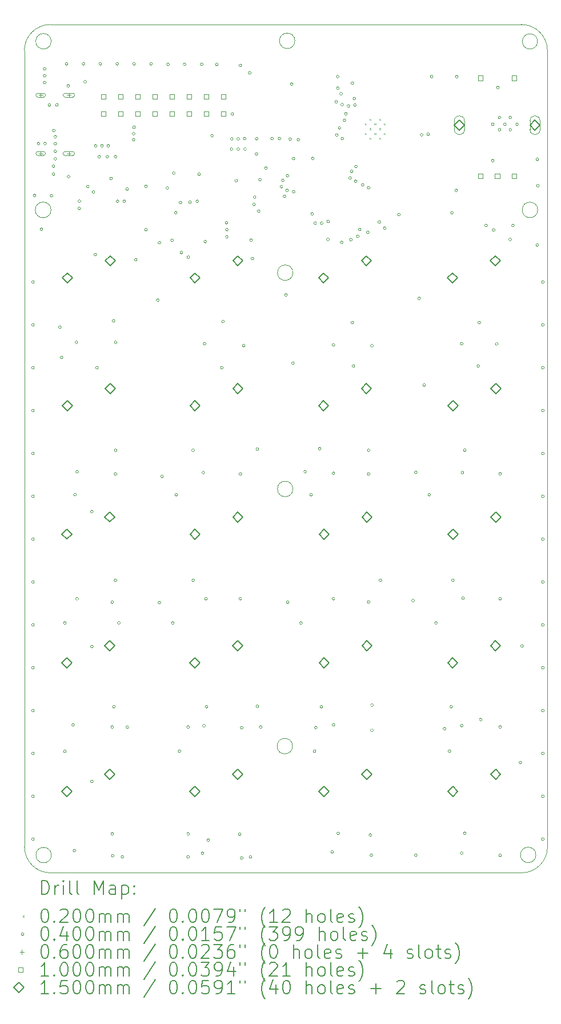
<source format=gbr>
%TF.GenerationSoftware,KiCad,Pcbnew,8.0.8-8.0.8-0~ubuntu22.04.1*%
%TF.CreationDate,2025-02-03T23:53:36+00:00*%
%TF.ProjectId,numcalcium,6e756d63-616c-4636-9975-6d2e6b696361,rev?*%
%TF.SameCoordinates,Original*%
%TF.FileFunction,Drillmap*%
%TF.FilePolarity,Positive*%
%FSLAX45Y45*%
G04 Gerber Fmt 4.5, Leading zero omitted, Abs format (unit mm)*
G04 Created by KiCad (PCBNEW 8.0.8-8.0.8-0~ubuntu22.04.1) date 2025-02-03 23:53:36*
%MOMM*%
%LPD*%
G01*
G04 APERTURE LIST*
%ADD10C,0.100000*%
%ADD11C,0.200000*%
%ADD12C,0.150000*%
G04 APERTURE END LIST*
D10*
X7530779Y-11432975D02*
G75*
G02*
X7301947Y-11432975I-114416J0D01*
G01*
X7301947Y-11432975D02*
G75*
G02*
X7530779Y-11432975I114416J0D01*
G01*
X3929200Y-2806400D02*
G75*
G02*
X3700369Y-2806400I-114416J0D01*
G01*
X3700369Y-2806400D02*
G75*
G02*
X3929200Y-2806400I114416J0D01*
G01*
X-49261Y-11312417D02*
X-51233Y484128D01*
X349200Y-11436400D02*
G75*
G02*
X120369Y-11436400I-114416J0D01*
G01*
X120369Y-11436400D02*
G75*
G02*
X349200Y-11436400I114416J0D01*
G01*
X7316739Y-11698672D02*
X336995Y-11698672D01*
X7314767Y870383D02*
X335022Y870383D01*
X346608Y622291D02*
G75*
G02*
X117776Y622291I-114416J0D01*
G01*
X117776Y622291D02*
G75*
G02*
X346608Y622291I114416J0D01*
G01*
X7556998Y-1876494D02*
G75*
G02*
X7327323Y-1876494I-114837J0D01*
G01*
X7327323Y-1876494D02*
G75*
G02*
X7556998Y-1876494I114837J0D01*
G01*
X3929200Y-6011400D02*
G75*
G02*
X3700369Y-6011400I-114416J0D01*
G01*
X3700369Y-6011400D02*
G75*
G02*
X3929200Y-6011400I114416J0D01*
G01*
X7702994Y-11312417D02*
G75*
G02*
X7316739Y-11698674I-386275J17D01*
G01*
X-51233Y484128D02*
G75*
G02*
X335022Y870383I386255J0D01*
G01*
X7314767Y870383D02*
G75*
G02*
X7701023Y484128I-7J-386263D01*
G01*
X7554759Y619265D02*
G75*
G02*
X7330107Y619265I-112326J0D01*
G01*
X7330107Y619265D02*
G75*
G02*
X7554759Y619265I112326J0D01*
G01*
X3958616Y629184D02*
G75*
G02*
X3729784Y629184I-114416J0D01*
G01*
X3729784Y629184D02*
G75*
G02*
X3958616Y629184I114416J0D01*
G01*
X3923616Y-9821400D02*
G75*
G02*
X3694784Y-9821400I-114416J0D01*
G01*
X3694784Y-9821400D02*
G75*
G02*
X3923616Y-9821400I114416J0D01*
G01*
X7701022Y484128D02*
X7702994Y-11312417D01*
X343804Y-1876148D02*
G75*
G02*
X110922Y-1876148I-116441J0D01*
G01*
X110922Y-1876148D02*
G75*
G02*
X343804Y-1876148I116441J0D01*
G01*
X336995Y-11698672D02*
G75*
G02*
X-49261Y-11312417I0J386256D01*
G01*
D11*
D10*
X4996767Y-596272D02*
X5016767Y-616272D01*
X5016767Y-596272D02*
X4996767Y-616272D01*
X4996767Y-736272D02*
X5016767Y-756272D01*
X5016767Y-736272D02*
X4996767Y-756272D01*
X5066767Y-526272D02*
X5086767Y-546272D01*
X5086767Y-526272D02*
X5066767Y-546272D01*
X5066767Y-666272D02*
X5086767Y-686272D01*
X5086767Y-666272D02*
X5066767Y-686272D01*
X5066767Y-806272D02*
X5086767Y-826272D01*
X5086767Y-806272D02*
X5066767Y-826272D01*
X5136767Y-596272D02*
X5156767Y-616272D01*
X5156767Y-596272D02*
X5136767Y-616272D01*
X5136767Y-736272D02*
X5156767Y-756272D01*
X5156767Y-736272D02*
X5136767Y-756272D01*
X5206767Y-526272D02*
X5226767Y-546272D01*
X5226767Y-526272D02*
X5206767Y-546272D01*
X5206767Y-666272D02*
X5226767Y-686272D01*
X5226767Y-666272D02*
X5206767Y-686272D01*
X5206767Y-806272D02*
X5226767Y-826272D01*
X5226767Y-806272D02*
X5206767Y-826272D01*
X5276767Y-596272D02*
X5296767Y-616272D01*
X5296767Y-596272D02*
X5276767Y-616272D01*
X5276767Y-736272D02*
X5296767Y-756272D01*
X5296767Y-736272D02*
X5276767Y-756272D01*
X95767Y-2944872D02*
G75*
G02*
X55767Y-2944872I-20000J0D01*
G01*
X55767Y-2944872D02*
G75*
G02*
X95767Y-2944872I20000J0D01*
G01*
X95767Y-3579872D02*
G75*
G02*
X55767Y-3579872I-20000J0D01*
G01*
X55767Y-3579872D02*
G75*
G02*
X95767Y-3579872I20000J0D01*
G01*
X95767Y-4214872D02*
G75*
G02*
X55767Y-4214872I-20000J0D01*
G01*
X55767Y-4214872D02*
G75*
G02*
X95767Y-4214872I20000J0D01*
G01*
X95767Y-4849872D02*
G75*
G02*
X55767Y-4849872I-20000J0D01*
G01*
X55767Y-4849872D02*
G75*
G02*
X95767Y-4849872I20000J0D01*
G01*
X95767Y-5484872D02*
G75*
G02*
X55767Y-5484872I-20000J0D01*
G01*
X55767Y-5484872D02*
G75*
G02*
X95767Y-5484872I20000J0D01*
G01*
X95767Y-6119872D02*
G75*
G02*
X55767Y-6119872I-20000J0D01*
G01*
X55767Y-6119872D02*
G75*
G02*
X95767Y-6119872I20000J0D01*
G01*
X95767Y-6754872D02*
G75*
G02*
X55767Y-6754872I-20000J0D01*
G01*
X55767Y-6754872D02*
G75*
G02*
X95767Y-6754872I20000J0D01*
G01*
X95767Y-7389872D02*
G75*
G02*
X55767Y-7389872I-20000J0D01*
G01*
X55767Y-7389872D02*
G75*
G02*
X95767Y-7389872I20000J0D01*
G01*
X95767Y-8024872D02*
G75*
G02*
X55767Y-8024872I-20000J0D01*
G01*
X55767Y-8024872D02*
G75*
G02*
X95767Y-8024872I20000J0D01*
G01*
X95767Y-8659872D02*
G75*
G02*
X55767Y-8659872I-20000J0D01*
G01*
X55767Y-8659872D02*
G75*
G02*
X95767Y-8659872I20000J0D01*
G01*
X95767Y-9294872D02*
G75*
G02*
X55767Y-9294872I-20000J0D01*
G01*
X55767Y-9294872D02*
G75*
G02*
X95767Y-9294872I20000J0D01*
G01*
X95767Y-9929872D02*
G75*
G02*
X55767Y-9929872I-20000J0D01*
G01*
X55767Y-9929872D02*
G75*
G02*
X95767Y-9929872I20000J0D01*
G01*
X95767Y-10564872D02*
G75*
G02*
X55767Y-10564872I-20000J0D01*
G01*
X55767Y-10564872D02*
G75*
G02*
X95767Y-10564872I20000J0D01*
G01*
X95767Y-11199872D02*
G75*
G02*
X55767Y-11199872I-20000J0D01*
G01*
X55767Y-11199872D02*
G75*
G02*
X95767Y-11199872I20000J0D01*
G01*
X120788Y-1663084D02*
G75*
G02*
X80788Y-1663084I-20000J0D01*
G01*
X80788Y-1663084D02*
G75*
G02*
X120788Y-1663084I20000J0D01*
G01*
X177680Y-893272D02*
G75*
G02*
X137680Y-893272I-20000J0D01*
G01*
X137680Y-893272D02*
G75*
G02*
X177680Y-893272I20000J0D01*
G01*
X220788Y-2163084D02*
G75*
G02*
X180788Y-2163084I-20000J0D01*
G01*
X180788Y-2163084D02*
G75*
G02*
X220788Y-2163084I20000J0D01*
G01*
X270788Y211916D02*
G75*
G02*
X230788Y211916I-20000J0D01*
G01*
X230788Y211916D02*
G75*
G02*
X270788Y211916I20000J0D01*
G01*
X270788Y111916D02*
G75*
G02*
X230788Y111916I-20000J0D01*
G01*
X230788Y111916D02*
G75*
G02*
X270788Y111916I20000J0D01*
G01*
X270788Y11916D02*
G75*
G02*
X230788Y11916I-20000J0D01*
G01*
X230788Y11916D02*
G75*
G02*
X270788Y11916I20000J0D01*
G01*
X275588Y-893484D02*
G75*
G02*
X235588Y-893484I-20000J0D01*
G01*
X235588Y-893484D02*
G75*
G02*
X275588Y-893484I20000J0D01*
G01*
X341628Y-322924D02*
G75*
G02*
X301628Y-322924I-20000J0D01*
G01*
X301628Y-322924D02*
G75*
G02*
X341628Y-322924I20000J0D01*
G01*
X370788Y-1668084D02*
G75*
G02*
X330788Y-1668084I-20000J0D01*
G01*
X330788Y-1668084D02*
G75*
G02*
X370788Y-1668084I20000J0D01*
G01*
X401588Y-1228084D02*
G75*
G02*
X361588Y-1228084I-20000J0D01*
G01*
X361588Y-1228084D02*
G75*
G02*
X401588Y-1228084I20000J0D01*
G01*
X401588Y-1348084D02*
G75*
G02*
X361588Y-1348084I-20000J0D01*
G01*
X361588Y-1348084D02*
G75*
G02*
X401588Y-1348084I20000J0D01*
G01*
X406288Y-701278D02*
G75*
G02*
X366288Y-701278I-20000J0D01*
G01*
X366288Y-701278D02*
G75*
G02*
X406288Y-701278I20000J0D01*
G01*
X427988Y-791978D02*
G75*
G02*
X387988Y-791978I-20000J0D01*
G01*
X387988Y-791978D02*
G75*
G02*
X427988Y-791978I20000J0D01*
G01*
X427988Y-896964D02*
G75*
G02*
X387988Y-896964I-20000J0D01*
G01*
X387988Y-896964D02*
G75*
G02*
X427988Y-896964I20000J0D01*
G01*
X427988Y-1008724D02*
G75*
G02*
X387988Y-1008724I-20000J0D01*
G01*
X387988Y-1008724D02*
G75*
G02*
X427988Y-1008724I20000J0D01*
G01*
X427988Y-1120484D02*
G75*
G02*
X387988Y-1120484I-20000J0D01*
G01*
X387988Y-1120484D02*
G75*
G02*
X427988Y-1120484I20000J0D01*
G01*
X450848Y-320384D02*
G75*
G02*
X410848Y-320384I-20000J0D01*
G01*
X410848Y-320384D02*
G75*
G02*
X450848Y-320384I20000J0D01*
G01*
X495788Y-3613084D02*
G75*
G02*
X455788Y-3613084I-20000J0D01*
G01*
X455788Y-3613084D02*
G75*
G02*
X495788Y-3613084I20000J0D01*
G01*
X520788Y-4063084D02*
G75*
G02*
X480788Y-4063084I-20000J0D01*
G01*
X480788Y-4063084D02*
G75*
G02*
X520788Y-4063084I20000J0D01*
G01*
X569200Y-7996400D02*
G75*
G02*
X529200Y-7996400I-20000J0D01*
G01*
X529200Y-7996400D02*
G75*
G02*
X569200Y-7996400I20000J0D01*
G01*
X569200Y-9896400D02*
G75*
G02*
X529200Y-9896400I-20000J0D01*
G01*
X529200Y-9896400D02*
G75*
G02*
X569200Y-9896400I20000J0D01*
G01*
X595788Y286916D02*
G75*
G02*
X555788Y286916I-20000J0D01*
G01*
X555788Y286916D02*
G75*
G02*
X595788Y286916I20000J0D01*
G01*
X620788Y-38084D02*
G75*
G02*
X580788Y-38084I-20000J0D01*
G01*
X580788Y-38084D02*
G75*
G02*
X620788Y-38084I20000J0D01*
G01*
X624788Y-1382027D02*
G75*
G02*
X584788Y-1382027I-20000J0D01*
G01*
X584788Y-1382027D02*
G75*
G02*
X624788Y-1382027I20000J0D01*
G01*
X690788Y-9508084D02*
G75*
G02*
X650788Y-9508084I-20000J0D01*
G01*
X650788Y-9508084D02*
G75*
G02*
X690788Y-9508084I20000J0D01*
G01*
X710788Y-11368084D02*
G75*
G02*
X670788Y-11368084I-20000J0D01*
G01*
X670788Y-11368084D02*
G75*
G02*
X710788Y-11368084I20000J0D01*
G01*
X719200Y-6096400D02*
G75*
G02*
X679200Y-6096400I-20000J0D01*
G01*
X679200Y-6096400D02*
G75*
G02*
X719200Y-6096400I20000J0D01*
G01*
X740788Y-3838084D02*
G75*
G02*
X700788Y-3838084I-20000J0D01*
G01*
X700788Y-3838084D02*
G75*
G02*
X740788Y-3838084I20000J0D01*
G01*
X750788Y-5758084D02*
G75*
G02*
X710788Y-5758084I-20000J0D01*
G01*
X710788Y-5758084D02*
G75*
G02*
X750788Y-5758084I20000J0D01*
G01*
X750788Y-7638084D02*
G75*
G02*
X710788Y-7638084I-20000J0D01*
G01*
X710788Y-7638084D02*
G75*
G02*
X750788Y-7638084I20000J0D01*
G01*
X783336Y-1855536D02*
G75*
G02*
X743336Y-1855536I-20000J0D01*
G01*
X743336Y-1855536D02*
G75*
G02*
X783336Y-1855536I20000J0D01*
G01*
X784788Y-1746400D02*
G75*
G02*
X744788Y-1746400I-20000J0D01*
G01*
X744788Y-1746400D02*
G75*
G02*
X784788Y-1746400I20000J0D01*
G01*
X845788Y286916D02*
G75*
G02*
X805788Y286916I-20000J0D01*
G01*
X805788Y286916D02*
G75*
G02*
X845788Y286916I20000J0D01*
G01*
X869200Y23600D02*
G75*
G02*
X829200Y23600I-20000J0D01*
G01*
X829200Y23600D02*
G75*
G02*
X869200Y23600I20000J0D01*
G01*
X909200Y-1531400D02*
G75*
G02*
X869200Y-1531400I-20000J0D01*
G01*
X869200Y-1531400D02*
G75*
G02*
X909200Y-1531400I20000J0D01*
G01*
X969200Y-6346400D02*
G75*
G02*
X929200Y-6346400I-20000J0D01*
G01*
X929200Y-6346400D02*
G75*
G02*
X969200Y-6346400I20000J0D01*
G01*
X969200Y-8346400D02*
G75*
G02*
X929200Y-8346400I-20000J0D01*
G01*
X929200Y-8346400D02*
G75*
G02*
X969200Y-8346400I20000J0D01*
G01*
X969200Y-10346400D02*
G75*
G02*
X929200Y-10346400I-20000J0D01*
G01*
X929200Y-10346400D02*
G75*
G02*
X969200Y-10346400I20000J0D01*
G01*
X994200Y-1611400D02*
G75*
G02*
X954200Y-1611400I-20000J0D01*
G01*
X954200Y-1611400D02*
G75*
G02*
X994200Y-1611400I20000J0D01*
G01*
X1020788Y-2538084D02*
G75*
G02*
X980788Y-2538084I-20000J0D01*
G01*
X980788Y-2538084D02*
G75*
G02*
X1020788Y-2538084I20000J0D01*
G01*
X1024200Y-926400D02*
G75*
G02*
X984200Y-926400I-20000J0D01*
G01*
X984200Y-926400D02*
G75*
G02*
X1024200Y-926400I20000J0D01*
G01*
X1045788Y-4213084D02*
G75*
G02*
X1005788Y-4213084I-20000J0D01*
G01*
X1005788Y-4213084D02*
G75*
G02*
X1045788Y-4213084I20000J0D01*
G01*
X1079200Y-1088084D02*
G75*
G02*
X1039200Y-1088084I-20000J0D01*
G01*
X1039200Y-1088084D02*
G75*
G02*
X1079200Y-1088084I20000J0D01*
G01*
X1095788Y286916D02*
G75*
G02*
X1055788Y286916I-20000J0D01*
G01*
X1055788Y286916D02*
G75*
G02*
X1095788Y286916I20000J0D01*
G01*
X1119200Y-926400D02*
G75*
G02*
X1079200Y-926400I-20000J0D01*
G01*
X1079200Y-926400D02*
G75*
G02*
X1119200Y-926400I20000J0D01*
G01*
X1199200Y-1088084D02*
G75*
G02*
X1159200Y-1088084I-20000J0D01*
G01*
X1159200Y-1088084D02*
G75*
G02*
X1199200Y-1088084I20000J0D01*
G01*
X1214200Y-926400D02*
G75*
G02*
X1174200Y-926400I-20000J0D01*
G01*
X1174200Y-926400D02*
G75*
G02*
X1214200Y-926400I20000J0D01*
G01*
X1254885Y-1412181D02*
G75*
G02*
X1214885Y-1412181I-20000J0D01*
G01*
X1214885Y-1412181D02*
G75*
G02*
X1254885Y-1412181I20000J0D01*
G01*
X1270788Y-7688084D02*
G75*
G02*
X1230788Y-7688084I-20000J0D01*
G01*
X1230788Y-7688084D02*
G75*
G02*
X1270788Y-7688084I20000J0D01*
G01*
X1270788Y-9538084D02*
G75*
G02*
X1230788Y-9538084I-20000J0D01*
G01*
X1230788Y-9538084D02*
G75*
G02*
X1270788Y-9538084I20000J0D01*
G01*
X1270788Y-11121084D02*
G75*
G02*
X1230788Y-11121084I-20000J0D01*
G01*
X1230788Y-11121084D02*
G75*
G02*
X1270788Y-11121084I20000J0D01*
G01*
X1279200Y-11446400D02*
G75*
G02*
X1239200Y-11446400I-20000J0D01*
G01*
X1239200Y-11446400D02*
G75*
G02*
X1279200Y-11446400I20000J0D01*
G01*
X1290288Y-3521084D02*
G75*
G02*
X1250288Y-3521084I-20000J0D01*
G01*
X1250288Y-3521084D02*
G75*
G02*
X1290288Y-3521084I20000J0D01*
G01*
X1295788Y-9238084D02*
G75*
G02*
X1255788Y-9238084I-20000J0D01*
G01*
X1255788Y-9238084D02*
G75*
G02*
X1295788Y-9238084I20000J0D01*
G01*
X1319200Y-1088084D02*
G75*
G02*
X1279200Y-1088084I-20000J0D01*
G01*
X1279200Y-1088084D02*
G75*
G02*
X1319200Y-1088084I20000J0D01*
G01*
X1320788Y-3838084D02*
G75*
G02*
X1280788Y-3838084I-20000J0D01*
G01*
X1280788Y-3838084D02*
G75*
G02*
X1320788Y-3838084I20000J0D01*
G01*
X1320788Y-5438084D02*
G75*
G02*
X1280788Y-5438084I-20000J0D01*
G01*
X1280788Y-5438084D02*
G75*
G02*
X1320788Y-5438084I20000J0D01*
G01*
X1320788Y-5788084D02*
G75*
G02*
X1280788Y-5788084I-20000J0D01*
G01*
X1280788Y-5788084D02*
G75*
G02*
X1320788Y-5788084I20000J0D01*
G01*
X1320788Y-7363084D02*
G75*
G02*
X1280788Y-7363084I-20000J0D01*
G01*
X1280788Y-7363084D02*
G75*
G02*
X1320788Y-7363084I20000J0D01*
G01*
X1345788Y286916D02*
G75*
G02*
X1305788Y286916I-20000J0D01*
G01*
X1305788Y286916D02*
G75*
G02*
X1345788Y286916I20000J0D01*
G01*
X1350788Y-1748084D02*
G75*
G02*
X1310788Y-1748084I-20000J0D01*
G01*
X1310788Y-1748084D02*
G75*
G02*
X1350788Y-1748084I20000J0D01*
G01*
X1369200Y-7996400D02*
G75*
G02*
X1329200Y-7996400I-20000J0D01*
G01*
X1329200Y-7996400D02*
G75*
G02*
X1369200Y-7996400I20000J0D01*
G01*
X1420788Y-11463084D02*
G75*
G02*
X1380788Y-11463084I-20000J0D01*
G01*
X1380788Y-11463084D02*
G75*
G02*
X1420788Y-11463084I20000J0D01*
G01*
X1450788Y-1748084D02*
G75*
G02*
X1410788Y-1748084I-20000J0D01*
G01*
X1410788Y-1748084D02*
G75*
G02*
X1450788Y-1748084I20000J0D01*
G01*
X1490788Y-1568084D02*
G75*
G02*
X1450788Y-1568084I-20000J0D01*
G01*
X1450788Y-1568084D02*
G75*
G02*
X1490788Y-1568084I20000J0D01*
G01*
X1495788Y-9538084D02*
G75*
G02*
X1455788Y-9538084I-20000J0D01*
G01*
X1455788Y-9538084D02*
G75*
G02*
X1495788Y-9538084I20000J0D01*
G01*
X1589200Y-746400D02*
G75*
G02*
X1549200Y-746400I-20000J0D01*
G01*
X1549200Y-746400D02*
G75*
G02*
X1589200Y-746400I20000J0D01*
G01*
X1589200Y-836400D02*
G75*
G02*
X1549200Y-836400I-20000J0D01*
G01*
X1549200Y-836400D02*
G75*
G02*
X1589200Y-836400I20000J0D01*
G01*
X1594200Y-651400D02*
G75*
G02*
X1554200Y-651400I-20000J0D01*
G01*
X1554200Y-651400D02*
G75*
G02*
X1594200Y-651400I20000J0D01*
G01*
X1595788Y286916D02*
G75*
G02*
X1555788Y286916I-20000J0D01*
G01*
X1555788Y286916D02*
G75*
G02*
X1595788Y286916I20000J0D01*
G01*
X1620788Y-2613084D02*
G75*
G02*
X1580788Y-2613084I-20000J0D01*
G01*
X1580788Y-2613084D02*
G75*
G02*
X1620788Y-2613084I20000J0D01*
G01*
X1770788Y-1528084D02*
G75*
G02*
X1730788Y-1528084I-20000J0D01*
G01*
X1730788Y-1528084D02*
G75*
G02*
X1770788Y-1528084I20000J0D01*
G01*
X1770788Y-2168084D02*
G75*
G02*
X1730788Y-2168084I-20000J0D01*
G01*
X1730788Y-2168084D02*
G75*
G02*
X1770788Y-2168084I20000J0D01*
G01*
X1845788Y286916D02*
G75*
G02*
X1805788Y286916I-20000J0D01*
G01*
X1805788Y286916D02*
G75*
G02*
X1845788Y286916I20000J0D01*
G01*
X1945788Y-3213084D02*
G75*
G02*
X1905788Y-3213084I-20000J0D01*
G01*
X1905788Y-3213084D02*
G75*
G02*
X1945788Y-3213084I20000J0D01*
G01*
X1969200Y-7696400D02*
G75*
G02*
X1929200Y-7696400I-20000J0D01*
G01*
X1929200Y-7696400D02*
G75*
G02*
X1969200Y-7696400I20000J0D01*
G01*
X1970788Y-2363084D02*
G75*
G02*
X1930788Y-2363084I-20000J0D01*
G01*
X1930788Y-2363084D02*
G75*
G02*
X1970788Y-2363084I20000J0D01*
G01*
X2010288Y-5826084D02*
G75*
G02*
X1970288Y-5826084I-20000J0D01*
G01*
X1970288Y-5826084D02*
G75*
G02*
X2010288Y-5826084I20000J0D01*
G01*
X2087288Y-1551400D02*
G75*
G02*
X2047288Y-1551400I-20000J0D01*
G01*
X2047288Y-1551400D02*
G75*
G02*
X2087288Y-1551400I20000J0D01*
G01*
X2098288Y279296D02*
G75*
G02*
X2058288Y279296I-20000J0D01*
G01*
X2058288Y279296D02*
G75*
G02*
X2098288Y279296I20000J0D01*
G01*
X2158288Y-2325584D02*
G75*
G02*
X2118288Y-2325584I-20000J0D01*
G01*
X2118288Y-2325584D02*
G75*
G02*
X2158288Y-2325584I20000J0D01*
G01*
X2169200Y-7996400D02*
G75*
G02*
X2129200Y-7996400I-20000J0D01*
G01*
X2129200Y-7996400D02*
G75*
G02*
X2169200Y-7996400I20000J0D01*
G01*
X2184200Y-1331400D02*
G75*
G02*
X2144200Y-1331400I-20000J0D01*
G01*
X2144200Y-1331400D02*
G75*
G02*
X2184200Y-1331400I20000J0D01*
G01*
X2212998Y-1918181D02*
G75*
G02*
X2172998Y-1918181I-20000J0D01*
G01*
X2172998Y-1918181D02*
G75*
G02*
X2212998Y-1918181I20000J0D01*
G01*
X2219200Y-6096400D02*
G75*
G02*
X2179200Y-6096400I-20000J0D01*
G01*
X2179200Y-6096400D02*
G75*
G02*
X2219200Y-6096400I20000J0D01*
G01*
X2269200Y-9896400D02*
G75*
G02*
X2229200Y-9896400I-20000J0D01*
G01*
X2229200Y-9896400D02*
G75*
G02*
X2269200Y-9896400I20000J0D01*
G01*
X2282288Y-1768347D02*
G75*
G02*
X2242288Y-1768347I-20000J0D01*
G01*
X2242288Y-1768347D02*
G75*
G02*
X2282288Y-1768347I20000J0D01*
G01*
X2296788Y-2506400D02*
G75*
G02*
X2256788Y-2506400I-20000J0D01*
G01*
X2256788Y-2506400D02*
G75*
G02*
X2296788Y-2506400I20000J0D01*
G01*
X2343288Y279296D02*
G75*
G02*
X2303288Y279296I-20000J0D01*
G01*
X2303288Y279296D02*
G75*
G02*
X2343288Y279296I20000J0D01*
G01*
X2395788Y-9538084D02*
G75*
G02*
X2355788Y-9538084I-20000J0D01*
G01*
X2355788Y-9538084D02*
G75*
G02*
X2395788Y-9538084I20000J0D01*
G01*
X2395788Y-11121084D02*
G75*
G02*
X2355788Y-11121084I-20000J0D01*
G01*
X2355788Y-11121084D02*
G75*
G02*
X2395788Y-11121084I20000J0D01*
G01*
X2395788Y-11463084D02*
G75*
G02*
X2355788Y-11463084I-20000J0D01*
G01*
X2355788Y-11463084D02*
G75*
G02*
X2395788Y-11463084I20000J0D01*
G01*
X2399200Y-2576584D02*
G75*
G02*
X2359200Y-2576584I-20000J0D01*
G01*
X2359200Y-2576584D02*
G75*
G02*
X2399200Y-2576584I20000J0D01*
G01*
X2423288Y-1760584D02*
G75*
G02*
X2383288Y-1760584I-20000J0D01*
G01*
X2383288Y-1760584D02*
G75*
G02*
X2423288Y-1760584I20000J0D01*
G01*
X2470788Y-5438084D02*
G75*
G02*
X2430788Y-5438084I-20000J0D01*
G01*
X2430788Y-5438084D02*
G75*
G02*
X2470788Y-5438084I20000J0D01*
G01*
X2470788Y-7363084D02*
G75*
G02*
X2430788Y-7363084I-20000J0D01*
G01*
X2430788Y-7363084D02*
G75*
G02*
X2470788Y-7363084I20000J0D01*
G01*
X2530788Y-1748084D02*
G75*
G02*
X2490788Y-1748084I-20000J0D01*
G01*
X2490788Y-1748084D02*
G75*
G02*
X2530788Y-1748084I20000J0D01*
G01*
X2559200Y-1346400D02*
G75*
G02*
X2519200Y-1346400I-20000J0D01*
G01*
X2519200Y-1346400D02*
G75*
G02*
X2559200Y-1346400I20000J0D01*
G01*
X2598288Y279296D02*
G75*
G02*
X2558288Y279296I-20000J0D01*
G01*
X2558288Y279296D02*
G75*
G02*
X2598288Y279296I20000J0D01*
G01*
X2610788Y-11408084D02*
G75*
G02*
X2570788Y-11408084I-20000J0D01*
G01*
X2570788Y-11408084D02*
G75*
G02*
X2610788Y-11408084I20000J0D01*
G01*
X2620788Y-5768084D02*
G75*
G02*
X2580788Y-5768084I-20000J0D01*
G01*
X2580788Y-5768084D02*
G75*
G02*
X2620788Y-5768084I20000J0D01*
G01*
X2630788Y-9518084D02*
G75*
G02*
X2590788Y-9518084I-20000J0D01*
G01*
X2590788Y-9518084D02*
G75*
G02*
X2630788Y-9518084I20000J0D01*
G01*
X2640788Y-3858084D02*
G75*
G02*
X2600788Y-3858084I-20000J0D01*
G01*
X2600788Y-3858084D02*
G75*
G02*
X2640788Y-3858084I20000J0D01*
G01*
X2649200Y-2346400D02*
G75*
G02*
X2609200Y-2346400I-20000J0D01*
G01*
X2609200Y-2346400D02*
G75*
G02*
X2649200Y-2346400I20000J0D01*
G01*
X2660788Y-7638084D02*
G75*
G02*
X2620788Y-7638084I-20000J0D01*
G01*
X2620788Y-7638084D02*
G75*
G02*
X2660788Y-7638084I20000J0D01*
G01*
X2670788Y-9238084D02*
G75*
G02*
X2630788Y-9238084I-20000J0D01*
G01*
X2630788Y-9238084D02*
G75*
G02*
X2670788Y-9238084I20000J0D01*
G01*
X2695788Y-11213084D02*
G75*
G02*
X2655788Y-11213084I-20000J0D01*
G01*
X2655788Y-11213084D02*
G75*
G02*
X2695788Y-11213084I20000J0D01*
G01*
X2749200Y-778224D02*
G75*
G02*
X2709200Y-778224I-20000J0D01*
G01*
X2709200Y-778224D02*
G75*
G02*
X2749200Y-778224I20000J0D01*
G01*
X2820788Y279296D02*
G75*
G02*
X2780788Y279296I-20000J0D01*
G01*
X2780788Y279296D02*
G75*
G02*
X2820788Y279296I20000J0D01*
G01*
X2895788Y-4213084D02*
G75*
G02*
X2855788Y-4213084I-20000J0D01*
G01*
X2855788Y-4213084D02*
G75*
G02*
X2895788Y-4213084I20000J0D01*
G01*
X2911788Y-3531084D02*
G75*
G02*
X2871788Y-3531084I-20000J0D01*
G01*
X2871788Y-3531084D02*
G75*
G02*
X2911788Y-3531084I20000J0D01*
G01*
X2964200Y-2066400D02*
G75*
G02*
X2924200Y-2066400I-20000J0D01*
G01*
X2924200Y-2066400D02*
G75*
G02*
X2964200Y-2066400I20000J0D01*
G01*
X2969200Y-2276400D02*
G75*
G02*
X2929200Y-2276400I-20000J0D01*
G01*
X2929200Y-2276400D02*
G75*
G02*
X2969200Y-2276400I20000J0D01*
G01*
X2970788Y-2168084D02*
G75*
G02*
X2930788Y-2168084I-20000J0D01*
G01*
X2930788Y-2168084D02*
G75*
G02*
X2970788Y-2168084I20000J0D01*
G01*
X3039200Y-976400D02*
G75*
G02*
X2999200Y-976400I-20000J0D01*
G01*
X2999200Y-976400D02*
G75*
G02*
X3039200Y-976400I20000J0D01*
G01*
X3044200Y-823784D02*
G75*
G02*
X3004200Y-823784I-20000J0D01*
G01*
X3004200Y-823784D02*
G75*
G02*
X3044200Y-823784I20000J0D01*
G01*
X3050788Y-455672D02*
G75*
G02*
X3010788Y-455672I-20000J0D01*
G01*
X3010788Y-455672D02*
G75*
G02*
X3050788Y-455672I20000J0D01*
G01*
X3108700Y-1442095D02*
G75*
G02*
X3068700Y-1442095I-20000J0D01*
G01*
X3068700Y-1442095D02*
G75*
G02*
X3108700Y-1442095I20000J0D01*
G01*
X3139200Y-823784D02*
G75*
G02*
X3099200Y-823784I-20000J0D01*
G01*
X3099200Y-823784D02*
G75*
G02*
X3139200Y-823784I20000J0D01*
G01*
X3139200Y-976400D02*
G75*
G02*
X3099200Y-976400I-20000J0D01*
G01*
X3099200Y-976400D02*
G75*
G02*
X3139200Y-976400I20000J0D01*
G01*
X3158788Y-11126241D02*
G75*
G02*
X3118788Y-11126241I-20000J0D01*
G01*
X3118788Y-11126241D02*
G75*
G02*
X3158788Y-11126241I20000J0D01*
G01*
X3169200Y263600D02*
G75*
G02*
X3129200Y263600I-20000J0D01*
G01*
X3129200Y263600D02*
G75*
G02*
X3169200Y263600I20000J0D01*
G01*
X3170788Y-5788084D02*
G75*
G02*
X3130788Y-5788084I-20000J0D01*
G01*
X3130788Y-5788084D02*
G75*
G02*
X3170788Y-5788084I20000J0D01*
G01*
X3170788Y-7638084D02*
G75*
G02*
X3130788Y-7638084I-20000J0D01*
G01*
X3130788Y-7638084D02*
G75*
G02*
X3170788Y-7638084I20000J0D01*
G01*
X3190788Y-9548084D02*
G75*
G02*
X3150788Y-9548084I-20000J0D01*
G01*
X3150788Y-9548084D02*
G75*
G02*
X3190788Y-9548084I20000J0D01*
G01*
X3190788Y-11478084D02*
G75*
G02*
X3150788Y-11478084I-20000J0D01*
G01*
X3150788Y-11478084D02*
G75*
G02*
X3190788Y-11478084I20000J0D01*
G01*
X3220788Y-3888084D02*
G75*
G02*
X3180788Y-3888084I-20000J0D01*
G01*
X3180788Y-3888084D02*
G75*
G02*
X3220788Y-3888084I20000J0D01*
G01*
X3232148Y-820764D02*
G75*
G02*
X3192148Y-820764I-20000J0D01*
G01*
X3192148Y-820764D02*
G75*
G02*
X3232148Y-820764I20000J0D01*
G01*
X3239200Y-976400D02*
G75*
G02*
X3199200Y-976400I-20000J0D01*
G01*
X3199200Y-976400D02*
G75*
G02*
X3239200Y-976400I20000J0D01*
G01*
X3309200Y153600D02*
G75*
G02*
X3269200Y153600I-20000J0D01*
G01*
X3269200Y153600D02*
G75*
G02*
X3309200Y153600I20000J0D01*
G01*
X3320788Y-11463084D02*
G75*
G02*
X3280788Y-11463084I-20000J0D01*
G01*
X3280788Y-11463084D02*
G75*
G02*
X3320788Y-11463084I20000J0D01*
G01*
X3329200Y-2324900D02*
G75*
G02*
X3289200Y-2324900I-20000J0D01*
G01*
X3289200Y-2324900D02*
G75*
G02*
X3329200Y-2324900I20000J0D01*
G01*
X3349200Y-2596400D02*
G75*
G02*
X3309200Y-2596400I-20000J0D01*
G01*
X3309200Y-2596400D02*
G75*
G02*
X3349200Y-2596400I20000J0D01*
G01*
X3373788Y-1796400D02*
G75*
G02*
X3333788Y-1796400I-20000J0D01*
G01*
X3333788Y-1796400D02*
G75*
G02*
X3373788Y-1796400I20000J0D01*
G01*
X3382659Y-1688084D02*
G75*
G02*
X3342659Y-1688084I-20000J0D01*
G01*
X3342659Y-1688084D02*
G75*
G02*
X3382659Y-1688084I20000J0D01*
G01*
X3409200Y-1046400D02*
G75*
G02*
X3369200Y-1046400I-20000J0D01*
G01*
X3369200Y-1046400D02*
G75*
G02*
X3409200Y-1046400I20000J0D01*
G01*
X3410788Y-822084D02*
G75*
G02*
X3370788Y-822084I-20000J0D01*
G01*
X3370788Y-822084D02*
G75*
G02*
X3410788Y-822084I20000J0D01*
G01*
X3420788Y-5421084D02*
G75*
G02*
X3380788Y-5421084I-20000J0D01*
G01*
X3380788Y-5421084D02*
G75*
G02*
X3420788Y-5421084I20000J0D01*
G01*
X3420788Y-9231084D02*
G75*
G02*
X3380788Y-9231084I-20000J0D01*
G01*
X3380788Y-9231084D02*
G75*
G02*
X3420788Y-9231084I20000J0D01*
G01*
X3442288Y-1896400D02*
G75*
G02*
X3402288Y-1896400I-20000J0D01*
G01*
X3402288Y-1896400D02*
G75*
G02*
X3442288Y-1896400I20000J0D01*
G01*
X3461441Y-1428084D02*
G75*
G02*
X3421441Y-1428084I-20000J0D01*
G01*
X3421441Y-1428084D02*
G75*
G02*
X3461441Y-1428084I20000J0D01*
G01*
X3470788Y-9538084D02*
G75*
G02*
X3430788Y-9538084I-20000J0D01*
G01*
X3430788Y-9538084D02*
G75*
G02*
X3470788Y-9538084I20000J0D01*
G01*
X3549200Y-1256400D02*
G75*
G02*
X3509200Y-1256400I-20000J0D01*
G01*
X3509200Y-1256400D02*
G75*
G02*
X3549200Y-1256400I20000J0D01*
G01*
X3639200Y-819224D02*
G75*
G02*
X3599200Y-819224I-20000J0D01*
G01*
X3599200Y-819224D02*
G75*
G02*
X3639200Y-819224I20000J0D01*
G01*
X3749200Y-819224D02*
G75*
G02*
X3709200Y-819224I-20000J0D01*
G01*
X3709200Y-819224D02*
G75*
G02*
X3749200Y-819224I20000J0D01*
G01*
X3780288Y-1533503D02*
G75*
G02*
X3740288Y-1533503I-20000J0D01*
G01*
X3740288Y-1533503D02*
G75*
G02*
X3780288Y-1533503I20000J0D01*
G01*
X3799608Y-1439467D02*
G75*
G02*
X3759608Y-1439467I-20000J0D01*
G01*
X3759608Y-1439467D02*
G75*
G02*
X3799608Y-1439467I20000J0D01*
G01*
X3824225Y-1676147D02*
G75*
G02*
X3784225Y-1676147I-20000J0D01*
G01*
X3784225Y-1676147D02*
G75*
G02*
X3824225Y-1676147I20000J0D01*
G01*
X3845788Y-3138084D02*
G75*
G02*
X3805788Y-3138084I-20000J0D01*
G01*
X3805788Y-3138084D02*
G75*
G02*
X3845788Y-3138084I20000J0D01*
G01*
X3863157Y-1588396D02*
G75*
G02*
X3823157Y-1588396I-20000J0D01*
G01*
X3823157Y-1588396D02*
G75*
G02*
X3863157Y-1588396I20000J0D01*
G01*
X3867491Y-1371584D02*
G75*
G02*
X3827491Y-1371584I-20000J0D01*
G01*
X3827491Y-1371584D02*
G75*
G02*
X3867491Y-1371584I20000J0D01*
G01*
X3870788Y-7688084D02*
G75*
G02*
X3830788Y-7688084I-20000J0D01*
G01*
X3830788Y-7688084D02*
G75*
G02*
X3870788Y-7688084I20000J0D01*
G01*
X3909200Y-826400D02*
G75*
G02*
X3869200Y-826400I-20000J0D01*
G01*
X3869200Y-826400D02*
G75*
G02*
X3909200Y-826400I20000J0D01*
G01*
X3930200Y-12400D02*
G75*
G02*
X3890200Y-12400I-20000J0D01*
G01*
X3890200Y-12400D02*
G75*
G02*
X3930200Y-12400I20000J0D01*
G01*
X3950288Y-4146084D02*
G75*
G02*
X3910288Y-4146084I-20000J0D01*
G01*
X3910288Y-4146084D02*
G75*
G02*
X3950288Y-4146084I20000J0D01*
G01*
X3959200Y-1116400D02*
G75*
G02*
X3919200Y-1116400I-20000J0D01*
G01*
X3919200Y-1116400D02*
G75*
G02*
X3959200Y-1116400I20000J0D01*
G01*
X3960788Y-1608084D02*
G75*
G02*
X3920788Y-1608084I-20000J0D01*
G01*
X3920788Y-1608084D02*
G75*
G02*
X3960788Y-1608084I20000J0D01*
G01*
X4029200Y-836400D02*
G75*
G02*
X3989200Y-836400I-20000J0D01*
G01*
X3989200Y-836400D02*
G75*
G02*
X4029200Y-836400I20000J0D01*
G01*
X4069200Y-7996400D02*
G75*
G02*
X4029200Y-7996400I-20000J0D01*
G01*
X4029200Y-7996400D02*
G75*
G02*
X4069200Y-7996400I20000J0D01*
G01*
X4129200Y-5756400D02*
G75*
G02*
X4089200Y-5756400I-20000J0D01*
G01*
X4089200Y-5756400D02*
G75*
G02*
X4129200Y-5756400I20000J0D01*
G01*
X4219200Y-6096400D02*
G75*
G02*
X4179200Y-6096400I-20000J0D01*
G01*
X4179200Y-6096400D02*
G75*
G02*
X4219200Y-6096400I20000J0D01*
G01*
X4233504Y-1934720D02*
G75*
G02*
X4193504Y-1934720I-20000J0D01*
G01*
X4193504Y-1934720D02*
G75*
G02*
X4233504Y-1934720I20000J0D01*
G01*
X4242259Y-1113084D02*
G75*
G02*
X4202259Y-1113084I-20000J0D01*
G01*
X4202259Y-1113084D02*
G75*
G02*
X4242259Y-1113084I20000J0D01*
G01*
X4269200Y-9896400D02*
G75*
G02*
X4229200Y-9896400I-20000J0D01*
G01*
X4229200Y-9896400D02*
G75*
G02*
X4269200Y-9896400I20000J0D01*
G01*
X4279200Y-2073844D02*
G75*
G02*
X4239200Y-2073844I-20000J0D01*
G01*
X4239200Y-2073844D02*
G75*
G02*
X4279200Y-2073844I20000J0D01*
G01*
X4289200Y-9546400D02*
G75*
G02*
X4249200Y-9546400I-20000J0D01*
G01*
X4249200Y-9546400D02*
G75*
G02*
X4289200Y-9546400I20000J0D01*
G01*
X4345788Y-5413084D02*
G75*
G02*
X4305788Y-5413084I-20000J0D01*
G01*
X4305788Y-5413084D02*
G75*
G02*
X4345788Y-5413084I20000J0D01*
G01*
X4370788Y-9238084D02*
G75*
G02*
X4330788Y-9238084I-20000J0D01*
G01*
X4330788Y-9238084D02*
G75*
G02*
X4370788Y-9238084I20000J0D01*
G01*
X4375637Y-2073407D02*
G75*
G02*
X4335637Y-2073407I-20000J0D01*
G01*
X4335637Y-2073407D02*
G75*
G02*
X4375637Y-2073407I20000J0D01*
G01*
X4467326Y-2314526D02*
G75*
G02*
X4427326Y-2314526I-20000J0D01*
G01*
X4427326Y-2314526D02*
G75*
G02*
X4467326Y-2314526I20000J0D01*
G01*
X4472045Y-2047900D02*
G75*
G02*
X4432045Y-2047900I-20000J0D01*
G01*
X4432045Y-2047900D02*
G75*
G02*
X4472045Y-2047900I20000J0D01*
G01*
X4530788Y-11388084D02*
G75*
G02*
X4490788Y-11388084I-20000J0D01*
G01*
X4490788Y-11388084D02*
G75*
G02*
X4530788Y-11388084I20000J0D01*
G01*
X4550788Y-3878084D02*
G75*
G02*
X4510788Y-3878084I-20000J0D01*
G01*
X4510788Y-3878084D02*
G75*
G02*
X4550788Y-3878084I20000J0D01*
G01*
X4550788Y-5778084D02*
G75*
G02*
X4510788Y-5778084I-20000J0D01*
G01*
X4510788Y-5778084D02*
G75*
G02*
X4550788Y-5778084I20000J0D01*
G01*
X4550788Y-7638084D02*
G75*
G02*
X4510788Y-7638084I-20000J0D01*
G01*
X4510788Y-7638084D02*
G75*
G02*
X4550788Y-7638084I20000J0D01*
G01*
X4550788Y-9508084D02*
G75*
G02*
X4510788Y-9508084I-20000J0D01*
G01*
X4510788Y-9508084D02*
G75*
G02*
X4550788Y-9508084I20000J0D01*
G01*
X4590788Y-276729D02*
G75*
G02*
X4550788Y-276729I-20000J0D01*
G01*
X4550788Y-276729D02*
G75*
G02*
X4590788Y-276729I20000J0D01*
G01*
X4599200Y-768068D02*
G75*
G02*
X4559200Y-768068I-20000J0D01*
G01*
X4559200Y-768068D02*
G75*
G02*
X4599200Y-768068I20000J0D01*
G01*
X4613908Y98716D02*
G75*
G02*
X4573908Y98716I-20000J0D01*
G01*
X4573908Y98716D02*
G75*
G02*
X4613908Y98716I20000J0D01*
G01*
X4615038Y-72334D02*
G75*
G02*
X4575038Y-72334I-20000J0D01*
G01*
X4575038Y-72334D02*
G75*
G02*
X4615038Y-72334I20000J0D01*
G01*
X4620788Y-11113084D02*
G75*
G02*
X4580788Y-11113084I-20000J0D01*
G01*
X4580788Y-11113084D02*
G75*
G02*
X4620788Y-11113084I20000J0D01*
G01*
X4639200Y-662068D02*
G75*
G02*
X4599200Y-662068I-20000J0D01*
G01*
X4599200Y-662068D02*
G75*
G02*
X4639200Y-662068I20000J0D01*
G01*
X4662930Y-155535D02*
G75*
G02*
X4622930Y-155535I-20000J0D01*
G01*
X4622930Y-155535D02*
G75*
G02*
X4662930Y-155535I20000J0D01*
G01*
X4671951Y-2357805D02*
G75*
G02*
X4631951Y-2357805I-20000J0D01*
G01*
X4631951Y-2357805D02*
G75*
G02*
X4671951Y-2357805I20000J0D01*
G01*
X4678280Y-316241D02*
G75*
G02*
X4638280Y-316241I-20000J0D01*
G01*
X4638280Y-316241D02*
G75*
G02*
X4678280Y-316241I20000J0D01*
G01*
X4680522Y-819084D02*
G75*
G02*
X4640522Y-819084I-20000J0D01*
G01*
X4640522Y-819084D02*
G75*
G02*
X4680522Y-819084I20000J0D01*
G01*
X4713399Y-548902D02*
G75*
G02*
X4673399Y-548902I-20000J0D01*
G01*
X4673399Y-548902D02*
G75*
G02*
X4713399Y-548902I20000J0D01*
G01*
X4735899Y-453371D02*
G75*
G02*
X4695899Y-453371I-20000J0D01*
G01*
X4695899Y-453371D02*
G75*
G02*
X4735899Y-453371I20000J0D01*
G01*
X4772135Y-336421D02*
G75*
G02*
X4732135Y-336421I-20000J0D01*
G01*
X4732135Y-336421D02*
G75*
G02*
X4772135Y-336421I20000J0D01*
G01*
X4797306Y-1403008D02*
G75*
G02*
X4757306Y-1403008I-20000J0D01*
G01*
X4757306Y-1403008D02*
G75*
G02*
X4797306Y-1403008I20000J0D01*
G01*
X4809200Y-2317900D02*
G75*
G02*
X4769200Y-2317900I-20000J0D01*
G01*
X4769200Y-2317900D02*
G75*
G02*
X4809200Y-2317900I20000J0D01*
G01*
X4819759Y-1303795D02*
G75*
G02*
X4779759Y-1303795I-20000J0D01*
G01*
X4779759Y-1303795D02*
G75*
G02*
X4819759Y-1303795I20000J0D01*
G01*
X4829200Y1416D02*
G75*
G02*
X4789200Y1416I-20000J0D01*
G01*
X4789200Y1416D02*
G75*
G02*
X4829200Y1416I20000J0D01*
G01*
X4831288Y-3546084D02*
G75*
G02*
X4791288Y-3546084I-20000J0D01*
G01*
X4791288Y-3546084D02*
G75*
G02*
X4831288Y-3546084I20000J0D01*
G01*
X4845788Y-4188084D02*
G75*
G02*
X4805788Y-4188084I-20000J0D01*
G01*
X4805788Y-4188084D02*
G75*
G02*
X4845788Y-4188084I20000J0D01*
G01*
X4859200Y-226772D02*
G75*
G02*
X4819200Y-226772I-20000J0D01*
G01*
X4819200Y-226772D02*
G75*
G02*
X4859200Y-226772I20000J0D01*
G01*
X4867112Y-322446D02*
G75*
G02*
X4827112Y-322446I-20000J0D01*
G01*
X4827112Y-322446D02*
G75*
G02*
X4867112Y-322446I20000J0D01*
G01*
X4879200Y-1453102D02*
G75*
G02*
X4839200Y-1453102I-20000J0D01*
G01*
X4839200Y-1453102D02*
G75*
G02*
X4879200Y-1453102I20000J0D01*
G01*
X4883620Y-1232116D02*
G75*
G02*
X4843620Y-1232116I-20000J0D01*
G01*
X4843620Y-1232116D02*
G75*
G02*
X4883620Y-1232116I20000J0D01*
G01*
X4910763Y-2268900D02*
G75*
G02*
X4870763Y-2268900I-20000J0D01*
G01*
X4870763Y-2268900D02*
G75*
G02*
X4910763Y-2268900I20000J0D01*
G01*
X4939200Y-2166400D02*
G75*
G02*
X4899200Y-2166400I-20000J0D01*
G01*
X4899200Y-2166400D02*
G75*
G02*
X4939200Y-2166400I20000J0D01*
G01*
X4983984Y-1506204D02*
G75*
G02*
X4943984Y-1506204I-20000J0D01*
G01*
X4943984Y-1506204D02*
G75*
G02*
X4983984Y-1506204I20000J0D01*
G01*
X5059200Y-2206400D02*
G75*
G02*
X5019200Y-2206400I-20000J0D01*
G01*
X5019200Y-2206400D02*
G75*
G02*
X5059200Y-2206400I20000J0D01*
G01*
X5070788Y-1547204D02*
G75*
G02*
X5030788Y-1547204I-20000J0D01*
G01*
X5030788Y-1547204D02*
G75*
G02*
X5070788Y-1547204I20000J0D01*
G01*
X5070788Y-5438084D02*
G75*
G02*
X5030788Y-5438084I-20000J0D01*
G01*
X5030788Y-5438084D02*
G75*
G02*
X5070788Y-5438084I20000J0D01*
G01*
X5070788Y-5788084D02*
G75*
G02*
X5030788Y-5788084I-20000J0D01*
G01*
X5030788Y-5788084D02*
G75*
G02*
X5070788Y-5788084I20000J0D01*
G01*
X5070788Y-7688084D02*
G75*
G02*
X5030788Y-7688084I-20000J0D01*
G01*
X5030788Y-7688084D02*
G75*
G02*
X5070788Y-7688084I20000J0D01*
G01*
X5095788Y-11138084D02*
G75*
G02*
X5055788Y-11138084I-20000J0D01*
G01*
X5055788Y-11138084D02*
G75*
G02*
X5095788Y-11138084I20000J0D01*
G01*
X5110788Y-11438084D02*
G75*
G02*
X5070788Y-11438084I-20000J0D01*
G01*
X5070788Y-11438084D02*
G75*
G02*
X5110788Y-11438084I20000J0D01*
G01*
X5120788Y-3888084D02*
G75*
G02*
X5080788Y-3888084I-20000J0D01*
G01*
X5080788Y-3888084D02*
G75*
G02*
X5120788Y-3888084I20000J0D01*
G01*
X5120788Y-9213084D02*
G75*
G02*
X5080788Y-9213084I-20000J0D01*
G01*
X5080788Y-9213084D02*
G75*
G02*
X5120788Y-9213084I20000J0D01*
G01*
X5120788Y-9588084D02*
G75*
G02*
X5080788Y-9588084I-20000J0D01*
G01*
X5080788Y-9588084D02*
G75*
G02*
X5120788Y-9588084I20000J0D01*
G01*
X5229200Y-2056400D02*
G75*
G02*
X5189200Y-2056400I-20000J0D01*
G01*
X5189200Y-2056400D02*
G75*
G02*
X5229200Y-2056400I20000J0D01*
G01*
X5245788Y-7363084D02*
G75*
G02*
X5205788Y-7363084I-20000J0D01*
G01*
X5205788Y-7363084D02*
G75*
G02*
X5245788Y-7363084I20000J0D01*
G01*
X5309200Y-2146400D02*
G75*
G02*
X5269200Y-2146400I-20000J0D01*
G01*
X5269200Y-2146400D02*
G75*
G02*
X5309200Y-2146400I20000J0D01*
G01*
X5519200Y-1946400D02*
G75*
G02*
X5479200Y-1946400I-20000J0D01*
G01*
X5479200Y-1946400D02*
G75*
G02*
X5519200Y-1946400I20000J0D01*
G01*
X5730288Y-7666084D02*
G75*
G02*
X5690288Y-7666084I-20000J0D01*
G01*
X5690288Y-7666084D02*
G75*
G02*
X5730288Y-7666084I20000J0D01*
G01*
X5770788Y-5763084D02*
G75*
G02*
X5730788Y-5763084I-20000J0D01*
G01*
X5730788Y-5763084D02*
G75*
G02*
X5770788Y-5763084I20000J0D01*
G01*
X5770788Y-11438084D02*
G75*
G02*
X5730788Y-11438084I-20000J0D01*
G01*
X5730788Y-11438084D02*
G75*
G02*
X5770788Y-11438084I20000J0D01*
G01*
X5820788Y-3188084D02*
G75*
G02*
X5780788Y-3188084I-20000J0D01*
G01*
X5780788Y-3188084D02*
G75*
G02*
X5820788Y-3188084I20000J0D01*
G01*
X5857872Y-764126D02*
G75*
G02*
X5817872Y-764126I-20000J0D01*
G01*
X5817872Y-764126D02*
G75*
G02*
X5857872Y-764126I20000J0D01*
G01*
X5893767Y-4470872D02*
G75*
G02*
X5853767Y-4470872I-20000J0D01*
G01*
X5853767Y-4470872D02*
G75*
G02*
X5893767Y-4470872I20000J0D01*
G01*
X5954561Y-754837D02*
G75*
G02*
X5914561Y-754837I-20000J0D01*
G01*
X5914561Y-754837D02*
G75*
G02*
X5954561Y-754837I20000J0D01*
G01*
X5969200Y-6096400D02*
G75*
G02*
X5929200Y-6096400I-20000J0D01*
G01*
X5929200Y-6096400D02*
G75*
G02*
X5969200Y-6096400I20000J0D01*
G01*
X6005828Y98716D02*
G75*
G02*
X5965828Y98716I-20000J0D01*
G01*
X5965828Y98716D02*
G75*
G02*
X6005828Y98716I20000J0D01*
G01*
X6069200Y-7996400D02*
G75*
G02*
X6029200Y-7996400I-20000J0D01*
G01*
X6029200Y-7996400D02*
G75*
G02*
X6069200Y-7996400I20000J0D01*
G01*
X6195788Y-9563084D02*
G75*
G02*
X6155788Y-9563084I-20000J0D01*
G01*
X6155788Y-9563084D02*
G75*
G02*
X6195788Y-9563084I20000J0D01*
G01*
X6269200Y-9896400D02*
G75*
G02*
X6229200Y-9896400I-20000J0D01*
G01*
X6229200Y-9896400D02*
G75*
G02*
X6269200Y-9896400I20000J0D01*
G01*
X6295788Y-9238084D02*
G75*
G02*
X6255788Y-9238084I-20000J0D01*
G01*
X6255788Y-9238084D02*
G75*
G02*
X6295788Y-9238084I20000J0D01*
G01*
X6305665Y-1918584D02*
G75*
G02*
X6265665Y-1918584I-20000J0D01*
G01*
X6265665Y-1918584D02*
G75*
G02*
X6305665Y-1918584I20000J0D01*
G01*
X6320788Y-7363084D02*
G75*
G02*
X6280788Y-7363084I-20000J0D01*
G01*
X6280788Y-7363084D02*
G75*
G02*
X6320788Y-7363084I20000J0D01*
G01*
X6370788Y-1588084D02*
G75*
G02*
X6330788Y-1588084I-20000J0D01*
G01*
X6330788Y-1588084D02*
G75*
G02*
X6370788Y-1588084I20000J0D01*
G01*
X6376668Y98716D02*
G75*
G02*
X6336668Y98716I-20000J0D01*
G01*
X6336668Y98716D02*
G75*
G02*
X6376668Y98716I20000J0D01*
G01*
X6450788Y-3858084D02*
G75*
G02*
X6410788Y-3858084I-20000J0D01*
G01*
X6410788Y-3858084D02*
G75*
G02*
X6450788Y-3858084I20000J0D01*
G01*
X6450788Y-9518084D02*
G75*
G02*
X6410788Y-9518084I-20000J0D01*
G01*
X6410788Y-9518084D02*
G75*
G02*
X6450788Y-9518084I20000J0D01*
G01*
X6450788Y-11408084D02*
G75*
G02*
X6410788Y-11408084I-20000J0D01*
G01*
X6410788Y-11408084D02*
G75*
G02*
X6450788Y-11408084I20000J0D01*
G01*
X6460788Y-5768084D02*
G75*
G02*
X6420788Y-5768084I-20000J0D01*
G01*
X6420788Y-5768084D02*
G75*
G02*
X6460788Y-5768084I20000J0D01*
G01*
X6470788Y-7628084D02*
G75*
G02*
X6430788Y-7628084I-20000J0D01*
G01*
X6430788Y-7628084D02*
G75*
G02*
X6470788Y-7628084I20000J0D01*
G01*
X6495788Y-5438084D02*
G75*
G02*
X6455788Y-5438084I-20000J0D01*
G01*
X6455788Y-5438084D02*
G75*
G02*
X6495788Y-5438084I20000J0D01*
G01*
X6495788Y-11113084D02*
G75*
G02*
X6455788Y-11113084I-20000J0D01*
G01*
X6455788Y-11113084D02*
G75*
G02*
X6495788Y-11113084I20000J0D01*
G01*
X6695788Y-4188084D02*
G75*
G02*
X6655788Y-4188084I-20000J0D01*
G01*
X6655788Y-4188084D02*
G75*
G02*
X6695788Y-4188084I20000J0D01*
G01*
X6710288Y-3546084D02*
G75*
G02*
X6670288Y-3546084I-20000J0D01*
G01*
X6670288Y-3546084D02*
G75*
G02*
X6710288Y-3546084I20000J0D01*
G01*
X6730788Y-9428084D02*
G75*
G02*
X6690788Y-9428084I-20000J0D01*
G01*
X6690788Y-9428084D02*
G75*
G02*
X6730788Y-9428084I20000J0D01*
G01*
X6810788Y-2105647D02*
G75*
G02*
X6770788Y-2105647I-20000J0D01*
G01*
X6770788Y-2105647D02*
G75*
G02*
X6810788Y-2105647I20000J0D01*
G01*
X6910788Y-608084D02*
G75*
G02*
X6870788Y-608084I-20000J0D01*
G01*
X6870788Y-608084D02*
G75*
G02*
X6910788Y-608084I20000J0D01*
G01*
X6910788Y-608084D02*
G75*
G02*
X6870788Y-608084I-20000J0D01*
G01*
X6870788Y-608084D02*
G75*
G02*
X6910788Y-608084I20000J0D01*
G01*
X6910788Y-608084D02*
G75*
G02*
X6870788Y-608084I-20000J0D01*
G01*
X6870788Y-608084D02*
G75*
G02*
X6910788Y-608084I20000J0D01*
G01*
X6910788Y-608084D02*
G75*
G02*
X6870788Y-608084I-20000J0D01*
G01*
X6870788Y-608084D02*
G75*
G02*
X6910788Y-608084I20000J0D01*
G01*
X6910788Y-608084D02*
G75*
G02*
X6870788Y-608084I-20000J0D01*
G01*
X6870788Y-608084D02*
G75*
G02*
X6910788Y-608084I20000J0D01*
G01*
X6910788Y-608084D02*
G75*
G02*
X6870788Y-608084I-20000J0D01*
G01*
X6870788Y-608084D02*
G75*
G02*
X6910788Y-608084I20000J0D01*
G01*
X6910788Y-608084D02*
G75*
G02*
X6870788Y-608084I-20000J0D01*
G01*
X6870788Y-608084D02*
G75*
G02*
X6910788Y-608084I20000J0D01*
G01*
X6910788Y-608084D02*
G75*
G02*
X6870788Y-608084I-20000J0D01*
G01*
X6870788Y-608084D02*
G75*
G02*
X6910788Y-608084I20000J0D01*
G01*
X6910788Y-608084D02*
G75*
G02*
X6870788Y-608084I-20000J0D01*
G01*
X6870788Y-608084D02*
G75*
G02*
X6910788Y-608084I20000J0D01*
G01*
X6910788Y-608084D02*
G75*
G02*
X6870788Y-608084I-20000J0D01*
G01*
X6870788Y-608084D02*
G75*
G02*
X6910788Y-608084I20000J0D01*
G01*
X6910788Y-608084D02*
G75*
G02*
X6870788Y-608084I-20000J0D01*
G01*
X6870788Y-608084D02*
G75*
G02*
X6910788Y-608084I20000J0D01*
G01*
X6910788Y-608084D02*
G75*
G02*
X6870788Y-608084I-20000J0D01*
G01*
X6870788Y-608084D02*
G75*
G02*
X6910788Y-608084I20000J0D01*
G01*
X6910788Y-608084D02*
G75*
G02*
X6870788Y-608084I-20000J0D01*
G01*
X6870788Y-608084D02*
G75*
G02*
X6910788Y-608084I20000J0D01*
G01*
X6910788Y-608084D02*
G75*
G02*
X6870788Y-608084I-20000J0D01*
G01*
X6870788Y-608084D02*
G75*
G02*
X6910788Y-608084I20000J0D01*
G01*
X6910788Y-608084D02*
G75*
G02*
X6870788Y-608084I-20000J0D01*
G01*
X6870788Y-608084D02*
G75*
G02*
X6910788Y-608084I20000J0D01*
G01*
X6910788Y-608084D02*
G75*
G02*
X6870788Y-608084I-20000J0D01*
G01*
X6870788Y-608084D02*
G75*
G02*
X6910788Y-608084I20000J0D01*
G01*
X6910788Y-1148084D02*
G75*
G02*
X6870788Y-1148084I-20000J0D01*
G01*
X6870788Y-1148084D02*
G75*
G02*
X6910788Y-1148084I20000J0D01*
G01*
X6925351Y-2174147D02*
G75*
G02*
X6885351Y-2174147I-20000J0D01*
G01*
X6885351Y-2174147D02*
G75*
G02*
X6925351Y-2174147I20000J0D01*
G01*
X6970788Y-3863084D02*
G75*
G02*
X6930788Y-3863084I-20000J0D01*
G01*
X6930788Y-3863084D02*
G75*
G02*
X6970788Y-3863084I20000J0D01*
G01*
X6986288Y-63084D02*
G75*
G02*
X6946288Y-63084I-20000J0D01*
G01*
X6946288Y-63084D02*
G75*
G02*
X6986288Y-63084I20000J0D01*
G01*
X7010788Y-508084D02*
G75*
G02*
X6970788Y-508084I-20000J0D01*
G01*
X6970788Y-508084D02*
G75*
G02*
X7010788Y-508084I20000J0D01*
G01*
X7010788Y-508084D02*
G75*
G02*
X6970788Y-508084I-20000J0D01*
G01*
X6970788Y-508084D02*
G75*
G02*
X7010788Y-508084I20000J0D01*
G01*
X7010788Y-508084D02*
G75*
G02*
X6970788Y-508084I-20000J0D01*
G01*
X6970788Y-508084D02*
G75*
G02*
X7010788Y-508084I20000J0D01*
G01*
X7010788Y-508084D02*
G75*
G02*
X6970788Y-508084I-20000J0D01*
G01*
X6970788Y-508084D02*
G75*
G02*
X7010788Y-508084I20000J0D01*
G01*
X7010788Y-508084D02*
G75*
G02*
X6970788Y-508084I-20000J0D01*
G01*
X6970788Y-508084D02*
G75*
G02*
X7010788Y-508084I20000J0D01*
G01*
X7010788Y-508084D02*
G75*
G02*
X6970788Y-508084I-20000J0D01*
G01*
X6970788Y-508084D02*
G75*
G02*
X7010788Y-508084I20000J0D01*
G01*
X7010788Y-508084D02*
G75*
G02*
X6970788Y-508084I-20000J0D01*
G01*
X6970788Y-508084D02*
G75*
G02*
X7010788Y-508084I20000J0D01*
G01*
X7010788Y-508084D02*
G75*
G02*
X6970788Y-508084I-20000J0D01*
G01*
X6970788Y-508084D02*
G75*
G02*
X7010788Y-508084I20000J0D01*
G01*
X7010788Y-508084D02*
G75*
G02*
X6970788Y-508084I-20000J0D01*
G01*
X6970788Y-508084D02*
G75*
G02*
X7010788Y-508084I20000J0D01*
G01*
X7010788Y-508084D02*
G75*
G02*
X6970788Y-508084I-20000J0D01*
G01*
X6970788Y-508084D02*
G75*
G02*
X7010788Y-508084I20000J0D01*
G01*
X7010788Y-508084D02*
G75*
G02*
X6970788Y-508084I-20000J0D01*
G01*
X6970788Y-508084D02*
G75*
G02*
X7010788Y-508084I20000J0D01*
G01*
X7010788Y-508084D02*
G75*
G02*
X6970788Y-508084I-20000J0D01*
G01*
X6970788Y-508084D02*
G75*
G02*
X7010788Y-508084I20000J0D01*
G01*
X7010788Y-508084D02*
G75*
G02*
X6970788Y-508084I-20000J0D01*
G01*
X6970788Y-508084D02*
G75*
G02*
X7010788Y-508084I20000J0D01*
G01*
X7010788Y-508084D02*
G75*
G02*
X6970788Y-508084I-20000J0D01*
G01*
X6970788Y-508084D02*
G75*
G02*
X7010788Y-508084I20000J0D01*
G01*
X7010788Y-508084D02*
G75*
G02*
X6970788Y-508084I-20000J0D01*
G01*
X6970788Y-508084D02*
G75*
G02*
X7010788Y-508084I20000J0D01*
G01*
X7010788Y-508084D02*
G75*
G02*
X6970788Y-508084I-20000J0D01*
G01*
X6970788Y-508084D02*
G75*
G02*
X7010788Y-508084I20000J0D01*
G01*
X7010788Y-688084D02*
G75*
G02*
X6970788Y-688084I-20000J0D01*
G01*
X6970788Y-688084D02*
G75*
G02*
X7010788Y-688084I20000J0D01*
G01*
X7010788Y-688084D02*
G75*
G02*
X6970788Y-688084I-20000J0D01*
G01*
X6970788Y-688084D02*
G75*
G02*
X7010788Y-688084I20000J0D01*
G01*
X7010788Y-688084D02*
G75*
G02*
X6970788Y-688084I-20000J0D01*
G01*
X6970788Y-688084D02*
G75*
G02*
X7010788Y-688084I20000J0D01*
G01*
X7010788Y-688084D02*
G75*
G02*
X6970788Y-688084I-20000J0D01*
G01*
X6970788Y-688084D02*
G75*
G02*
X7010788Y-688084I20000J0D01*
G01*
X7010788Y-688084D02*
G75*
G02*
X6970788Y-688084I-20000J0D01*
G01*
X6970788Y-688084D02*
G75*
G02*
X7010788Y-688084I20000J0D01*
G01*
X7010788Y-688084D02*
G75*
G02*
X6970788Y-688084I-20000J0D01*
G01*
X6970788Y-688084D02*
G75*
G02*
X7010788Y-688084I20000J0D01*
G01*
X7010788Y-688084D02*
G75*
G02*
X6970788Y-688084I-20000J0D01*
G01*
X6970788Y-688084D02*
G75*
G02*
X7010788Y-688084I20000J0D01*
G01*
X7010788Y-688084D02*
G75*
G02*
X6970788Y-688084I-20000J0D01*
G01*
X6970788Y-688084D02*
G75*
G02*
X7010788Y-688084I20000J0D01*
G01*
X7010788Y-688084D02*
G75*
G02*
X6970788Y-688084I-20000J0D01*
G01*
X6970788Y-688084D02*
G75*
G02*
X7010788Y-688084I20000J0D01*
G01*
X7010788Y-688084D02*
G75*
G02*
X6970788Y-688084I-20000J0D01*
G01*
X6970788Y-688084D02*
G75*
G02*
X7010788Y-688084I20000J0D01*
G01*
X7010788Y-688084D02*
G75*
G02*
X6970788Y-688084I-20000J0D01*
G01*
X6970788Y-688084D02*
G75*
G02*
X7010788Y-688084I20000J0D01*
G01*
X7010788Y-688084D02*
G75*
G02*
X6970788Y-688084I-20000J0D01*
G01*
X6970788Y-688084D02*
G75*
G02*
X7010788Y-688084I20000J0D01*
G01*
X7010788Y-688084D02*
G75*
G02*
X6970788Y-688084I-20000J0D01*
G01*
X6970788Y-688084D02*
G75*
G02*
X7010788Y-688084I20000J0D01*
G01*
X7010788Y-688084D02*
G75*
G02*
X6970788Y-688084I-20000J0D01*
G01*
X6970788Y-688084D02*
G75*
G02*
X7010788Y-688084I20000J0D01*
G01*
X7010788Y-688084D02*
G75*
G02*
X6970788Y-688084I-20000J0D01*
G01*
X6970788Y-688084D02*
G75*
G02*
X7010788Y-688084I20000J0D01*
G01*
X7010788Y-688084D02*
G75*
G02*
X6970788Y-688084I-20000J0D01*
G01*
X6970788Y-688084D02*
G75*
G02*
X7010788Y-688084I20000J0D01*
G01*
X7020788Y-5788084D02*
G75*
G02*
X6980788Y-5788084I-20000J0D01*
G01*
X6980788Y-5788084D02*
G75*
G02*
X7020788Y-5788084I20000J0D01*
G01*
X7020788Y-7638084D02*
G75*
G02*
X6980788Y-7638084I-20000J0D01*
G01*
X6980788Y-7638084D02*
G75*
G02*
X7020788Y-7638084I20000J0D01*
G01*
X7020788Y-9538084D02*
G75*
G02*
X6980788Y-9538084I-20000J0D01*
G01*
X6980788Y-9538084D02*
G75*
G02*
X7020788Y-9538084I20000J0D01*
G01*
X7020788Y-11438084D02*
G75*
G02*
X6980788Y-11438084I-20000J0D01*
G01*
X6980788Y-11438084D02*
G75*
G02*
X7020788Y-11438084I20000J0D01*
G01*
X7090788Y-608084D02*
G75*
G02*
X7050788Y-608084I-20000J0D01*
G01*
X7050788Y-608084D02*
G75*
G02*
X7090788Y-608084I20000J0D01*
G01*
X7090788Y-608084D02*
G75*
G02*
X7050788Y-608084I-20000J0D01*
G01*
X7050788Y-608084D02*
G75*
G02*
X7090788Y-608084I20000J0D01*
G01*
X7090788Y-608084D02*
G75*
G02*
X7050788Y-608084I-20000J0D01*
G01*
X7050788Y-608084D02*
G75*
G02*
X7090788Y-608084I20000J0D01*
G01*
X7090788Y-608084D02*
G75*
G02*
X7050788Y-608084I-20000J0D01*
G01*
X7050788Y-608084D02*
G75*
G02*
X7090788Y-608084I20000J0D01*
G01*
X7090788Y-608084D02*
G75*
G02*
X7050788Y-608084I-20000J0D01*
G01*
X7050788Y-608084D02*
G75*
G02*
X7090788Y-608084I20000J0D01*
G01*
X7090788Y-608084D02*
G75*
G02*
X7050788Y-608084I-20000J0D01*
G01*
X7050788Y-608084D02*
G75*
G02*
X7090788Y-608084I20000J0D01*
G01*
X7090788Y-608084D02*
G75*
G02*
X7050788Y-608084I-20000J0D01*
G01*
X7050788Y-608084D02*
G75*
G02*
X7090788Y-608084I20000J0D01*
G01*
X7090788Y-608084D02*
G75*
G02*
X7050788Y-608084I-20000J0D01*
G01*
X7050788Y-608084D02*
G75*
G02*
X7090788Y-608084I20000J0D01*
G01*
X7090788Y-608084D02*
G75*
G02*
X7050788Y-608084I-20000J0D01*
G01*
X7050788Y-608084D02*
G75*
G02*
X7090788Y-608084I20000J0D01*
G01*
X7090788Y-608084D02*
G75*
G02*
X7050788Y-608084I-20000J0D01*
G01*
X7050788Y-608084D02*
G75*
G02*
X7090788Y-608084I20000J0D01*
G01*
X7090788Y-608084D02*
G75*
G02*
X7050788Y-608084I-20000J0D01*
G01*
X7050788Y-608084D02*
G75*
G02*
X7090788Y-608084I20000J0D01*
G01*
X7090788Y-608084D02*
G75*
G02*
X7050788Y-608084I-20000J0D01*
G01*
X7050788Y-608084D02*
G75*
G02*
X7090788Y-608084I20000J0D01*
G01*
X7090788Y-608084D02*
G75*
G02*
X7050788Y-608084I-20000J0D01*
G01*
X7050788Y-608084D02*
G75*
G02*
X7090788Y-608084I20000J0D01*
G01*
X7090788Y-608084D02*
G75*
G02*
X7050788Y-608084I-20000J0D01*
G01*
X7050788Y-608084D02*
G75*
G02*
X7090788Y-608084I20000J0D01*
G01*
X7090788Y-608084D02*
G75*
G02*
X7050788Y-608084I-20000J0D01*
G01*
X7050788Y-608084D02*
G75*
G02*
X7090788Y-608084I20000J0D01*
G01*
X7090788Y-608084D02*
G75*
G02*
X7050788Y-608084I-20000J0D01*
G01*
X7050788Y-608084D02*
G75*
G02*
X7090788Y-608084I20000J0D01*
G01*
X7169200Y-2313084D02*
G75*
G02*
X7129200Y-2313084I-20000J0D01*
G01*
X7129200Y-2313084D02*
G75*
G02*
X7169200Y-2313084I20000J0D01*
G01*
X7170788Y-508084D02*
G75*
G02*
X7130788Y-508084I-20000J0D01*
G01*
X7130788Y-508084D02*
G75*
G02*
X7170788Y-508084I20000J0D01*
G01*
X7170788Y-508084D02*
G75*
G02*
X7130788Y-508084I-20000J0D01*
G01*
X7130788Y-508084D02*
G75*
G02*
X7170788Y-508084I20000J0D01*
G01*
X7170788Y-508084D02*
G75*
G02*
X7130788Y-508084I-20000J0D01*
G01*
X7130788Y-508084D02*
G75*
G02*
X7170788Y-508084I20000J0D01*
G01*
X7170788Y-508084D02*
G75*
G02*
X7130788Y-508084I-20000J0D01*
G01*
X7130788Y-508084D02*
G75*
G02*
X7170788Y-508084I20000J0D01*
G01*
X7170788Y-508084D02*
G75*
G02*
X7130788Y-508084I-20000J0D01*
G01*
X7130788Y-508084D02*
G75*
G02*
X7170788Y-508084I20000J0D01*
G01*
X7170788Y-508084D02*
G75*
G02*
X7130788Y-508084I-20000J0D01*
G01*
X7130788Y-508084D02*
G75*
G02*
X7170788Y-508084I20000J0D01*
G01*
X7170788Y-508084D02*
G75*
G02*
X7130788Y-508084I-20000J0D01*
G01*
X7130788Y-508084D02*
G75*
G02*
X7170788Y-508084I20000J0D01*
G01*
X7170788Y-508084D02*
G75*
G02*
X7130788Y-508084I-20000J0D01*
G01*
X7130788Y-508084D02*
G75*
G02*
X7170788Y-508084I20000J0D01*
G01*
X7170788Y-508084D02*
G75*
G02*
X7130788Y-508084I-20000J0D01*
G01*
X7130788Y-508084D02*
G75*
G02*
X7170788Y-508084I20000J0D01*
G01*
X7170788Y-508084D02*
G75*
G02*
X7130788Y-508084I-20000J0D01*
G01*
X7130788Y-508084D02*
G75*
G02*
X7170788Y-508084I20000J0D01*
G01*
X7170788Y-508084D02*
G75*
G02*
X7130788Y-508084I-20000J0D01*
G01*
X7130788Y-508084D02*
G75*
G02*
X7170788Y-508084I20000J0D01*
G01*
X7170788Y-508084D02*
G75*
G02*
X7130788Y-508084I-20000J0D01*
G01*
X7130788Y-508084D02*
G75*
G02*
X7170788Y-508084I20000J0D01*
G01*
X7170788Y-508084D02*
G75*
G02*
X7130788Y-508084I-20000J0D01*
G01*
X7130788Y-508084D02*
G75*
G02*
X7170788Y-508084I20000J0D01*
G01*
X7170788Y-508084D02*
G75*
G02*
X7130788Y-508084I-20000J0D01*
G01*
X7130788Y-508084D02*
G75*
G02*
X7170788Y-508084I20000J0D01*
G01*
X7170788Y-508084D02*
G75*
G02*
X7130788Y-508084I-20000J0D01*
G01*
X7130788Y-508084D02*
G75*
G02*
X7170788Y-508084I20000J0D01*
G01*
X7170788Y-508084D02*
G75*
G02*
X7130788Y-508084I-20000J0D01*
G01*
X7130788Y-508084D02*
G75*
G02*
X7170788Y-508084I20000J0D01*
G01*
X7170788Y-688084D02*
G75*
G02*
X7130788Y-688084I-20000J0D01*
G01*
X7130788Y-688084D02*
G75*
G02*
X7170788Y-688084I20000J0D01*
G01*
X7170788Y-688084D02*
G75*
G02*
X7130788Y-688084I-20000J0D01*
G01*
X7130788Y-688084D02*
G75*
G02*
X7170788Y-688084I20000J0D01*
G01*
X7170788Y-688084D02*
G75*
G02*
X7130788Y-688084I-20000J0D01*
G01*
X7130788Y-688084D02*
G75*
G02*
X7170788Y-688084I20000J0D01*
G01*
X7170788Y-688084D02*
G75*
G02*
X7130788Y-688084I-20000J0D01*
G01*
X7130788Y-688084D02*
G75*
G02*
X7170788Y-688084I20000J0D01*
G01*
X7170788Y-688084D02*
G75*
G02*
X7130788Y-688084I-20000J0D01*
G01*
X7130788Y-688084D02*
G75*
G02*
X7170788Y-688084I20000J0D01*
G01*
X7170788Y-688084D02*
G75*
G02*
X7130788Y-688084I-20000J0D01*
G01*
X7130788Y-688084D02*
G75*
G02*
X7170788Y-688084I20000J0D01*
G01*
X7170788Y-688084D02*
G75*
G02*
X7130788Y-688084I-20000J0D01*
G01*
X7130788Y-688084D02*
G75*
G02*
X7170788Y-688084I20000J0D01*
G01*
X7170788Y-688084D02*
G75*
G02*
X7130788Y-688084I-20000J0D01*
G01*
X7130788Y-688084D02*
G75*
G02*
X7170788Y-688084I20000J0D01*
G01*
X7170788Y-688084D02*
G75*
G02*
X7130788Y-688084I-20000J0D01*
G01*
X7130788Y-688084D02*
G75*
G02*
X7170788Y-688084I20000J0D01*
G01*
X7170788Y-688084D02*
G75*
G02*
X7130788Y-688084I-20000J0D01*
G01*
X7130788Y-688084D02*
G75*
G02*
X7170788Y-688084I20000J0D01*
G01*
X7170788Y-688084D02*
G75*
G02*
X7130788Y-688084I-20000J0D01*
G01*
X7130788Y-688084D02*
G75*
G02*
X7170788Y-688084I20000J0D01*
G01*
X7170788Y-688084D02*
G75*
G02*
X7130788Y-688084I-20000J0D01*
G01*
X7130788Y-688084D02*
G75*
G02*
X7170788Y-688084I20000J0D01*
G01*
X7170788Y-688084D02*
G75*
G02*
X7130788Y-688084I-20000J0D01*
G01*
X7130788Y-688084D02*
G75*
G02*
X7170788Y-688084I20000J0D01*
G01*
X7170788Y-688084D02*
G75*
G02*
X7130788Y-688084I-20000J0D01*
G01*
X7130788Y-688084D02*
G75*
G02*
X7170788Y-688084I20000J0D01*
G01*
X7170788Y-688084D02*
G75*
G02*
X7130788Y-688084I-20000J0D01*
G01*
X7130788Y-688084D02*
G75*
G02*
X7170788Y-688084I20000J0D01*
G01*
X7170788Y-688084D02*
G75*
G02*
X7130788Y-688084I-20000J0D01*
G01*
X7130788Y-688084D02*
G75*
G02*
X7170788Y-688084I20000J0D01*
G01*
X7210788Y-2108084D02*
G75*
G02*
X7170788Y-2108084I-20000J0D01*
G01*
X7170788Y-2108084D02*
G75*
G02*
X7210788Y-2108084I20000J0D01*
G01*
X7270788Y-608084D02*
G75*
G02*
X7230788Y-608084I-20000J0D01*
G01*
X7230788Y-608084D02*
G75*
G02*
X7270788Y-608084I20000J0D01*
G01*
X7270788Y-608084D02*
G75*
G02*
X7230788Y-608084I-20000J0D01*
G01*
X7230788Y-608084D02*
G75*
G02*
X7270788Y-608084I20000J0D01*
G01*
X7270788Y-608084D02*
G75*
G02*
X7230788Y-608084I-20000J0D01*
G01*
X7230788Y-608084D02*
G75*
G02*
X7270788Y-608084I20000J0D01*
G01*
X7270788Y-608084D02*
G75*
G02*
X7230788Y-608084I-20000J0D01*
G01*
X7230788Y-608084D02*
G75*
G02*
X7270788Y-608084I20000J0D01*
G01*
X7270788Y-608084D02*
G75*
G02*
X7230788Y-608084I-20000J0D01*
G01*
X7230788Y-608084D02*
G75*
G02*
X7270788Y-608084I20000J0D01*
G01*
X7270788Y-608084D02*
G75*
G02*
X7230788Y-608084I-20000J0D01*
G01*
X7230788Y-608084D02*
G75*
G02*
X7270788Y-608084I20000J0D01*
G01*
X7270788Y-608084D02*
G75*
G02*
X7230788Y-608084I-20000J0D01*
G01*
X7230788Y-608084D02*
G75*
G02*
X7270788Y-608084I20000J0D01*
G01*
X7270788Y-608084D02*
G75*
G02*
X7230788Y-608084I-20000J0D01*
G01*
X7230788Y-608084D02*
G75*
G02*
X7270788Y-608084I20000J0D01*
G01*
X7270788Y-608084D02*
G75*
G02*
X7230788Y-608084I-20000J0D01*
G01*
X7230788Y-608084D02*
G75*
G02*
X7270788Y-608084I20000J0D01*
G01*
X7270788Y-608084D02*
G75*
G02*
X7230788Y-608084I-20000J0D01*
G01*
X7230788Y-608084D02*
G75*
G02*
X7270788Y-608084I20000J0D01*
G01*
X7270788Y-608084D02*
G75*
G02*
X7230788Y-608084I-20000J0D01*
G01*
X7230788Y-608084D02*
G75*
G02*
X7270788Y-608084I20000J0D01*
G01*
X7270788Y-608084D02*
G75*
G02*
X7230788Y-608084I-20000J0D01*
G01*
X7230788Y-608084D02*
G75*
G02*
X7270788Y-608084I20000J0D01*
G01*
X7270788Y-608084D02*
G75*
G02*
X7230788Y-608084I-20000J0D01*
G01*
X7230788Y-608084D02*
G75*
G02*
X7270788Y-608084I20000J0D01*
G01*
X7270788Y-608084D02*
G75*
G02*
X7230788Y-608084I-20000J0D01*
G01*
X7230788Y-608084D02*
G75*
G02*
X7270788Y-608084I20000J0D01*
G01*
X7270788Y-608084D02*
G75*
G02*
X7230788Y-608084I-20000J0D01*
G01*
X7230788Y-608084D02*
G75*
G02*
X7270788Y-608084I20000J0D01*
G01*
X7270788Y-608084D02*
G75*
G02*
X7230788Y-608084I-20000J0D01*
G01*
X7230788Y-608084D02*
G75*
G02*
X7270788Y-608084I20000J0D01*
G01*
X7320788Y-10063084D02*
G75*
G02*
X7280788Y-10063084I-20000J0D01*
G01*
X7280788Y-10063084D02*
G75*
G02*
X7320788Y-10063084I20000J0D01*
G01*
X7345788Y-8338084D02*
G75*
G02*
X7305788Y-8338084I-20000J0D01*
G01*
X7305788Y-8338084D02*
G75*
G02*
X7345788Y-8338084I20000J0D01*
G01*
X7569200Y-2396400D02*
G75*
G02*
X7529200Y-2396400I-20000J0D01*
G01*
X7529200Y-2396400D02*
G75*
G02*
X7569200Y-2396400I20000J0D01*
G01*
X7570788Y-1128084D02*
G75*
G02*
X7530788Y-1128084I-20000J0D01*
G01*
X7530788Y-1128084D02*
G75*
G02*
X7570788Y-1128084I20000J0D01*
G01*
X7580788Y-1518084D02*
G75*
G02*
X7540788Y-1518084I-20000J0D01*
G01*
X7540788Y-1518084D02*
G75*
G02*
X7580788Y-1518084I20000J0D01*
G01*
X7652267Y-2944872D02*
G75*
G02*
X7612267Y-2944872I-20000J0D01*
G01*
X7612267Y-2944872D02*
G75*
G02*
X7652267Y-2944872I20000J0D01*
G01*
X7652267Y-3579872D02*
G75*
G02*
X7612267Y-3579872I-20000J0D01*
G01*
X7612267Y-3579872D02*
G75*
G02*
X7652267Y-3579872I20000J0D01*
G01*
X7652267Y-4214872D02*
G75*
G02*
X7612267Y-4214872I-20000J0D01*
G01*
X7612267Y-4214872D02*
G75*
G02*
X7652267Y-4214872I20000J0D01*
G01*
X7652267Y-4849872D02*
G75*
G02*
X7612267Y-4849872I-20000J0D01*
G01*
X7612267Y-4849872D02*
G75*
G02*
X7652267Y-4849872I20000J0D01*
G01*
X7652267Y-5484872D02*
G75*
G02*
X7612267Y-5484872I-20000J0D01*
G01*
X7612267Y-5484872D02*
G75*
G02*
X7652267Y-5484872I20000J0D01*
G01*
X7652267Y-6119872D02*
G75*
G02*
X7612267Y-6119872I-20000J0D01*
G01*
X7612267Y-6119872D02*
G75*
G02*
X7652267Y-6119872I20000J0D01*
G01*
X7652267Y-6754872D02*
G75*
G02*
X7612267Y-6754872I-20000J0D01*
G01*
X7612267Y-6754872D02*
G75*
G02*
X7652267Y-6754872I20000J0D01*
G01*
X7652267Y-7389872D02*
G75*
G02*
X7612267Y-7389872I-20000J0D01*
G01*
X7612267Y-7389872D02*
G75*
G02*
X7652267Y-7389872I20000J0D01*
G01*
X7652267Y-8024872D02*
G75*
G02*
X7612267Y-8024872I-20000J0D01*
G01*
X7612267Y-8024872D02*
G75*
G02*
X7652267Y-8024872I20000J0D01*
G01*
X7652267Y-8659872D02*
G75*
G02*
X7612267Y-8659872I-20000J0D01*
G01*
X7612267Y-8659872D02*
G75*
G02*
X7652267Y-8659872I20000J0D01*
G01*
X7652267Y-9294872D02*
G75*
G02*
X7612267Y-9294872I-20000J0D01*
G01*
X7612267Y-9294872D02*
G75*
G02*
X7652267Y-9294872I20000J0D01*
G01*
X7652267Y-9929872D02*
G75*
G02*
X7612267Y-9929872I-20000J0D01*
G01*
X7612267Y-9929872D02*
G75*
G02*
X7652267Y-9929872I20000J0D01*
G01*
X7652267Y-10564872D02*
G75*
G02*
X7612267Y-10564872I-20000J0D01*
G01*
X7612267Y-10564872D02*
G75*
G02*
X7652267Y-10564872I20000J0D01*
G01*
X7652267Y-11199872D02*
G75*
G02*
X7612267Y-11199872I-20000J0D01*
G01*
X7612267Y-11199872D02*
G75*
G02*
X7652267Y-11199872I20000J0D01*
G01*
X190788Y-146084D02*
X190788Y-206084D01*
X160788Y-176084D02*
X220788Y-176084D01*
X230788Y-146084D02*
X150788Y-146084D01*
X150788Y-206084D02*
G75*
G02*
X150788Y-146084I0J30000D01*
G01*
X150788Y-206084D02*
X230788Y-206084D01*
X230788Y-206084D02*
G75*
G03*
X230788Y-146084I0J30000D01*
G01*
X190788Y-1010084D02*
X190788Y-1070084D01*
X160788Y-1040084D02*
X220788Y-1040084D01*
X230788Y-1010084D02*
X150788Y-1010084D01*
X150788Y-1070084D02*
G75*
G02*
X150788Y-1010084I0J30000D01*
G01*
X150788Y-1070084D02*
X230788Y-1070084D01*
X230788Y-1070084D02*
G75*
G03*
X230788Y-1010084I0J30000D01*
G01*
X608788Y-146084D02*
X608788Y-206084D01*
X578788Y-176084D02*
X638788Y-176084D01*
X663788Y-146084D02*
X553788Y-146084D01*
X553788Y-206084D02*
G75*
G02*
X553788Y-146084I0J30000D01*
G01*
X553788Y-206084D02*
X663788Y-206084D01*
X663788Y-206084D02*
G75*
G03*
X663788Y-146084I0J30000D01*
G01*
X608788Y-1010084D02*
X608788Y-1070084D01*
X578788Y-1040084D02*
X638788Y-1040084D01*
X663788Y-1010084D02*
X553788Y-1010084D01*
X553788Y-1070084D02*
G75*
G02*
X553788Y-1010084I0J30000D01*
G01*
X553788Y-1070084D02*
X663788Y-1070084D01*
X663788Y-1070084D02*
G75*
G03*
X663788Y-1010084I0J30000D01*
G01*
X1154556Y-233440D02*
X1154556Y-162729D01*
X1083844Y-162729D01*
X1083844Y-233440D01*
X1154556Y-233440D01*
X1154556Y-487440D02*
X1154556Y-416729D01*
X1083844Y-416729D01*
X1083844Y-487440D01*
X1154556Y-487440D01*
X1408556Y-233440D02*
X1408556Y-162729D01*
X1337844Y-162729D01*
X1337844Y-233440D01*
X1408556Y-233440D01*
X1408556Y-487440D02*
X1408556Y-416729D01*
X1337844Y-416729D01*
X1337844Y-487440D01*
X1408556Y-487440D01*
X1662556Y-233440D02*
X1662556Y-162729D01*
X1591844Y-162729D01*
X1591844Y-233440D01*
X1662556Y-233440D01*
X1662556Y-487440D02*
X1662556Y-416729D01*
X1591844Y-416729D01*
X1591844Y-487440D01*
X1662556Y-487440D01*
X1916556Y-233440D02*
X1916556Y-162729D01*
X1845844Y-162729D01*
X1845844Y-233440D01*
X1916556Y-233440D01*
X1916556Y-487440D02*
X1916556Y-416729D01*
X1845844Y-416729D01*
X1845844Y-487440D01*
X1916556Y-487440D01*
X2170556Y-233440D02*
X2170556Y-162729D01*
X2099844Y-162729D01*
X2099844Y-233440D01*
X2170556Y-233440D01*
X2170556Y-487440D02*
X2170556Y-416729D01*
X2099844Y-416729D01*
X2099844Y-487440D01*
X2170556Y-487440D01*
X2424556Y-233440D02*
X2424556Y-162729D01*
X2353844Y-162729D01*
X2353844Y-233440D01*
X2424556Y-233440D01*
X2424556Y-487440D02*
X2424556Y-416729D01*
X2353844Y-416729D01*
X2353844Y-487440D01*
X2424556Y-487440D01*
X2678556Y-233440D02*
X2678556Y-162729D01*
X2607844Y-162729D01*
X2607844Y-233440D01*
X2678556Y-233440D01*
X2678556Y-487440D02*
X2678556Y-416729D01*
X2607844Y-416729D01*
X2607844Y-487440D01*
X2678556Y-487440D01*
X2932556Y-233440D02*
X2932556Y-162729D01*
X2861844Y-162729D01*
X2861844Y-233440D01*
X2932556Y-233440D01*
X2932556Y-487440D02*
X2932556Y-416729D01*
X2861844Y-416729D01*
X2861844Y-487440D01*
X2932556Y-487440D01*
X6742516Y42988D02*
X6742516Y113699D01*
X6671805Y113699D01*
X6671805Y42988D01*
X6742516Y42988D01*
X6742516Y-1407012D02*
X6742516Y-1336301D01*
X6671805Y-1336301D01*
X6671805Y-1407012D01*
X6742516Y-1407012D01*
X6992516Y-1407012D02*
X6992516Y-1336301D01*
X6921805Y-1336301D01*
X6921805Y-1407012D01*
X6992516Y-1407012D01*
X7242516Y42988D02*
X7242516Y113699D01*
X7171805Y113699D01*
X7171805Y42988D01*
X7242516Y42988D01*
X7242516Y-1407012D02*
X7242516Y-1336301D01*
X7171805Y-1336301D01*
X7171805Y-1407012D01*
X7242516Y-1407012D01*
D12*
X577800Y-8662400D02*
X652800Y-8587400D01*
X577800Y-8512400D01*
X502800Y-8587400D01*
X577800Y-8662400D01*
X577800Y-10567400D02*
X652800Y-10492400D01*
X577800Y-10417400D01*
X502800Y-10492400D01*
X577800Y-10567400D01*
X580500Y-6753900D02*
X655500Y-6678900D01*
X580500Y-6603900D01*
X505500Y-6678900D01*
X580500Y-6753900D01*
X586500Y-2960100D02*
X661500Y-2885100D01*
X586500Y-2810100D01*
X511500Y-2885100D01*
X586500Y-2960100D01*
X586500Y-4852400D02*
X661500Y-4777400D01*
X586500Y-4702400D01*
X511500Y-4777400D01*
X586500Y-4852400D01*
X1212800Y-8408400D02*
X1287800Y-8333400D01*
X1212800Y-8258400D01*
X1137800Y-8333400D01*
X1212800Y-8408400D01*
X1212800Y-10313400D02*
X1287800Y-10238400D01*
X1212800Y-10163400D01*
X1137800Y-10238400D01*
X1212800Y-10313400D01*
X1215500Y-6499900D02*
X1290500Y-6424900D01*
X1215500Y-6349900D01*
X1140500Y-6424900D01*
X1215500Y-6499900D01*
X1221500Y-2706100D02*
X1296500Y-2631100D01*
X1221500Y-2556100D01*
X1146500Y-2631100D01*
X1221500Y-2706100D01*
X1221500Y-4598400D02*
X1296500Y-4523400D01*
X1221500Y-4448400D01*
X1146500Y-4523400D01*
X1221500Y-4598400D01*
X2474300Y-8662300D02*
X2549300Y-8587300D01*
X2474300Y-8512300D01*
X2399300Y-8587300D01*
X2474300Y-8662300D01*
X2475500Y-10567400D02*
X2550500Y-10492400D01*
X2475500Y-10417400D01*
X2400500Y-10492400D01*
X2475500Y-10567400D01*
X2478800Y-2960100D02*
X2553800Y-2885100D01*
X2478800Y-2810100D01*
X2403800Y-2885100D01*
X2478800Y-2960100D01*
X2478800Y-4852400D02*
X2553800Y-4777400D01*
X2478800Y-4702400D01*
X2403800Y-4777400D01*
X2478800Y-4852400D01*
X2478800Y-6757300D02*
X2553800Y-6682300D01*
X2478800Y-6607300D01*
X2403800Y-6682300D01*
X2478800Y-6757300D01*
X3109300Y-8408300D02*
X3184300Y-8333300D01*
X3109300Y-8258300D01*
X3034300Y-8333300D01*
X3109300Y-8408300D01*
X3110500Y-10313400D02*
X3185500Y-10238400D01*
X3110500Y-10163400D01*
X3035500Y-10238400D01*
X3110500Y-10313400D01*
X3113800Y-2706100D02*
X3188800Y-2631100D01*
X3113800Y-2556100D01*
X3038800Y-2631100D01*
X3113800Y-2706100D01*
X3113800Y-4598400D02*
X3188800Y-4523400D01*
X3113800Y-4448400D01*
X3038800Y-4523400D01*
X3113800Y-4598400D01*
X3113800Y-6503300D02*
X3188800Y-6428300D01*
X3113800Y-6353300D01*
X3038800Y-6428300D01*
X3113800Y-6503300D01*
X4383800Y-2960100D02*
X4458800Y-2885100D01*
X4383800Y-2810100D01*
X4308800Y-2885100D01*
X4383800Y-2960100D01*
X4383800Y-4852400D02*
X4458800Y-4777400D01*
X4383800Y-4702400D01*
X4308800Y-4777400D01*
X4383800Y-4852400D01*
X4387800Y-10567400D02*
X4462800Y-10492400D01*
X4387800Y-10417400D01*
X4312800Y-10492400D01*
X4387800Y-10567400D01*
X4392000Y-6757300D02*
X4467000Y-6682300D01*
X4392000Y-6607300D01*
X4317000Y-6682300D01*
X4392000Y-6757300D01*
X4392000Y-8662300D02*
X4467000Y-8587300D01*
X4392000Y-8512300D01*
X4317000Y-8587300D01*
X4392000Y-8662300D01*
X5018800Y-2706100D02*
X5093800Y-2631100D01*
X5018800Y-2556100D01*
X4943800Y-2631100D01*
X5018800Y-2706100D01*
X5018800Y-4598400D02*
X5093800Y-4523400D01*
X5018800Y-4448400D01*
X4943800Y-4523400D01*
X5018800Y-4598400D01*
X5022800Y-10313400D02*
X5097800Y-10238400D01*
X5022800Y-10163400D01*
X4947800Y-10238400D01*
X5022800Y-10313400D01*
X5027000Y-6503300D02*
X5102000Y-6428300D01*
X5027000Y-6353300D01*
X4952000Y-6428300D01*
X5027000Y-6503300D01*
X5027000Y-8408300D02*
X5102000Y-8333300D01*
X5027000Y-8258300D01*
X4952000Y-8333300D01*
X5027000Y-8408300D01*
X6292800Y-2960100D02*
X6367800Y-2885100D01*
X6292800Y-2810100D01*
X6217800Y-2885100D01*
X6292800Y-2960100D01*
X6297000Y-8662300D02*
X6372000Y-8587300D01*
X6297000Y-8512300D01*
X6222000Y-8587300D01*
X6297000Y-8662300D01*
X6298200Y-10567400D02*
X6373200Y-10492400D01*
X6298200Y-10417400D01*
X6223200Y-10492400D01*
X6298200Y-10567400D01*
X6301500Y-4852400D02*
X6376500Y-4777400D01*
X6301500Y-4702400D01*
X6226500Y-4777400D01*
X6301500Y-4852400D01*
X6301500Y-6757400D02*
X6376500Y-6682400D01*
X6301500Y-6607400D01*
X6226500Y-6682400D01*
X6301500Y-6757400D01*
X6397160Y-696657D02*
X6472160Y-621657D01*
X6397160Y-546657D01*
X6322160Y-621657D01*
X6397160Y-696657D01*
D10*
X6472160Y-686657D02*
X6472160Y-556657D01*
X6322160Y-556657D02*
G75*
G02*
X6472160Y-556657I75000J0D01*
G01*
X6322160Y-556657D02*
X6322160Y-686657D01*
X6322160Y-686657D02*
G75*
G03*
X6472160Y-686657I75000J0D01*
G01*
D12*
X6927800Y-2706100D02*
X7002800Y-2631100D01*
X6927800Y-2556100D01*
X6852800Y-2631100D01*
X6927800Y-2706100D01*
X6932000Y-8408300D02*
X7007000Y-8333300D01*
X6932000Y-8258300D01*
X6857000Y-8333300D01*
X6932000Y-8408300D01*
X6933200Y-10313400D02*
X7008200Y-10238400D01*
X6933200Y-10163400D01*
X6858200Y-10238400D01*
X6933200Y-10313400D01*
X6936500Y-4598400D02*
X7011500Y-4523400D01*
X6936500Y-4448400D01*
X6861500Y-4523400D01*
X6936500Y-4598400D01*
X6936500Y-6503400D02*
X7011500Y-6428400D01*
X6936500Y-6353400D01*
X6861500Y-6428400D01*
X6936500Y-6503400D01*
X7517160Y-696657D02*
X7592160Y-621657D01*
X7517160Y-546657D01*
X7442160Y-621657D01*
X7517160Y-696657D01*
D10*
X7592160Y-686657D02*
X7592160Y-556657D01*
X7442160Y-556657D02*
G75*
G02*
X7592160Y-556657I75000J0D01*
G01*
X7442160Y-556657D02*
X7442160Y-686657D01*
X7442160Y-686657D02*
G75*
G03*
X7592160Y-686657I75000J0D01*
G01*
D11*
X204544Y-12015156D02*
X204544Y-11815156D01*
X204544Y-11815156D02*
X252163Y-11815156D01*
X252163Y-11815156D02*
X280734Y-11824680D01*
X280734Y-11824680D02*
X299782Y-11843727D01*
X299782Y-11843727D02*
X309306Y-11862775D01*
X309306Y-11862775D02*
X318829Y-11900870D01*
X318829Y-11900870D02*
X318829Y-11929442D01*
X318829Y-11929442D02*
X309306Y-11967537D01*
X309306Y-11967537D02*
X299782Y-11986585D01*
X299782Y-11986585D02*
X280734Y-12005632D01*
X280734Y-12005632D02*
X252163Y-12015156D01*
X252163Y-12015156D02*
X204544Y-12015156D01*
X404544Y-12015156D02*
X404544Y-11881823D01*
X404544Y-11919918D02*
X414067Y-11900870D01*
X414067Y-11900870D02*
X423591Y-11891346D01*
X423591Y-11891346D02*
X442639Y-11881823D01*
X442639Y-11881823D02*
X461686Y-11881823D01*
X528353Y-12015156D02*
X528353Y-11881823D01*
X528353Y-11815156D02*
X518829Y-11824680D01*
X518829Y-11824680D02*
X528353Y-11834204D01*
X528353Y-11834204D02*
X537877Y-11824680D01*
X537877Y-11824680D02*
X528353Y-11815156D01*
X528353Y-11815156D02*
X528353Y-11834204D01*
X652163Y-12015156D02*
X633115Y-12005632D01*
X633115Y-12005632D02*
X623591Y-11986585D01*
X623591Y-11986585D02*
X623591Y-11815156D01*
X756924Y-12015156D02*
X737877Y-12005632D01*
X737877Y-12005632D02*
X728353Y-11986585D01*
X728353Y-11986585D02*
X728353Y-11815156D01*
X985496Y-12015156D02*
X985496Y-11815156D01*
X985496Y-11815156D02*
X1052163Y-11958013D01*
X1052163Y-11958013D02*
X1118829Y-11815156D01*
X1118829Y-11815156D02*
X1118829Y-12015156D01*
X1299782Y-12015156D02*
X1299782Y-11910394D01*
X1299782Y-11910394D02*
X1290258Y-11891346D01*
X1290258Y-11891346D02*
X1271210Y-11881823D01*
X1271210Y-11881823D02*
X1233115Y-11881823D01*
X1233115Y-11881823D02*
X1214067Y-11891346D01*
X1299782Y-12005632D02*
X1280734Y-12015156D01*
X1280734Y-12015156D02*
X1233115Y-12015156D01*
X1233115Y-12015156D02*
X1214067Y-12005632D01*
X1214067Y-12005632D02*
X1204544Y-11986585D01*
X1204544Y-11986585D02*
X1204544Y-11967537D01*
X1204544Y-11967537D02*
X1214067Y-11948489D01*
X1214067Y-11948489D02*
X1233115Y-11938966D01*
X1233115Y-11938966D02*
X1280734Y-11938966D01*
X1280734Y-11938966D02*
X1299782Y-11929442D01*
X1395020Y-11881823D02*
X1395020Y-12081823D01*
X1395020Y-11891346D02*
X1414067Y-11881823D01*
X1414067Y-11881823D02*
X1452163Y-11881823D01*
X1452163Y-11881823D02*
X1471210Y-11891346D01*
X1471210Y-11891346D02*
X1480734Y-11900870D01*
X1480734Y-11900870D02*
X1490258Y-11919918D01*
X1490258Y-11919918D02*
X1490258Y-11977061D01*
X1490258Y-11977061D02*
X1480734Y-11996108D01*
X1480734Y-11996108D02*
X1471210Y-12005632D01*
X1471210Y-12005632D02*
X1452163Y-12015156D01*
X1452163Y-12015156D02*
X1414067Y-12015156D01*
X1414067Y-12015156D02*
X1395020Y-12005632D01*
X1575972Y-11996108D02*
X1585496Y-12005632D01*
X1585496Y-12005632D02*
X1575972Y-12015156D01*
X1575972Y-12015156D02*
X1566448Y-12005632D01*
X1566448Y-12005632D02*
X1575972Y-11996108D01*
X1575972Y-11996108D02*
X1575972Y-12015156D01*
X1575972Y-11891346D02*
X1585496Y-11900870D01*
X1585496Y-11900870D02*
X1575972Y-11910394D01*
X1575972Y-11910394D02*
X1566448Y-11900870D01*
X1566448Y-11900870D02*
X1575972Y-11891346D01*
X1575972Y-11891346D02*
X1575972Y-11910394D01*
D10*
X-76233Y-12333672D02*
X-56233Y-12353672D01*
X-56233Y-12333672D02*
X-76233Y-12353672D01*
D11*
X242639Y-12235156D02*
X261686Y-12235156D01*
X261686Y-12235156D02*
X280734Y-12244680D01*
X280734Y-12244680D02*
X290258Y-12254204D01*
X290258Y-12254204D02*
X299782Y-12273251D01*
X299782Y-12273251D02*
X309306Y-12311346D01*
X309306Y-12311346D02*
X309306Y-12358966D01*
X309306Y-12358966D02*
X299782Y-12397061D01*
X299782Y-12397061D02*
X290258Y-12416108D01*
X290258Y-12416108D02*
X280734Y-12425632D01*
X280734Y-12425632D02*
X261686Y-12435156D01*
X261686Y-12435156D02*
X242639Y-12435156D01*
X242639Y-12435156D02*
X223591Y-12425632D01*
X223591Y-12425632D02*
X214067Y-12416108D01*
X214067Y-12416108D02*
X204544Y-12397061D01*
X204544Y-12397061D02*
X195020Y-12358966D01*
X195020Y-12358966D02*
X195020Y-12311346D01*
X195020Y-12311346D02*
X204544Y-12273251D01*
X204544Y-12273251D02*
X214067Y-12254204D01*
X214067Y-12254204D02*
X223591Y-12244680D01*
X223591Y-12244680D02*
X242639Y-12235156D01*
X395020Y-12416108D02*
X404544Y-12425632D01*
X404544Y-12425632D02*
X395020Y-12435156D01*
X395020Y-12435156D02*
X385496Y-12425632D01*
X385496Y-12425632D02*
X395020Y-12416108D01*
X395020Y-12416108D02*
X395020Y-12435156D01*
X480734Y-12254204D02*
X490258Y-12244680D01*
X490258Y-12244680D02*
X509305Y-12235156D01*
X509305Y-12235156D02*
X556925Y-12235156D01*
X556925Y-12235156D02*
X575972Y-12244680D01*
X575972Y-12244680D02*
X585496Y-12254204D01*
X585496Y-12254204D02*
X595020Y-12273251D01*
X595020Y-12273251D02*
X595020Y-12292299D01*
X595020Y-12292299D02*
X585496Y-12320870D01*
X585496Y-12320870D02*
X471210Y-12435156D01*
X471210Y-12435156D02*
X595020Y-12435156D01*
X718829Y-12235156D02*
X737877Y-12235156D01*
X737877Y-12235156D02*
X756925Y-12244680D01*
X756925Y-12244680D02*
X766448Y-12254204D01*
X766448Y-12254204D02*
X775972Y-12273251D01*
X775972Y-12273251D02*
X785496Y-12311346D01*
X785496Y-12311346D02*
X785496Y-12358966D01*
X785496Y-12358966D02*
X775972Y-12397061D01*
X775972Y-12397061D02*
X766448Y-12416108D01*
X766448Y-12416108D02*
X756925Y-12425632D01*
X756925Y-12425632D02*
X737877Y-12435156D01*
X737877Y-12435156D02*
X718829Y-12435156D01*
X718829Y-12435156D02*
X699782Y-12425632D01*
X699782Y-12425632D02*
X690258Y-12416108D01*
X690258Y-12416108D02*
X680734Y-12397061D01*
X680734Y-12397061D02*
X671210Y-12358966D01*
X671210Y-12358966D02*
X671210Y-12311346D01*
X671210Y-12311346D02*
X680734Y-12273251D01*
X680734Y-12273251D02*
X690258Y-12254204D01*
X690258Y-12254204D02*
X699782Y-12244680D01*
X699782Y-12244680D02*
X718829Y-12235156D01*
X909305Y-12235156D02*
X928353Y-12235156D01*
X928353Y-12235156D02*
X947401Y-12244680D01*
X947401Y-12244680D02*
X956925Y-12254204D01*
X956925Y-12254204D02*
X966448Y-12273251D01*
X966448Y-12273251D02*
X975972Y-12311346D01*
X975972Y-12311346D02*
X975972Y-12358966D01*
X975972Y-12358966D02*
X966448Y-12397061D01*
X966448Y-12397061D02*
X956925Y-12416108D01*
X956925Y-12416108D02*
X947401Y-12425632D01*
X947401Y-12425632D02*
X928353Y-12435156D01*
X928353Y-12435156D02*
X909305Y-12435156D01*
X909305Y-12435156D02*
X890258Y-12425632D01*
X890258Y-12425632D02*
X880734Y-12416108D01*
X880734Y-12416108D02*
X871210Y-12397061D01*
X871210Y-12397061D02*
X861686Y-12358966D01*
X861686Y-12358966D02*
X861686Y-12311346D01*
X861686Y-12311346D02*
X871210Y-12273251D01*
X871210Y-12273251D02*
X880734Y-12254204D01*
X880734Y-12254204D02*
X890258Y-12244680D01*
X890258Y-12244680D02*
X909305Y-12235156D01*
X1061687Y-12435156D02*
X1061687Y-12301823D01*
X1061687Y-12320870D02*
X1071210Y-12311346D01*
X1071210Y-12311346D02*
X1090258Y-12301823D01*
X1090258Y-12301823D02*
X1118829Y-12301823D01*
X1118829Y-12301823D02*
X1137877Y-12311346D01*
X1137877Y-12311346D02*
X1147401Y-12330394D01*
X1147401Y-12330394D02*
X1147401Y-12435156D01*
X1147401Y-12330394D02*
X1156925Y-12311346D01*
X1156925Y-12311346D02*
X1175972Y-12301823D01*
X1175972Y-12301823D02*
X1204544Y-12301823D01*
X1204544Y-12301823D02*
X1223591Y-12311346D01*
X1223591Y-12311346D02*
X1233115Y-12330394D01*
X1233115Y-12330394D02*
X1233115Y-12435156D01*
X1328353Y-12435156D02*
X1328353Y-12301823D01*
X1328353Y-12320870D02*
X1337877Y-12311346D01*
X1337877Y-12311346D02*
X1356925Y-12301823D01*
X1356925Y-12301823D02*
X1385496Y-12301823D01*
X1385496Y-12301823D02*
X1404544Y-12311346D01*
X1404544Y-12311346D02*
X1414067Y-12330394D01*
X1414067Y-12330394D02*
X1414067Y-12435156D01*
X1414067Y-12330394D02*
X1423591Y-12311346D01*
X1423591Y-12311346D02*
X1442639Y-12301823D01*
X1442639Y-12301823D02*
X1471210Y-12301823D01*
X1471210Y-12301823D02*
X1490258Y-12311346D01*
X1490258Y-12311346D02*
X1499782Y-12330394D01*
X1499782Y-12330394D02*
X1499782Y-12435156D01*
X1890258Y-12225632D02*
X1718829Y-12482775D01*
X2147401Y-12235156D02*
X2166449Y-12235156D01*
X2166449Y-12235156D02*
X2185496Y-12244680D01*
X2185496Y-12244680D02*
X2195020Y-12254204D01*
X2195020Y-12254204D02*
X2204544Y-12273251D01*
X2204544Y-12273251D02*
X2214068Y-12311346D01*
X2214068Y-12311346D02*
X2214068Y-12358966D01*
X2214068Y-12358966D02*
X2204544Y-12397061D01*
X2204544Y-12397061D02*
X2195020Y-12416108D01*
X2195020Y-12416108D02*
X2185496Y-12425632D01*
X2185496Y-12425632D02*
X2166449Y-12435156D01*
X2166449Y-12435156D02*
X2147401Y-12435156D01*
X2147401Y-12435156D02*
X2128353Y-12425632D01*
X2128353Y-12425632D02*
X2118830Y-12416108D01*
X2118830Y-12416108D02*
X2109306Y-12397061D01*
X2109306Y-12397061D02*
X2099782Y-12358966D01*
X2099782Y-12358966D02*
X2099782Y-12311346D01*
X2099782Y-12311346D02*
X2109306Y-12273251D01*
X2109306Y-12273251D02*
X2118830Y-12254204D01*
X2118830Y-12254204D02*
X2128353Y-12244680D01*
X2128353Y-12244680D02*
X2147401Y-12235156D01*
X2299782Y-12416108D02*
X2309306Y-12425632D01*
X2309306Y-12425632D02*
X2299782Y-12435156D01*
X2299782Y-12435156D02*
X2290258Y-12425632D01*
X2290258Y-12425632D02*
X2299782Y-12416108D01*
X2299782Y-12416108D02*
X2299782Y-12435156D01*
X2433115Y-12235156D02*
X2452163Y-12235156D01*
X2452163Y-12235156D02*
X2471211Y-12244680D01*
X2471211Y-12244680D02*
X2480734Y-12254204D01*
X2480734Y-12254204D02*
X2490258Y-12273251D01*
X2490258Y-12273251D02*
X2499782Y-12311346D01*
X2499782Y-12311346D02*
X2499782Y-12358966D01*
X2499782Y-12358966D02*
X2490258Y-12397061D01*
X2490258Y-12397061D02*
X2480734Y-12416108D01*
X2480734Y-12416108D02*
X2471211Y-12425632D01*
X2471211Y-12425632D02*
X2452163Y-12435156D01*
X2452163Y-12435156D02*
X2433115Y-12435156D01*
X2433115Y-12435156D02*
X2414068Y-12425632D01*
X2414068Y-12425632D02*
X2404544Y-12416108D01*
X2404544Y-12416108D02*
X2395020Y-12397061D01*
X2395020Y-12397061D02*
X2385496Y-12358966D01*
X2385496Y-12358966D02*
X2385496Y-12311346D01*
X2385496Y-12311346D02*
X2395020Y-12273251D01*
X2395020Y-12273251D02*
X2404544Y-12254204D01*
X2404544Y-12254204D02*
X2414068Y-12244680D01*
X2414068Y-12244680D02*
X2433115Y-12235156D01*
X2623591Y-12235156D02*
X2642639Y-12235156D01*
X2642639Y-12235156D02*
X2661687Y-12244680D01*
X2661687Y-12244680D02*
X2671211Y-12254204D01*
X2671211Y-12254204D02*
X2680734Y-12273251D01*
X2680734Y-12273251D02*
X2690258Y-12311346D01*
X2690258Y-12311346D02*
X2690258Y-12358966D01*
X2690258Y-12358966D02*
X2680734Y-12397061D01*
X2680734Y-12397061D02*
X2671211Y-12416108D01*
X2671211Y-12416108D02*
X2661687Y-12425632D01*
X2661687Y-12425632D02*
X2642639Y-12435156D01*
X2642639Y-12435156D02*
X2623591Y-12435156D01*
X2623591Y-12435156D02*
X2604544Y-12425632D01*
X2604544Y-12425632D02*
X2595020Y-12416108D01*
X2595020Y-12416108D02*
X2585496Y-12397061D01*
X2585496Y-12397061D02*
X2575972Y-12358966D01*
X2575972Y-12358966D02*
X2575972Y-12311346D01*
X2575972Y-12311346D02*
X2585496Y-12273251D01*
X2585496Y-12273251D02*
X2595020Y-12254204D01*
X2595020Y-12254204D02*
X2604544Y-12244680D01*
X2604544Y-12244680D02*
X2623591Y-12235156D01*
X2756925Y-12235156D02*
X2890258Y-12235156D01*
X2890258Y-12235156D02*
X2804544Y-12435156D01*
X2975972Y-12435156D02*
X3014068Y-12435156D01*
X3014068Y-12435156D02*
X3033115Y-12425632D01*
X3033115Y-12425632D02*
X3042639Y-12416108D01*
X3042639Y-12416108D02*
X3061687Y-12387537D01*
X3061687Y-12387537D02*
X3071210Y-12349442D01*
X3071210Y-12349442D02*
X3071210Y-12273251D01*
X3071210Y-12273251D02*
X3061687Y-12254204D01*
X3061687Y-12254204D02*
X3052163Y-12244680D01*
X3052163Y-12244680D02*
X3033115Y-12235156D01*
X3033115Y-12235156D02*
X2995020Y-12235156D01*
X2995020Y-12235156D02*
X2975972Y-12244680D01*
X2975972Y-12244680D02*
X2966449Y-12254204D01*
X2966449Y-12254204D02*
X2956925Y-12273251D01*
X2956925Y-12273251D02*
X2956925Y-12320870D01*
X2956925Y-12320870D02*
X2966449Y-12339918D01*
X2966449Y-12339918D02*
X2975972Y-12349442D01*
X2975972Y-12349442D02*
X2995020Y-12358966D01*
X2995020Y-12358966D02*
X3033115Y-12358966D01*
X3033115Y-12358966D02*
X3052163Y-12349442D01*
X3052163Y-12349442D02*
X3061687Y-12339918D01*
X3061687Y-12339918D02*
X3071210Y-12320870D01*
X3147401Y-12235156D02*
X3147401Y-12273251D01*
X3223591Y-12235156D02*
X3223591Y-12273251D01*
X3518830Y-12511346D02*
X3509306Y-12501823D01*
X3509306Y-12501823D02*
X3490258Y-12473251D01*
X3490258Y-12473251D02*
X3480734Y-12454204D01*
X3480734Y-12454204D02*
X3471211Y-12425632D01*
X3471211Y-12425632D02*
X3461687Y-12378013D01*
X3461687Y-12378013D02*
X3461687Y-12339918D01*
X3461687Y-12339918D02*
X3471211Y-12292299D01*
X3471211Y-12292299D02*
X3480734Y-12263727D01*
X3480734Y-12263727D02*
X3490258Y-12244680D01*
X3490258Y-12244680D02*
X3509306Y-12216108D01*
X3509306Y-12216108D02*
X3518830Y-12206585D01*
X3699782Y-12435156D02*
X3585496Y-12435156D01*
X3642639Y-12435156D02*
X3642639Y-12235156D01*
X3642639Y-12235156D02*
X3623591Y-12263727D01*
X3623591Y-12263727D02*
X3604544Y-12282775D01*
X3604544Y-12282775D02*
X3585496Y-12292299D01*
X3775972Y-12254204D02*
X3785496Y-12244680D01*
X3785496Y-12244680D02*
X3804544Y-12235156D01*
X3804544Y-12235156D02*
X3852163Y-12235156D01*
X3852163Y-12235156D02*
X3871211Y-12244680D01*
X3871211Y-12244680D02*
X3880734Y-12254204D01*
X3880734Y-12254204D02*
X3890258Y-12273251D01*
X3890258Y-12273251D02*
X3890258Y-12292299D01*
X3890258Y-12292299D02*
X3880734Y-12320870D01*
X3880734Y-12320870D02*
X3766449Y-12435156D01*
X3766449Y-12435156D02*
X3890258Y-12435156D01*
X4128353Y-12435156D02*
X4128353Y-12235156D01*
X4214068Y-12435156D02*
X4214068Y-12330394D01*
X4214068Y-12330394D02*
X4204544Y-12311346D01*
X4204544Y-12311346D02*
X4185496Y-12301823D01*
X4185496Y-12301823D02*
X4156925Y-12301823D01*
X4156925Y-12301823D02*
X4137877Y-12311346D01*
X4137877Y-12311346D02*
X4128353Y-12320870D01*
X4337877Y-12435156D02*
X4318830Y-12425632D01*
X4318830Y-12425632D02*
X4309306Y-12416108D01*
X4309306Y-12416108D02*
X4299782Y-12397061D01*
X4299782Y-12397061D02*
X4299782Y-12339918D01*
X4299782Y-12339918D02*
X4309306Y-12320870D01*
X4309306Y-12320870D02*
X4318830Y-12311346D01*
X4318830Y-12311346D02*
X4337877Y-12301823D01*
X4337877Y-12301823D02*
X4366449Y-12301823D01*
X4366449Y-12301823D02*
X4385496Y-12311346D01*
X4385496Y-12311346D02*
X4395020Y-12320870D01*
X4395020Y-12320870D02*
X4404544Y-12339918D01*
X4404544Y-12339918D02*
X4404544Y-12397061D01*
X4404544Y-12397061D02*
X4395020Y-12416108D01*
X4395020Y-12416108D02*
X4385496Y-12425632D01*
X4385496Y-12425632D02*
X4366449Y-12435156D01*
X4366449Y-12435156D02*
X4337877Y-12435156D01*
X4518830Y-12435156D02*
X4499782Y-12425632D01*
X4499782Y-12425632D02*
X4490258Y-12406585D01*
X4490258Y-12406585D02*
X4490258Y-12235156D01*
X4671211Y-12425632D02*
X4652163Y-12435156D01*
X4652163Y-12435156D02*
X4614068Y-12435156D01*
X4614068Y-12435156D02*
X4595020Y-12425632D01*
X4595020Y-12425632D02*
X4585496Y-12406585D01*
X4585496Y-12406585D02*
X4585496Y-12330394D01*
X4585496Y-12330394D02*
X4595020Y-12311346D01*
X4595020Y-12311346D02*
X4614068Y-12301823D01*
X4614068Y-12301823D02*
X4652163Y-12301823D01*
X4652163Y-12301823D02*
X4671211Y-12311346D01*
X4671211Y-12311346D02*
X4680735Y-12330394D01*
X4680735Y-12330394D02*
X4680735Y-12349442D01*
X4680735Y-12349442D02*
X4585496Y-12368489D01*
X4756925Y-12425632D02*
X4775973Y-12435156D01*
X4775973Y-12435156D02*
X4814068Y-12435156D01*
X4814068Y-12435156D02*
X4833116Y-12425632D01*
X4833116Y-12425632D02*
X4842639Y-12406585D01*
X4842639Y-12406585D02*
X4842639Y-12397061D01*
X4842639Y-12397061D02*
X4833116Y-12378013D01*
X4833116Y-12378013D02*
X4814068Y-12368489D01*
X4814068Y-12368489D02*
X4785496Y-12368489D01*
X4785496Y-12368489D02*
X4766449Y-12358966D01*
X4766449Y-12358966D02*
X4756925Y-12339918D01*
X4756925Y-12339918D02*
X4756925Y-12330394D01*
X4756925Y-12330394D02*
X4766449Y-12311346D01*
X4766449Y-12311346D02*
X4785496Y-12301823D01*
X4785496Y-12301823D02*
X4814068Y-12301823D01*
X4814068Y-12301823D02*
X4833116Y-12311346D01*
X4909306Y-12511346D02*
X4918830Y-12501823D01*
X4918830Y-12501823D02*
X4937877Y-12473251D01*
X4937877Y-12473251D02*
X4947401Y-12454204D01*
X4947401Y-12454204D02*
X4956925Y-12425632D01*
X4956925Y-12425632D02*
X4966449Y-12378013D01*
X4966449Y-12378013D02*
X4966449Y-12339918D01*
X4966449Y-12339918D02*
X4956925Y-12292299D01*
X4956925Y-12292299D02*
X4947401Y-12263727D01*
X4947401Y-12263727D02*
X4937877Y-12244680D01*
X4937877Y-12244680D02*
X4918830Y-12216108D01*
X4918830Y-12216108D02*
X4909306Y-12206585D01*
D10*
X-56233Y-12607672D02*
G75*
G02*
X-96233Y-12607672I-20000J0D01*
G01*
X-96233Y-12607672D02*
G75*
G02*
X-56233Y-12607672I20000J0D01*
G01*
D11*
X242639Y-12499156D02*
X261686Y-12499156D01*
X261686Y-12499156D02*
X280734Y-12508680D01*
X280734Y-12508680D02*
X290258Y-12518204D01*
X290258Y-12518204D02*
X299782Y-12537251D01*
X299782Y-12537251D02*
X309306Y-12575346D01*
X309306Y-12575346D02*
X309306Y-12622966D01*
X309306Y-12622966D02*
X299782Y-12661061D01*
X299782Y-12661061D02*
X290258Y-12680108D01*
X290258Y-12680108D02*
X280734Y-12689632D01*
X280734Y-12689632D02*
X261686Y-12699156D01*
X261686Y-12699156D02*
X242639Y-12699156D01*
X242639Y-12699156D02*
X223591Y-12689632D01*
X223591Y-12689632D02*
X214067Y-12680108D01*
X214067Y-12680108D02*
X204544Y-12661061D01*
X204544Y-12661061D02*
X195020Y-12622966D01*
X195020Y-12622966D02*
X195020Y-12575346D01*
X195020Y-12575346D02*
X204544Y-12537251D01*
X204544Y-12537251D02*
X214067Y-12518204D01*
X214067Y-12518204D02*
X223591Y-12508680D01*
X223591Y-12508680D02*
X242639Y-12499156D01*
X395020Y-12680108D02*
X404544Y-12689632D01*
X404544Y-12689632D02*
X395020Y-12699156D01*
X395020Y-12699156D02*
X385496Y-12689632D01*
X385496Y-12689632D02*
X395020Y-12680108D01*
X395020Y-12680108D02*
X395020Y-12699156D01*
X575972Y-12565823D02*
X575972Y-12699156D01*
X528353Y-12489632D02*
X480734Y-12632489D01*
X480734Y-12632489D02*
X604544Y-12632489D01*
X718829Y-12499156D02*
X737877Y-12499156D01*
X737877Y-12499156D02*
X756925Y-12508680D01*
X756925Y-12508680D02*
X766448Y-12518204D01*
X766448Y-12518204D02*
X775972Y-12537251D01*
X775972Y-12537251D02*
X785496Y-12575346D01*
X785496Y-12575346D02*
X785496Y-12622966D01*
X785496Y-12622966D02*
X775972Y-12661061D01*
X775972Y-12661061D02*
X766448Y-12680108D01*
X766448Y-12680108D02*
X756925Y-12689632D01*
X756925Y-12689632D02*
X737877Y-12699156D01*
X737877Y-12699156D02*
X718829Y-12699156D01*
X718829Y-12699156D02*
X699782Y-12689632D01*
X699782Y-12689632D02*
X690258Y-12680108D01*
X690258Y-12680108D02*
X680734Y-12661061D01*
X680734Y-12661061D02*
X671210Y-12622966D01*
X671210Y-12622966D02*
X671210Y-12575346D01*
X671210Y-12575346D02*
X680734Y-12537251D01*
X680734Y-12537251D02*
X690258Y-12518204D01*
X690258Y-12518204D02*
X699782Y-12508680D01*
X699782Y-12508680D02*
X718829Y-12499156D01*
X909305Y-12499156D02*
X928353Y-12499156D01*
X928353Y-12499156D02*
X947401Y-12508680D01*
X947401Y-12508680D02*
X956925Y-12518204D01*
X956925Y-12518204D02*
X966448Y-12537251D01*
X966448Y-12537251D02*
X975972Y-12575346D01*
X975972Y-12575346D02*
X975972Y-12622966D01*
X975972Y-12622966D02*
X966448Y-12661061D01*
X966448Y-12661061D02*
X956925Y-12680108D01*
X956925Y-12680108D02*
X947401Y-12689632D01*
X947401Y-12689632D02*
X928353Y-12699156D01*
X928353Y-12699156D02*
X909305Y-12699156D01*
X909305Y-12699156D02*
X890258Y-12689632D01*
X890258Y-12689632D02*
X880734Y-12680108D01*
X880734Y-12680108D02*
X871210Y-12661061D01*
X871210Y-12661061D02*
X861686Y-12622966D01*
X861686Y-12622966D02*
X861686Y-12575346D01*
X861686Y-12575346D02*
X871210Y-12537251D01*
X871210Y-12537251D02*
X880734Y-12518204D01*
X880734Y-12518204D02*
X890258Y-12508680D01*
X890258Y-12508680D02*
X909305Y-12499156D01*
X1061687Y-12699156D02*
X1061687Y-12565823D01*
X1061687Y-12584870D02*
X1071210Y-12575346D01*
X1071210Y-12575346D02*
X1090258Y-12565823D01*
X1090258Y-12565823D02*
X1118829Y-12565823D01*
X1118829Y-12565823D02*
X1137877Y-12575346D01*
X1137877Y-12575346D02*
X1147401Y-12594394D01*
X1147401Y-12594394D02*
X1147401Y-12699156D01*
X1147401Y-12594394D02*
X1156925Y-12575346D01*
X1156925Y-12575346D02*
X1175972Y-12565823D01*
X1175972Y-12565823D02*
X1204544Y-12565823D01*
X1204544Y-12565823D02*
X1223591Y-12575346D01*
X1223591Y-12575346D02*
X1233115Y-12594394D01*
X1233115Y-12594394D02*
X1233115Y-12699156D01*
X1328353Y-12699156D02*
X1328353Y-12565823D01*
X1328353Y-12584870D02*
X1337877Y-12575346D01*
X1337877Y-12575346D02*
X1356925Y-12565823D01*
X1356925Y-12565823D02*
X1385496Y-12565823D01*
X1385496Y-12565823D02*
X1404544Y-12575346D01*
X1404544Y-12575346D02*
X1414067Y-12594394D01*
X1414067Y-12594394D02*
X1414067Y-12699156D01*
X1414067Y-12594394D02*
X1423591Y-12575346D01*
X1423591Y-12575346D02*
X1442639Y-12565823D01*
X1442639Y-12565823D02*
X1471210Y-12565823D01*
X1471210Y-12565823D02*
X1490258Y-12575346D01*
X1490258Y-12575346D02*
X1499782Y-12594394D01*
X1499782Y-12594394D02*
X1499782Y-12699156D01*
X1890258Y-12489632D02*
X1718829Y-12746775D01*
X2147401Y-12499156D02*
X2166449Y-12499156D01*
X2166449Y-12499156D02*
X2185496Y-12508680D01*
X2185496Y-12508680D02*
X2195020Y-12518204D01*
X2195020Y-12518204D02*
X2204544Y-12537251D01*
X2204544Y-12537251D02*
X2214068Y-12575346D01*
X2214068Y-12575346D02*
X2214068Y-12622966D01*
X2214068Y-12622966D02*
X2204544Y-12661061D01*
X2204544Y-12661061D02*
X2195020Y-12680108D01*
X2195020Y-12680108D02*
X2185496Y-12689632D01*
X2185496Y-12689632D02*
X2166449Y-12699156D01*
X2166449Y-12699156D02*
X2147401Y-12699156D01*
X2147401Y-12699156D02*
X2128353Y-12689632D01*
X2128353Y-12689632D02*
X2118830Y-12680108D01*
X2118830Y-12680108D02*
X2109306Y-12661061D01*
X2109306Y-12661061D02*
X2099782Y-12622966D01*
X2099782Y-12622966D02*
X2099782Y-12575346D01*
X2099782Y-12575346D02*
X2109306Y-12537251D01*
X2109306Y-12537251D02*
X2118830Y-12518204D01*
X2118830Y-12518204D02*
X2128353Y-12508680D01*
X2128353Y-12508680D02*
X2147401Y-12499156D01*
X2299782Y-12680108D02*
X2309306Y-12689632D01*
X2309306Y-12689632D02*
X2299782Y-12699156D01*
X2299782Y-12699156D02*
X2290258Y-12689632D01*
X2290258Y-12689632D02*
X2299782Y-12680108D01*
X2299782Y-12680108D02*
X2299782Y-12699156D01*
X2433115Y-12499156D02*
X2452163Y-12499156D01*
X2452163Y-12499156D02*
X2471211Y-12508680D01*
X2471211Y-12508680D02*
X2480734Y-12518204D01*
X2480734Y-12518204D02*
X2490258Y-12537251D01*
X2490258Y-12537251D02*
X2499782Y-12575346D01*
X2499782Y-12575346D02*
X2499782Y-12622966D01*
X2499782Y-12622966D02*
X2490258Y-12661061D01*
X2490258Y-12661061D02*
X2480734Y-12680108D01*
X2480734Y-12680108D02*
X2471211Y-12689632D01*
X2471211Y-12689632D02*
X2452163Y-12699156D01*
X2452163Y-12699156D02*
X2433115Y-12699156D01*
X2433115Y-12699156D02*
X2414068Y-12689632D01*
X2414068Y-12689632D02*
X2404544Y-12680108D01*
X2404544Y-12680108D02*
X2395020Y-12661061D01*
X2395020Y-12661061D02*
X2385496Y-12622966D01*
X2385496Y-12622966D02*
X2385496Y-12575346D01*
X2385496Y-12575346D02*
X2395020Y-12537251D01*
X2395020Y-12537251D02*
X2404544Y-12518204D01*
X2404544Y-12518204D02*
X2414068Y-12508680D01*
X2414068Y-12508680D02*
X2433115Y-12499156D01*
X2690258Y-12699156D02*
X2575972Y-12699156D01*
X2633115Y-12699156D02*
X2633115Y-12499156D01*
X2633115Y-12499156D02*
X2614068Y-12527727D01*
X2614068Y-12527727D02*
X2595020Y-12546775D01*
X2595020Y-12546775D02*
X2575972Y-12556299D01*
X2871210Y-12499156D02*
X2775972Y-12499156D01*
X2775972Y-12499156D02*
X2766449Y-12594394D01*
X2766449Y-12594394D02*
X2775972Y-12584870D01*
X2775972Y-12584870D02*
X2795020Y-12575346D01*
X2795020Y-12575346D02*
X2842639Y-12575346D01*
X2842639Y-12575346D02*
X2861687Y-12584870D01*
X2861687Y-12584870D02*
X2871210Y-12594394D01*
X2871210Y-12594394D02*
X2880734Y-12613442D01*
X2880734Y-12613442D02*
X2880734Y-12661061D01*
X2880734Y-12661061D02*
X2871210Y-12680108D01*
X2871210Y-12680108D02*
X2861687Y-12689632D01*
X2861687Y-12689632D02*
X2842639Y-12699156D01*
X2842639Y-12699156D02*
X2795020Y-12699156D01*
X2795020Y-12699156D02*
X2775972Y-12689632D01*
X2775972Y-12689632D02*
X2766449Y-12680108D01*
X2947401Y-12499156D02*
X3080734Y-12499156D01*
X3080734Y-12499156D02*
X2995020Y-12699156D01*
X3147401Y-12499156D02*
X3147401Y-12537251D01*
X3223591Y-12499156D02*
X3223591Y-12537251D01*
X3518830Y-12775346D02*
X3509306Y-12765823D01*
X3509306Y-12765823D02*
X3490258Y-12737251D01*
X3490258Y-12737251D02*
X3480734Y-12718204D01*
X3480734Y-12718204D02*
X3471211Y-12689632D01*
X3471211Y-12689632D02*
X3461687Y-12642013D01*
X3461687Y-12642013D02*
X3461687Y-12603918D01*
X3461687Y-12603918D02*
X3471211Y-12556299D01*
X3471211Y-12556299D02*
X3480734Y-12527727D01*
X3480734Y-12527727D02*
X3490258Y-12508680D01*
X3490258Y-12508680D02*
X3509306Y-12480108D01*
X3509306Y-12480108D02*
X3518830Y-12470585D01*
X3575972Y-12499156D02*
X3699782Y-12499156D01*
X3699782Y-12499156D02*
X3633115Y-12575346D01*
X3633115Y-12575346D02*
X3661687Y-12575346D01*
X3661687Y-12575346D02*
X3680734Y-12584870D01*
X3680734Y-12584870D02*
X3690258Y-12594394D01*
X3690258Y-12594394D02*
X3699782Y-12613442D01*
X3699782Y-12613442D02*
X3699782Y-12661061D01*
X3699782Y-12661061D02*
X3690258Y-12680108D01*
X3690258Y-12680108D02*
X3680734Y-12689632D01*
X3680734Y-12689632D02*
X3661687Y-12699156D01*
X3661687Y-12699156D02*
X3604544Y-12699156D01*
X3604544Y-12699156D02*
X3585496Y-12689632D01*
X3585496Y-12689632D02*
X3575972Y-12680108D01*
X3795020Y-12699156D02*
X3833115Y-12699156D01*
X3833115Y-12699156D02*
X3852163Y-12689632D01*
X3852163Y-12689632D02*
X3861687Y-12680108D01*
X3861687Y-12680108D02*
X3880734Y-12651537D01*
X3880734Y-12651537D02*
X3890258Y-12613442D01*
X3890258Y-12613442D02*
X3890258Y-12537251D01*
X3890258Y-12537251D02*
X3880734Y-12518204D01*
X3880734Y-12518204D02*
X3871211Y-12508680D01*
X3871211Y-12508680D02*
X3852163Y-12499156D01*
X3852163Y-12499156D02*
X3814068Y-12499156D01*
X3814068Y-12499156D02*
X3795020Y-12508680D01*
X3795020Y-12508680D02*
X3785496Y-12518204D01*
X3785496Y-12518204D02*
X3775972Y-12537251D01*
X3775972Y-12537251D02*
X3775972Y-12584870D01*
X3775972Y-12584870D02*
X3785496Y-12603918D01*
X3785496Y-12603918D02*
X3795020Y-12613442D01*
X3795020Y-12613442D02*
X3814068Y-12622966D01*
X3814068Y-12622966D02*
X3852163Y-12622966D01*
X3852163Y-12622966D02*
X3871211Y-12613442D01*
X3871211Y-12613442D02*
X3880734Y-12603918D01*
X3880734Y-12603918D02*
X3890258Y-12584870D01*
X3985496Y-12699156D02*
X4023591Y-12699156D01*
X4023591Y-12699156D02*
X4042639Y-12689632D01*
X4042639Y-12689632D02*
X4052163Y-12680108D01*
X4052163Y-12680108D02*
X4071211Y-12651537D01*
X4071211Y-12651537D02*
X4080734Y-12613442D01*
X4080734Y-12613442D02*
X4080734Y-12537251D01*
X4080734Y-12537251D02*
X4071211Y-12518204D01*
X4071211Y-12518204D02*
X4061687Y-12508680D01*
X4061687Y-12508680D02*
X4042639Y-12499156D01*
X4042639Y-12499156D02*
X4004544Y-12499156D01*
X4004544Y-12499156D02*
X3985496Y-12508680D01*
X3985496Y-12508680D02*
X3975972Y-12518204D01*
X3975972Y-12518204D02*
X3966449Y-12537251D01*
X3966449Y-12537251D02*
X3966449Y-12584870D01*
X3966449Y-12584870D02*
X3975972Y-12603918D01*
X3975972Y-12603918D02*
X3985496Y-12613442D01*
X3985496Y-12613442D02*
X4004544Y-12622966D01*
X4004544Y-12622966D02*
X4042639Y-12622966D01*
X4042639Y-12622966D02*
X4061687Y-12613442D01*
X4061687Y-12613442D02*
X4071211Y-12603918D01*
X4071211Y-12603918D02*
X4080734Y-12584870D01*
X4318830Y-12699156D02*
X4318830Y-12499156D01*
X4404544Y-12699156D02*
X4404544Y-12594394D01*
X4404544Y-12594394D02*
X4395020Y-12575346D01*
X4395020Y-12575346D02*
X4375973Y-12565823D01*
X4375973Y-12565823D02*
X4347401Y-12565823D01*
X4347401Y-12565823D02*
X4328354Y-12575346D01*
X4328354Y-12575346D02*
X4318830Y-12584870D01*
X4528354Y-12699156D02*
X4509306Y-12689632D01*
X4509306Y-12689632D02*
X4499782Y-12680108D01*
X4499782Y-12680108D02*
X4490258Y-12661061D01*
X4490258Y-12661061D02*
X4490258Y-12603918D01*
X4490258Y-12603918D02*
X4499782Y-12584870D01*
X4499782Y-12584870D02*
X4509306Y-12575346D01*
X4509306Y-12575346D02*
X4528354Y-12565823D01*
X4528354Y-12565823D02*
X4556925Y-12565823D01*
X4556925Y-12565823D02*
X4575973Y-12575346D01*
X4575973Y-12575346D02*
X4585496Y-12584870D01*
X4585496Y-12584870D02*
X4595020Y-12603918D01*
X4595020Y-12603918D02*
X4595020Y-12661061D01*
X4595020Y-12661061D02*
X4585496Y-12680108D01*
X4585496Y-12680108D02*
X4575973Y-12689632D01*
X4575973Y-12689632D02*
X4556925Y-12699156D01*
X4556925Y-12699156D02*
X4528354Y-12699156D01*
X4709306Y-12699156D02*
X4690258Y-12689632D01*
X4690258Y-12689632D02*
X4680735Y-12670585D01*
X4680735Y-12670585D02*
X4680735Y-12499156D01*
X4861687Y-12689632D02*
X4842639Y-12699156D01*
X4842639Y-12699156D02*
X4804544Y-12699156D01*
X4804544Y-12699156D02*
X4785496Y-12689632D01*
X4785496Y-12689632D02*
X4775973Y-12670585D01*
X4775973Y-12670585D02*
X4775973Y-12594394D01*
X4775973Y-12594394D02*
X4785496Y-12575346D01*
X4785496Y-12575346D02*
X4804544Y-12565823D01*
X4804544Y-12565823D02*
X4842639Y-12565823D01*
X4842639Y-12565823D02*
X4861687Y-12575346D01*
X4861687Y-12575346D02*
X4871211Y-12594394D01*
X4871211Y-12594394D02*
X4871211Y-12613442D01*
X4871211Y-12613442D02*
X4775973Y-12632489D01*
X4947401Y-12689632D02*
X4966449Y-12699156D01*
X4966449Y-12699156D02*
X5004544Y-12699156D01*
X5004544Y-12699156D02*
X5023592Y-12689632D01*
X5023592Y-12689632D02*
X5033116Y-12670585D01*
X5033116Y-12670585D02*
X5033116Y-12661061D01*
X5033116Y-12661061D02*
X5023592Y-12642013D01*
X5023592Y-12642013D02*
X5004544Y-12632489D01*
X5004544Y-12632489D02*
X4975973Y-12632489D01*
X4975973Y-12632489D02*
X4956925Y-12622966D01*
X4956925Y-12622966D02*
X4947401Y-12603918D01*
X4947401Y-12603918D02*
X4947401Y-12594394D01*
X4947401Y-12594394D02*
X4956925Y-12575346D01*
X4956925Y-12575346D02*
X4975973Y-12565823D01*
X4975973Y-12565823D02*
X5004544Y-12565823D01*
X5004544Y-12565823D02*
X5023592Y-12575346D01*
X5099782Y-12775346D02*
X5109306Y-12765823D01*
X5109306Y-12765823D02*
X5128354Y-12737251D01*
X5128354Y-12737251D02*
X5137877Y-12718204D01*
X5137877Y-12718204D02*
X5147401Y-12689632D01*
X5147401Y-12689632D02*
X5156925Y-12642013D01*
X5156925Y-12642013D02*
X5156925Y-12603918D01*
X5156925Y-12603918D02*
X5147401Y-12556299D01*
X5147401Y-12556299D02*
X5137877Y-12527727D01*
X5137877Y-12527727D02*
X5128354Y-12508680D01*
X5128354Y-12508680D02*
X5109306Y-12480108D01*
X5109306Y-12480108D02*
X5099782Y-12470585D01*
D10*
X-86233Y-12841672D02*
X-86233Y-12901672D01*
X-116233Y-12871672D02*
X-56233Y-12871672D01*
D11*
X242639Y-12763156D02*
X261686Y-12763156D01*
X261686Y-12763156D02*
X280734Y-12772680D01*
X280734Y-12772680D02*
X290258Y-12782204D01*
X290258Y-12782204D02*
X299782Y-12801251D01*
X299782Y-12801251D02*
X309306Y-12839346D01*
X309306Y-12839346D02*
X309306Y-12886966D01*
X309306Y-12886966D02*
X299782Y-12925061D01*
X299782Y-12925061D02*
X290258Y-12944108D01*
X290258Y-12944108D02*
X280734Y-12953632D01*
X280734Y-12953632D02*
X261686Y-12963156D01*
X261686Y-12963156D02*
X242639Y-12963156D01*
X242639Y-12963156D02*
X223591Y-12953632D01*
X223591Y-12953632D02*
X214067Y-12944108D01*
X214067Y-12944108D02*
X204544Y-12925061D01*
X204544Y-12925061D02*
X195020Y-12886966D01*
X195020Y-12886966D02*
X195020Y-12839346D01*
X195020Y-12839346D02*
X204544Y-12801251D01*
X204544Y-12801251D02*
X214067Y-12782204D01*
X214067Y-12782204D02*
X223591Y-12772680D01*
X223591Y-12772680D02*
X242639Y-12763156D01*
X395020Y-12944108D02*
X404544Y-12953632D01*
X404544Y-12953632D02*
X395020Y-12963156D01*
X395020Y-12963156D02*
X385496Y-12953632D01*
X385496Y-12953632D02*
X395020Y-12944108D01*
X395020Y-12944108D02*
X395020Y-12963156D01*
X575972Y-12763156D02*
X537877Y-12763156D01*
X537877Y-12763156D02*
X518829Y-12772680D01*
X518829Y-12772680D02*
X509305Y-12782204D01*
X509305Y-12782204D02*
X490258Y-12810775D01*
X490258Y-12810775D02*
X480734Y-12848870D01*
X480734Y-12848870D02*
X480734Y-12925061D01*
X480734Y-12925061D02*
X490258Y-12944108D01*
X490258Y-12944108D02*
X499782Y-12953632D01*
X499782Y-12953632D02*
X518829Y-12963156D01*
X518829Y-12963156D02*
X556925Y-12963156D01*
X556925Y-12963156D02*
X575972Y-12953632D01*
X575972Y-12953632D02*
X585496Y-12944108D01*
X585496Y-12944108D02*
X595020Y-12925061D01*
X595020Y-12925061D02*
X595020Y-12877442D01*
X595020Y-12877442D02*
X585496Y-12858394D01*
X585496Y-12858394D02*
X575972Y-12848870D01*
X575972Y-12848870D02*
X556925Y-12839346D01*
X556925Y-12839346D02*
X518829Y-12839346D01*
X518829Y-12839346D02*
X499782Y-12848870D01*
X499782Y-12848870D02*
X490258Y-12858394D01*
X490258Y-12858394D02*
X480734Y-12877442D01*
X718829Y-12763156D02*
X737877Y-12763156D01*
X737877Y-12763156D02*
X756925Y-12772680D01*
X756925Y-12772680D02*
X766448Y-12782204D01*
X766448Y-12782204D02*
X775972Y-12801251D01*
X775972Y-12801251D02*
X785496Y-12839346D01*
X785496Y-12839346D02*
X785496Y-12886966D01*
X785496Y-12886966D02*
X775972Y-12925061D01*
X775972Y-12925061D02*
X766448Y-12944108D01*
X766448Y-12944108D02*
X756925Y-12953632D01*
X756925Y-12953632D02*
X737877Y-12963156D01*
X737877Y-12963156D02*
X718829Y-12963156D01*
X718829Y-12963156D02*
X699782Y-12953632D01*
X699782Y-12953632D02*
X690258Y-12944108D01*
X690258Y-12944108D02*
X680734Y-12925061D01*
X680734Y-12925061D02*
X671210Y-12886966D01*
X671210Y-12886966D02*
X671210Y-12839346D01*
X671210Y-12839346D02*
X680734Y-12801251D01*
X680734Y-12801251D02*
X690258Y-12782204D01*
X690258Y-12782204D02*
X699782Y-12772680D01*
X699782Y-12772680D02*
X718829Y-12763156D01*
X909305Y-12763156D02*
X928353Y-12763156D01*
X928353Y-12763156D02*
X947401Y-12772680D01*
X947401Y-12772680D02*
X956925Y-12782204D01*
X956925Y-12782204D02*
X966448Y-12801251D01*
X966448Y-12801251D02*
X975972Y-12839346D01*
X975972Y-12839346D02*
X975972Y-12886966D01*
X975972Y-12886966D02*
X966448Y-12925061D01*
X966448Y-12925061D02*
X956925Y-12944108D01*
X956925Y-12944108D02*
X947401Y-12953632D01*
X947401Y-12953632D02*
X928353Y-12963156D01*
X928353Y-12963156D02*
X909305Y-12963156D01*
X909305Y-12963156D02*
X890258Y-12953632D01*
X890258Y-12953632D02*
X880734Y-12944108D01*
X880734Y-12944108D02*
X871210Y-12925061D01*
X871210Y-12925061D02*
X861686Y-12886966D01*
X861686Y-12886966D02*
X861686Y-12839346D01*
X861686Y-12839346D02*
X871210Y-12801251D01*
X871210Y-12801251D02*
X880734Y-12782204D01*
X880734Y-12782204D02*
X890258Y-12772680D01*
X890258Y-12772680D02*
X909305Y-12763156D01*
X1061687Y-12963156D02*
X1061687Y-12829823D01*
X1061687Y-12848870D02*
X1071210Y-12839346D01*
X1071210Y-12839346D02*
X1090258Y-12829823D01*
X1090258Y-12829823D02*
X1118829Y-12829823D01*
X1118829Y-12829823D02*
X1137877Y-12839346D01*
X1137877Y-12839346D02*
X1147401Y-12858394D01*
X1147401Y-12858394D02*
X1147401Y-12963156D01*
X1147401Y-12858394D02*
X1156925Y-12839346D01*
X1156925Y-12839346D02*
X1175972Y-12829823D01*
X1175972Y-12829823D02*
X1204544Y-12829823D01*
X1204544Y-12829823D02*
X1223591Y-12839346D01*
X1223591Y-12839346D02*
X1233115Y-12858394D01*
X1233115Y-12858394D02*
X1233115Y-12963156D01*
X1328353Y-12963156D02*
X1328353Y-12829823D01*
X1328353Y-12848870D02*
X1337877Y-12839346D01*
X1337877Y-12839346D02*
X1356925Y-12829823D01*
X1356925Y-12829823D02*
X1385496Y-12829823D01*
X1385496Y-12829823D02*
X1404544Y-12839346D01*
X1404544Y-12839346D02*
X1414067Y-12858394D01*
X1414067Y-12858394D02*
X1414067Y-12963156D01*
X1414067Y-12858394D02*
X1423591Y-12839346D01*
X1423591Y-12839346D02*
X1442639Y-12829823D01*
X1442639Y-12829823D02*
X1471210Y-12829823D01*
X1471210Y-12829823D02*
X1490258Y-12839346D01*
X1490258Y-12839346D02*
X1499782Y-12858394D01*
X1499782Y-12858394D02*
X1499782Y-12963156D01*
X1890258Y-12753632D02*
X1718829Y-13010775D01*
X2147401Y-12763156D02*
X2166449Y-12763156D01*
X2166449Y-12763156D02*
X2185496Y-12772680D01*
X2185496Y-12772680D02*
X2195020Y-12782204D01*
X2195020Y-12782204D02*
X2204544Y-12801251D01*
X2204544Y-12801251D02*
X2214068Y-12839346D01*
X2214068Y-12839346D02*
X2214068Y-12886966D01*
X2214068Y-12886966D02*
X2204544Y-12925061D01*
X2204544Y-12925061D02*
X2195020Y-12944108D01*
X2195020Y-12944108D02*
X2185496Y-12953632D01*
X2185496Y-12953632D02*
X2166449Y-12963156D01*
X2166449Y-12963156D02*
X2147401Y-12963156D01*
X2147401Y-12963156D02*
X2128353Y-12953632D01*
X2128353Y-12953632D02*
X2118830Y-12944108D01*
X2118830Y-12944108D02*
X2109306Y-12925061D01*
X2109306Y-12925061D02*
X2099782Y-12886966D01*
X2099782Y-12886966D02*
X2099782Y-12839346D01*
X2099782Y-12839346D02*
X2109306Y-12801251D01*
X2109306Y-12801251D02*
X2118830Y-12782204D01*
X2118830Y-12782204D02*
X2128353Y-12772680D01*
X2128353Y-12772680D02*
X2147401Y-12763156D01*
X2299782Y-12944108D02*
X2309306Y-12953632D01*
X2309306Y-12953632D02*
X2299782Y-12963156D01*
X2299782Y-12963156D02*
X2290258Y-12953632D01*
X2290258Y-12953632D02*
X2299782Y-12944108D01*
X2299782Y-12944108D02*
X2299782Y-12963156D01*
X2433115Y-12763156D02*
X2452163Y-12763156D01*
X2452163Y-12763156D02*
X2471211Y-12772680D01*
X2471211Y-12772680D02*
X2480734Y-12782204D01*
X2480734Y-12782204D02*
X2490258Y-12801251D01*
X2490258Y-12801251D02*
X2499782Y-12839346D01*
X2499782Y-12839346D02*
X2499782Y-12886966D01*
X2499782Y-12886966D02*
X2490258Y-12925061D01*
X2490258Y-12925061D02*
X2480734Y-12944108D01*
X2480734Y-12944108D02*
X2471211Y-12953632D01*
X2471211Y-12953632D02*
X2452163Y-12963156D01*
X2452163Y-12963156D02*
X2433115Y-12963156D01*
X2433115Y-12963156D02*
X2414068Y-12953632D01*
X2414068Y-12953632D02*
X2404544Y-12944108D01*
X2404544Y-12944108D02*
X2395020Y-12925061D01*
X2395020Y-12925061D02*
X2385496Y-12886966D01*
X2385496Y-12886966D02*
X2385496Y-12839346D01*
X2385496Y-12839346D02*
X2395020Y-12801251D01*
X2395020Y-12801251D02*
X2404544Y-12782204D01*
X2404544Y-12782204D02*
X2414068Y-12772680D01*
X2414068Y-12772680D02*
X2433115Y-12763156D01*
X2575972Y-12782204D02*
X2585496Y-12772680D01*
X2585496Y-12772680D02*
X2604544Y-12763156D01*
X2604544Y-12763156D02*
X2652163Y-12763156D01*
X2652163Y-12763156D02*
X2671211Y-12772680D01*
X2671211Y-12772680D02*
X2680734Y-12782204D01*
X2680734Y-12782204D02*
X2690258Y-12801251D01*
X2690258Y-12801251D02*
X2690258Y-12820299D01*
X2690258Y-12820299D02*
X2680734Y-12848870D01*
X2680734Y-12848870D02*
X2566449Y-12963156D01*
X2566449Y-12963156D02*
X2690258Y-12963156D01*
X2756925Y-12763156D02*
X2880734Y-12763156D01*
X2880734Y-12763156D02*
X2814068Y-12839346D01*
X2814068Y-12839346D02*
X2842639Y-12839346D01*
X2842639Y-12839346D02*
X2861687Y-12848870D01*
X2861687Y-12848870D02*
X2871210Y-12858394D01*
X2871210Y-12858394D02*
X2880734Y-12877442D01*
X2880734Y-12877442D02*
X2880734Y-12925061D01*
X2880734Y-12925061D02*
X2871210Y-12944108D01*
X2871210Y-12944108D02*
X2861687Y-12953632D01*
X2861687Y-12953632D02*
X2842639Y-12963156D01*
X2842639Y-12963156D02*
X2785496Y-12963156D01*
X2785496Y-12963156D02*
X2766449Y-12953632D01*
X2766449Y-12953632D02*
X2756925Y-12944108D01*
X3052163Y-12763156D02*
X3014068Y-12763156D01*
X3014068Y-12763156D02*
X2995020Y-12772680D01*
X2995020Y-12772680D02*
X2985496Y-12782204D01*
X2985496Y-12782204D02*
X2966449Y-12810775D01*
X2966449Y-12810775D02*
X2956925Y-12848870D01*
X2956925Y-12848870D02*
X2956925Y-12925061D01*
X2956925Y-12925061D02*
X2966449Y-12944108D01*
X2966449Y-12944108D02*
X2975972Y-12953632D01*
X2975972Y-12953632D02*
X2995020Y-12963156D01*
X2995020Y-12963156D02*
X3033115Y-12963156D01*
X3033115Y-12963156D02*
X3052163Y-12953632D01*
X3052163Y-12953632D02*
X3061687Y-12944108D01*
X3061687Y-12944108D02*
X3071210Y-12925061D01*
X3071210Y-12925061D02*
X3071210Y-12877442D01*
X3071210Y-12877442D02*
X3061687Y-12858394D01*
X3061687Y-12858394D02*
X3052163Y-12848870D01*
X3052163Y-12848870D02*
X3033115Y-12839346D01*
X3033115Y-12839346D02*
X2995020Y-12839346D01*
X2995020Y-12839346D02*
X2975972Y-12848870D01*
X2975972Y-12848870D02*
X2966449Y-12858394D01*
X2966449Y-12858394D02*
X2956925Y-12877442D01*
X3147401Y-12763156D02*
X3147401Y-12801251D01*
X3223591Y-12763156D02*
X3223591Y-12801251D01*
X3518830Y-13039346D02*
X3509306Y-13029823D01*
X3509306Y-13029823D02*
X3490258Y-13001251D01*
X3490258Y-13001251D02*
X3480734Y-12982204D01*
X3480734Y-12982204D02*
X3471211Y-12953632D01*
X3471211Y-12953632D02*
X3461687Y-12906013D01*
X3461687Y-12906013D02*
X3461687Y-12867918D01*
X3461687Y-12867918D02*
X3471211Y-12820299D01*
X3471211Y-12820299D02*
X3480734Y-12791727D01*
X3480734Y-12791727D02*
X3490258Y-12772680D01*
X3490258Y-12772680D02*
X3509306Y-12744108D01*
X3509306Y-12744108D02*
X3518830Y-12734585D01*
X3633115Y-12763156D02*
X3652163Y-12763156D01*
X3652163Y-12763156D02*
X3671211Y-12772680D01*
X3671211Y-12772680D02*
X3680734Y-12782204D01*
X3680734Y-12782204D02*
X3690258Y-12801251D01*
X3690258Y-12801251D02*
X3699782Y-12839346D01*
X3699782Y-12839346D02*
X3699782Y-12886966D01*
X3699782Y-12886966D02*
X3690258Y-12925061D01*
X3690258Y-12925061D02*
X3680734Y-12944108D01*
X3680734Y-12944108D02*
X3671211Y-12953632D01*
X3671211Y-12953632D02*
X3652163Y-12963156D01*
X3652163Y-12963156D02*
X3633115Y-12963156D01*
X3633115Y-12963156D02*
X3614068Y-12953632D01*
X3614068Y-12953632D02*
X3604544Y-12944108D01*
X3604544Y-12944108D02*
X3595020Y-12925061D01*
X3595020Y-12925061D02*
X3585496Y-12886966D01*
X3585496Y-12886966D02*
X3585496Y-12839346D01*
X3585496Y-12839346D02*
X3595020Y-12801251D01*
X3595020Y-12801251D02*
X3604544Y-12782204D01*
X3604544Y-12782204D02*
X3614068Y-12772680D01*
X3614068Y-12772680D02*
X3633115Y-12763156D01*
X3937877Y-12963156D02*
X3937877Y-12763156D01*
X4023592Y-12963156D02*
X4023592Y-12858394D01*
X4023592Y-12858394D02*
X4014068Y-12839346D01*
X4014068Y-12839346D02*
X3995020Y-12829823D01*
X3995020Y-12829823D02*
X3966449Y-12829823D01*
X3966449Y-12829823D02*
X3947401Y-12839346D01*
X3947401Y-12839346D02*
X3937877Y-12848870D01*
X4147401Y-12963156D02*
X4128353Y-12953632D01*
X4128353Y-12953632D02*
X4118830Y-12944108D01*
X4118830Y-12944108D02*
X4109306Y-12925061D01*
X4109306Y-12925061D02*
X4109306Y-12867918D01*
X4109306Y-12867918D02*
X4118830Y-12848870D01*
X4118830Y-12848870D02*
X4128353Y-12839346D01*
X4128353Y-12839346D02*
X4147401Y-12829823D01*
X4147401Y-12829823D02*
X4175973Y-12829823D01*
X4175973Y-12829823D02*
X4195020Y-12839346D01*
X4195020Y-12839346D02*
X4204544Y-12848870D01*
X4204544Y-12848870D02*
X4214068Y-12867918D01*
X4214068Y-12867918D02*
X4214068Y-12925061D01*
X4214068Y-12925061D02*
X4204544Y-12944108D01*
X4204544Y-12944108D02*
X4195020Y-12953632D01*
X4195020Y-12953632D02*
X4175973Y-12963156D01*
X4175973Y-12963156D02*
X4147401Y-12963156D01*
X4328354Y-12963156D02*
X4309306Y-12953632D01*
X4309306Y-12953632D02*
X4299782Y-12934585D01*
X4299782Y-12934585D02*
X4299782Y-12763156D01*
X4480735Y-12953632D02*
X4461687Y-12963156D01*
X4461687Y-12963156D02*
X4423592Y-12963156D01*
X4423592Y-12963156D02*
X4404544Y-12953632D01*
X4404544Y-12953632D02*
X4395020Y-12934585D01*
X4395020Y-12934585D02*
X4395020Y-12858394D01*
X4395020Y-12858394D02*
X4404544Y-12839346D01*
X4404544Y-12839346D02*
X4423592Y-12829823D01*
X4423592Y-12829823D02*
X4461687Y-12829823D01*
X4461687Y-12829823D02*
X4480735Y-12839346D01*
X4480735Y-12839346D02*
X4490258Y-12858394D01*
X4490258Y-12858394D02*
X4490258Y-12877442D01*
X4490258Y-12877442D02*
X4395020Y-12896489D01*
X4566449Y-12953632D02*
X4585496Y-12963156D01*
X4585496Y-12963156D02*
X4623592Y-12963156D01*
X4623592Y-12963156D02*
X4642639Y-12953632D01*
X4642639Y-12953632D02*
X4652163Y-12934585D01*
X4652163Y-12934585D02*
X4652163Y-12925061D01*
X4652163Y-12925061D02*
X4642639Y-12906013D01*
X4642639Y-12906013D02*
X4623592Y-12896489D01*
X4623592Y-12896489D02*
X4595020Y-12896489D01*
X4595020Y-12896489D02*
X4575973Y-12886966D01*
X4575973Y-12886966D02*
X4566449Y-12867918D01*
X4566449Y-12867918D02*
X4566449Y-12858394D01*
X4566449Y-12858394D02*
X4575973Y-12839346D01*
X4575973Y-12839346D02*
X4595020Y-12829823D01*
X4595020Y-12829823D02*
X4623592Y-12829823D01*
X4623592Y-12829823D02*
X4642639Y-12839346D01*
X4890258Y-12886966D02*
X5042639Y-12886966D01*
X4966449Y-12963156D02*
X4966449Y-12810775D01*
X5375973Y-12829823D02*
X5375973Y-12963156D01*
X5328354Y-12753632D02*
X5280735Y-12896489D01*
X5280735Y-12896489D02*
X5404544Y-12896489D01*
X5623592Y-12953632D02*
X5642639Y-12963156D01*
X5642639Y-12963156D02*
X5680735Y-12963156D01*
X5680735Y-12963156D02*
X5699782Y-12953632D01*
X5699782Y-12953632D02*
X5709306Y-12934585D01*
X5709306Y-12934585D02*
X5709306Y-12925061D01*
X5709306Y-12925061D02*
X5699782Y-12906013D01*
X5699782Y-12906013D02*
X5680735Y-12896489D01*
X5680735Y-12896489D02*
X5652163Y-12896489D01*
X5652163Y-12896489D02*
X5633116Y-12886966D01*
X5633116Y-12886966D02*
X5623592Y-12867918D01*
X5623592Y-12867918D02*
X5623592Y-12858394D01*
X5623592Y-12858394D02*
X5633116Y-12839346D01*
X5633116Y-12839346D02*
X5652163Y-12829823D01*
X5652163Y-12829823D02*
X5680735Y-12829823D01*
X5680735Y-12829823D02*
X5699782Y-12839346D01*
X5823592Y-12963156D02*
X5804544Y-12953632D01*
X5804544Y-12953632D02*
X5795020Y-12934585D01*
X5795020Y-12934585D02*
X5795020Y-12763156D01*
X5928354Y-12963156D02*
X5909306Y-12953632D01*
X5909306Y-12953632D02*
X5899782Y-12944108D01*
X5899782Y-12944108D02*
X5890258Y-12925061D01*
X5890258Y-12925061D02*
X5890258Y-12867918D01*
X5890258Y-12867918D02*
X5899782Y-12848870D01*
X5899782Y-12848870D02*
X5909306Y-12839346D01*
X5909306Y-12839346D02*
X5928354Y-12829823D01*
X5928354Y-12829823D02*
X5956925Y-12829823D01*
X5956925Y-12829823D02*
X5975973Y-12839346D01*
X5975973Y-12839346D02*
X5985497Y-12848870D01*
X5985497Y-12848870D02*
X5995020Y-12867918D01*
X5995020Y-12867918D02*
X5995020Y-12925061D01*
X5995020Y-12925061D02*
X5985497Y-12944108D01*
X5985497Y-12944108D02*
X5975973Y-12953632D01*
X5975973Y-12953632D02*
X5956925Y-12963156D01*
X5956925Y-12963156D02*
X5928354Y-12963156D01*
X6052163Y-12829823D02*
X6128354Y-12829823D01*
X6080735Y-12763156D02*
X6080735Y-12934585D01*
X6080735Y-12934585D02*
X6090258Y-12953632D01*
X6090258Y-12953632D02*
X6109306Y-12963156D01*
X6109306Y-12963156D02*
X6128354Y-12963156D01*
X6185497Y-12953632D02*
X6204544Y-12963156D01*
X6204544Y-12963156D02*
X6242639Y-12963156D01*
X6242639Y-12963156D02*
X6261687Y-12953632D01*
X6261687Y-12953632D02*
X6271211Y-12934585D01*
X6271211Y-12934585D02*
X6271211Y-12925061D01*
X6271211Y-12925061D02*
X6261687Y-12906013D01*
X6261687Y-12906013D02*
X6242639Y-12896489D01*
X6242639Y-12896489D02*
X6214068Y-12896489D01*
X6214068Y-12896489D02*
X6195020Y-12886966D01*
X6195020Y-12886966D02*
X6185497Y-12867918D01*
X6185497Y-12867918D02*
X6185497Y-12858394D01*
X6185497Y-12858394D02*
X6195020Y-12839346D01*
X6195020Y-12839346D02*
X6214068Y-12829823D01*
X6214068Y-12829823D02*
X6242639Y-12829823D01*
X6242639Y-12829823D02*
X6261687Y-12839346D01*
X6337878Y-13039346D02*
X6347401Y-13029823D01*
X6347401Y-13029823D02*
X6366449Y-13001251D01*
X6366449Y-13001251D02*
X6375973Y-12982204D01*
X6375973Y-12982204D02*
X6385497Y-12953632D01*
X6385497Y-12953632D02*
X6395020Y-12906013D01*
X6395020Y-12906013D02*
X6395020Y-12867918D01*
X6395020Y-12867918D02*
X6385497Y-12820299D01*
X6385497Y-12820299D02*
X6375973Y-12791727D01*
X6375973Y-12791727D02*
X6366449Y-12772680D01*
X6366449Y-12772680D02*
X6347401Y-12744108D01*
X6347401Y-12744108D02*
X6337878Y-12734585D01*
D10*
X-70878Y-13171028D02*
X-70878Y-13100317D01*
X-141589Y-13100317D01*
X-141589Y-13171028D01*
X-70878Y-13171028D01*
D11*
X309306Y-13227156D02*
X195020Y-13227156D01*
X252163Y-13227156D02*
X252163Y-13027156D01*
X252163Y-13027156D02*
X233115Y-13055727D01*
X233115Y-13055727D02*
X214067Y-13074775D01*
X214067Y-13074775D02*
X195020Y-13084299D01*
X395020Y-13208108D02*
X404544Y-13217632D01*
X404544Y-13217632D02*
X395020Y-13227156D01*
X395020Y-13227156D02*
X385496Y-13217632D01*
X385496Y-13217632D02*
X395020Y-13208108D01*
X395020Y-13208108D02*
X395020Y-13227156D01*
X528353Y-13027156D02*
X547401Y-13027156D01*
X547401Y-13027156D02*
X566448Y-13036680D01*
X566448Y-13036680D02*
X575972Y-13046204D01*
X575972Y-13046204D02*
X585496Y-13065251D01*
X585496Y-13065251D02*
X595020Y-13103346D01*
X595020Y-13103346D02*
X595020Y-13150966D01*
X595020Y-13150966D02*
X585496Y-13189061D01*
X585496Y-13189061D02*
X575972Y-13208108D01*
X575972Y-13208108D02*
X566448Y-13217632D01*
X566448Y-13217632D02*
X547401Y-13227156D01*
X547401Y-13227156D02*
X528353Y-13227156D01*
X528353Y-13227156D02*
X509305Y-13217632D01*
X509305Y-13217632D02*
X499782Y-13208108D01*
X499782Y-13208108D02*
X490258Y-13189061D01*
X490258Y-13189061D02*
X480734Y-13150966D01*
X480734Y-13150966D02*
X480734Y-13103346D01*
X480734Y-13103346D02*
X490258Y-13065251D01*
X490258Y-13065251D02*
X499782Y-13046204D01*
X499782Y-13046204D02*
X509305Y-13036680D01*
X509305Y-13036680D02*
X528353Y-13027156D01*
X718829Y-13027156D02*
X737877Y-13027156D01*
X737877Y-13027156D02*
X756925Y-13036680D01*
X756925Y-13036680D02*
X766448Y-13046204D01*
X766448Y-13046204D02*
X775972Y-13065251D01*
X775972Y-13065251D02*
X785496Y-13103346D01*
X785496Y-13103346D02*
X785496Y-13150966D01*
X785496Y-13150966D02*
X775972Y-13189061D01*
X775972Y-13189061D02*
X766448Y-13208108D01*
X766448Y-13208108D02*
X756925Y-13217632D01*
X756925Y-13217632D02*
X737877Y-13227156D01*
X737877Y-13227156D02*
X718829Y-13227156D01*
X718829Y-13227156D02*
X699782Y-13217632D01*
X699782Y-13217632D02*
X690258Y-13208108D01*
X690258Y-13208108D02*
X680734Y-13189061D01*
X680734Y-13189061D02*
X671210Y-13150966D01*
X671210Y-13150966D02*
X671210Y-13103346D01*
X671210Y-13103346D02*
X680734Y-13065251D01*
X680734Y-13065251D02*
X690258Y-13046204D01*
X690258Y-13046204D02*
X699782Y-13036680D01*
X699782Y-13036680D02*
X718829Y-13027156D01*
X909305Y-13027156D02*
X928353Y-13027156D01*
X928353Y-13027156D02*
X947401Y-13036680D01*
X947401Y-13036680D02*
X956925Y-13046204D01*
X956925Y-13046204D02*
X966448Y-13065251D01*
X966448Y-13065251D02*
X975972Y-13103346D01*
X975972Y-13103346D02*
X975972Y-13150966D01*
X975972Y-13150966D02*
X966448Y-13189061D01*
X966448Y-13189061D02*
X956925Y-13208108D01*
X956925Y-13208108D02*
X947401Y-13217632D01*
X947401Y-13217632D02*
X928353Y-13227156D01*
X928353Y-13227156D02*
X909305Y-13227156D01*
X909305Y-13227156D02*
X890258Y-13217632D01*
X890258Y-13217632D02*
X880734Y-13208108D01*
X880734Y-13208108D02*
X871210Y-13189061D01*
X871210Y-13189061D02*
X861686Y-13150966D01*
X861686Y-13150966D02*
X861686Y-13103346D01*
X861686Y-13103346D02*
X871210Y-13065251D01*
X871210Y-13065251D02*
X880734Y-13046204D01*
X880734Y-13046204D02*
X890258Y-13036680D01*
X890258Y-13036680D02*
X909305Y-13027156D01*
X1061687Y-13227156D02*
X1061687Y-13093823D01*
X1061687Y-13112870D02*
X1071210Y-13103346D01*
X1071210Y-13103346D02*
X1090258Y-13093823D01*
X1090258Y-13093823D02*
X1118829Y-13093823D01*
X1118829Y-13093823D02*
X1137877Y-13103346D01*
X1137877Y-13103346D02*
X1147401Y-13122394D01*
X1147401Y-13122394D02*
X1147401Y-13227156D01*
X1147401Y-13122394D02*
X1156925Y-13103346D01*
X1156925Y-13103346D02*
X1175972Y-13093823D01*
X1175972Y-13093823D02*
X1204544Y-13093823D01*
X1204544Y-13093823D02*
X1223591Y-13103346D01*
X1223591Y-13103346D02*
X1233115Y-13122394D01*
X1233115Y-13122394D02*
X1233115Y-13227156D01*
X1328353Y-13227156D02*
X1328353Y-13093823D01*
X1328353Y-13112870D02*
X1337877Y-13103346D01*
X1337877Y-13103346D02*
X1356925Y-13093823D01*
X1356925Y-13093823D02*
X1385496Y-13093823D01*
X1385496Y-13093823D02*
X1404544Y-13103346D01*
X1404544Y-13103346D02*
X1414067Y-13122394D01*
X1414067Y-13122394D02*
X1414067Y-13227156D01*
X1414067Y-13122394D02*
X1423591Y-13103346D01*
X1423591Y-13103346D02*
X1442639Y-13093823D01*
X1442639Y-13093823D02*
X1471210Y-13093823D01*
X1471210Y-13093823D02*
X1490258Y-13103346D01*
X1490258Y-13103346D02*
X1499782Y-13122394D01*
X1499782Y-13122394D02*
X1499782Y-13227156D01*
X1890258Y-13017632D02*
X1718829Y-13274775D01*
X2147401Y-13027156D02*
X2166449Y-13027156D01*
X2166449Y-13027156D02*
X2185496Y-13036680D01*
X2185496Y-13036680D02*
X2195020Y-13046204D01*
X2195020Y-13046204D02*
X2204544Y-13065251D01*
X2204544Y-13065251D02*
X2214068Y-13103346D01*
X2214068Y-13103346D02*
X2214068Y-13150966D01*
X2214068Y-13150966D02*
X2204544Y-13189061D01*
X2204544Y-13189061D02*
X2195020Y-13208108D01*
X2195020Y-13208108D02*
X2185496Y-13217632D01*
X2185496Y-13217632D02*
X2166449Y-13227156D01*
X2166449Y-13227156D02*
X2147401Y-13227156D01*
X2147401Y-13227156D02*
X2128353Y-13217632D01*
X2128353Y-13217632D02*
X2118830Y-13208108D01*
X2118830Y-13208108D02*
X2109306Y-13189061D01*
X2109306Y-13189061D02*
X2099782Y-13150966D01*
X2099782Y-13150966D02*
X2099782Y-13103346D01*
X2099782Y-13103346D02*
X2109306Y-13065251D01*
X2109306Y-13065251D02*
X2118830Y-13046204D01*
X2118830Y-13046204D02*
X2128353Y-13036680D01*
X2128353Y-13036680D02*
X2147401Y-13027156D01*
X2299782Y-13208108D02*
X2309306Y-13217632D01*
X2309306Y-13217632D02*
X2299782Y-13227156D01*
X2299782Y-13227156D02*
X2290258Y-13217632D01*
X2290258Y-13217632D02*
X2299782Y-13208108D01*
X2299782Y-13208108D02*
X2299782Y-13227156D01*
X2433115Y-13027156D02*
X2452163Y-13027156D01*
X2452163Y-13027156D02*
X2471211Y-13036680D01*
X2471211Y-13036680D02*
X2480734Y-13046204D01*
X2480734Y-13046204D02*
X2490258Y-13065251D01*
X2490258Y-13065251D02*
X2499782Y-13103346D01*
X2499782Y-13103346D02*
X2499782Y-13150966D01*
X2499782Y-13150966D02*
X2490258Y-13189061D01*
X2490258Y-13189061D02*
X2480734Y-13208108D01*
X2480734Y-13208108D02*
X2471211Y-13217632D01*
X2471211Y-13217632D02*
X2452163Y-13227156D01*
X2452163Y-13227156D02*
X2433115Y-13227156D01*
X2433115Y-13227156D02*
X2414068Y-13217632D01*
X2414068Y-13217632D02*
X2404544Y-13208108D01*
X2404544Y-13208108D02*
X2395020Y-13189061D01*
X2395020Y-13189061D02*
X2385496Y-13150966D01*
X2385496Y-13150966D02*
X2385496Y-13103346D01*
X2385496Y-13103346D02*
X2395020Y-13065251D01*
X2395020Y-13065251D02*
X2404544Y-13046204D01*
X2404544Y-13046204D02*
X2414068Y-13036680D01*
X2414068Y-13036680D02*
X2433115Y-13027156D01*
X2566449Y-13027156D02*
X2690258Y-13027156D01*
X2690258Y-13027156D02*
X2623591Y-13103346D01*
X2623591Y-13103346D02*
X2652163Y-13103346D01*
X2652163Y-13103346D02*
X2671211Y-13112870D01*
X2671211Y-13112870D02*
X2680734Y-13122394D01*
X2680734Y-13122394D02*
X2690258Y-13141442D01*
X2690258Y-13141442D02*
X2690258Y-13189061D01*
X2690258Y-13189061D02*
X2680734Y-13208108D01*
X2680734Y-13208108D02*
X2671211Y-13217632D01*
X2671211Y-13217632D02*
X2652163Y-13227156D01*
X2652163Y-13227156D02*
X2595020Y-13227156D01*
X2595020Y-13227156D02*
X2575972Y-13217632D01*
X2575972Y-13217632D02*
X2566449Y-13208108D01*
X2785496Y-13227156D02*
X2823591Y-13227156D01*
X2823591Y-13227156D02*
X2842639Y-13217632D01*
X2842639Y-13217632D02*
X2852163Y-13208108D01*
X2852163Y-13208108D02*
X2871210Y-13179537D01*
X2871210Y-13179537D02*
X2880734Y-13141442D01*
X2880734Y-13141442D02*
X2880734Y-13065251D01*
X2880734Y-13065251D02*
X2871210Y-13046204D01*
X2871210Y-13046204D02*
X2861687Y-13036680D01*
X2861687Y-13036680D02*
X2842639Y-13027156D01*
X2842639Y-13027156D02*
X2804544Y-13027156D01*
X2804544Y-13027156D02*
X2785496Y-13036680D01*
X2785496Y-13036680D02*
X2775972Y-13046204D01*
X2775972Y-13046204D02*
X2766449Y-13065251D01*
X2766449Y-13065251D02*
X2766449Y-13112870D01*
X2766449Y-13112870D02*
X2775972Y-13131918D01*
X2775972Y-13131918D02*
X2785496Y-13141442D01*
X2785496Y-13141442D02*
X2804544Y-13150966D01*
X2804544Y-13150966D02*
X2842639Y-13150966D01*
X2842639Y-13150966D02*
X2861687Y-13141442D01*
X2861687Y-13141442D02*
X2871210Y-13131918D01*
X2871210Y-13131918D02*
X2880734Y-13112870D01*
X3052163Y-13093823D02*
X3052163Y-13227156D01*
X3004544Y-13017632D02*
X2956925Y-13160489D01*
X2956925Y-13160489D02*
X3080734Y-13160489D01*
X3147401Y-13027156D02*
X3147401Y-13065251D01*
X3223591Y-13027156D02*
X3223591Y-13065251D01*
X3518830Y-13303346D02*
X3509306Y-13293823D01*
X3509306Y-13293823D02*
X3490258Y-13265251D01*
X3490258Y-13265251D02*
X3480734Y-13246204D01*
X3480734Y-13246204D02*
X3471211Y-13217632D01*
X3471211Y-13217632D02*
X3461687Y-13170013D01*
X3461687Y-13170013D02*
X3461687Y-13131918D01*
X3461687Y-13131918D02*
X3471211Y-13084299D01*
X3471211Y-13084299D02*
X3480734Y-13055727D01*
X3480734Y-13055727D02*
X3490258Y-13036680D01*
X3490258Y-13036680D02*
X3509306Y-13008108D01*
X3509306Y-13008108D02*
X3518830Y-12998585D01*
X3585496Y-13046204D02*
X3595020Y-13036680D01*
X3595020Y-13036680D02*
X3614068Y-13027156D01*
X3614068Y-13027156D02*
X3661687Y-13027156D01*
X3661687Y-13027156D02*
X3680734Y-13036680D01*
X3680734Y-13036680D02*
X3690258Y-13046204D01*
X3690258Y-13046204D02*
X3699782Y-13065251D01*
X3699782Y-13065251D02*
X3699782Y-13084299D01*
X3699782Y-13084299D02*
X3690258Y-13112870D01*
X3690258Y-13112870D02*
X3575972Y-13227156D01*
X3575972Y-13227156D02*
X3699782Y-13227156D01*
X3890258Y-13227156D02*
X3775972Y-13227156D01*
X3833115Y-13227156D02*
X3833115Y-13027156D01*
X3833115Y-13027156D02*
X3814068Y-13055727D01*
X3814068Y-13055727D02*
X3795020Y-13074775D01*
X3795020Y-13074775D02*
X3775972Y-13084299D01*
X4128353Y-13227156D02*
X4128353Y-13027156D01*
X4214068Y-13227156D02*
X4214068Y-13122394D01*
X4214068Y-13122394D02*
X4204544Y-13103346D01*
X4204544Y-13103346D02*
X4185496Y-13093823D01*
X4185496Y-13093823D02*
X4156925Y-13093823D01*
X4156925Y-13093823D02*
X4137877Y-13103346D01*
X4137877Y-13103346D02*
X4128353Y-13112870D01*
X4337877Y-13227156D02*
X4318830Y-13217632D01*
X4318830Y-13217632D02*
X4309306Y-13208108D01*
X4309306Y-13208108D02*
X4299782Y-13189061D01*
X4299782Y-13189061D02*
X4299782Y-13131918D01*
X4299782Y-13131918D02*
X4309306Y-13112870D01*
X4309306Y-13112870D02*
X4318830Y-13103346D01*
X4318830Y-13103346D02*
X4337877Y-13093823D01*
X4337877Y-13093823D02*
X4366449Y-13093823D01*
X4366449Y-13093823D02*
X4385496Y-13103346D01*
X4385496Y-13103346D02*
X4395020Y-13112870D01*
X4395020Y-13112870D02*
X4404544Y-13131918D01*
X4404544Y-13131918D02*
X4404544Y-13189061D01*
X4404544Y-13189061D02*
X4395020Y-13208108D01*
X4395020Y-13208108D02*
X4385496Y-13217632D01*
X4385496Y-13217632D02*
X4366449Y-13227156D01*
X4366449Y-13227156D02*
X4337877Y-13227156D01*
X4518830Y-13227156D02*
X4499782Y-13217632D01*
X4499782Y-13217632D02*
X4490258Y-13198585D01*
X4490258Y-13198585D02*
X4490258Y-13027156D01*
X4671211Y-13217632D02*
X4652163Y-13227156D01*
X4652163Y-13227156D02*
X4614068Y-13227156D01*
X4614068Y-13227156D02*
X4595020Y-13217632D01*
X4595020Y-13217632D02*
X4585496Y-13198585D01*
X4585496Y-13198585D02*
X4585496Y-13122394D01*
X4585496Y-13122394D02*
X4595020Y-13103346D01*
X4595020Y-13103346D02*
X4614068Y-13093823D01*
X4614068Y-13093823D02*
X4652163Y-13093823D01*
X4652163Y-13093823D02*
X4671211Y-13103346D01*
X4671211Y-13103346D02*
X4680735Y-13122394D01*
X4680735Y-13122394D02*
X4680735Y-13141442D01*
X4680735Y-13141442D02*
X4585496Y-13160489D01*
X4756925Y-13217632D02*
X4775973Y-13227156D01*
X4775973Y-13227156D02*
X4814068Y-13227156D01*
X4814068Y-13227156D02*
X4833116Y-13217632D01*
X4833116Y-13217632D02*
X4842639Y-13198585D01*
X4842639Y-13198585D02*
X4842639Y-13189061D01*
X4842639Y-13189061D02*
X4833116Y-13170013D01*
X4833116Y-13170013D02*
X4814068Y-13160489D01*
X4814068Y-13160489D02*
X4785496Y-13160489D01*
X4785496Y-13160489D02*
X4766449Y-13150966D01*
X4766449Y-13150966D02*
X4756925Y-13131918D01*
X4756925Y-13131918D02*
X4756925Y-13122394D01*
X4756925Y-13122394D02*
X4766449Y-13103346D01*
X4766449Y-13103346D02*
X4785496Y-13093823D01*
X4785496Y-13093823D02*
X4814068Y-13093823D01*
X4814068Y-13093823D02*
X4833116Y-13103346D01*
X4909306Y-13303346D02*
X4918830Y-13293823D01*
X4918830Y-13293823D02*
X4937877Y-13265251D01*
X4937877Y-13265251D02*
X4947401Y-13246204D01*
X4947401Y-13246204D02*
X4956925Y-13217632D01*
X4956925Y-13217632D02*
X4966449Y-13170013D01*
X4966449Y-13170013D02*
X4966449Y-13131918D01*
X4966449Y-13131918D02*
X4956925Y-13084299D01*
X4956925Y-13084299D02*
X4947401Y-13055727D01*
X4947401Y-13055727D02*
X4937877Y-13036680D01*
X4937877Y-13036680D02*
X4918830Y-13008108D01*
X4918830Y-13008108D02*
X4909306Y-12998585D01*
D12*
X-131233Y-13474672D02*
X-56233Y-13399672D01*
X-131233Y-13324672D01*
X-206233Y-13399672D01*
X-131233Y-13474672D01*
D11*
X309306Y-13491156D02*
X195020Y-13491156D01*
X252163Y-13491156D02*
X252163Y-13291156D01*
X252163Y-13291156D02*
X233115Y-13319727D01*
X233115Y-13319727D02*
X214067Y-13338775D01*
X214067Y-13338775D02*
X195020Y-13348299D01*
X395020Y-13472108D02*
X404544Y-13481632D01*
X404544Y-13481632D02*
X395020Y-13491156D01*
X395020Y-13491156D02*
X385496Y-13481632D01*
X385496Y-13481632D02*
X395020Y-13472108D01*
X395020Y-13472108D02*
X395020Y-13491156D01*
X585496Y-13291156D02*
X490258Y-13291156D01*
X490258Y-13291156D02*
X480734Y-13386394D01*
X480734Y-13386394D02*
X490258Y-13376870D01*
X490258Y-13376870D02*
X509305Y-13367346D01*
X509305Y-13367346D02*
X556925Y-13367346D01*
X556925Y-13367346D02*
X575972Y-13376870D01*
X575972Y-13376870D02*
X585496Y-13386394D01*
X585496Y-13386394D02*
X595020Y-13405442D01*
X595020Y-13405442D02*
X595020Y-13453061D01*
X595020Y-13453061D02*
X585496Y-13472108D01*
X585496Y-13472108D02*
X575972Y-13481632D01*
X575972Y-13481632D02*
X556925Y-13491156D01*
X556925Y-13491156D02*
X509305Y-13491156D01*
X509305Y-13491156D02*
X490258Y-13481632D01*
X490258Y-13481632D02*
X480734Y-13472108D01*
X718829Y-13291156D02*
X737877Y-13291156D01*
X737877Y-13291156D02*
X756925Y-13300680D01*
X756925Y-13300680D02*
X766448Y-13310204D01*
X766448Y-13310204D02*
X775972Y-13329251D01*
X775972Y-13329251D02*
X785496Y-13367346D01*
X785496Y-13367346D02*
X785496Y-13414966D01*
X785496Y-13414966D02*
X775972Y-13453061D01*
X775972Y-13453061D02*
X766448Y-13472108D01*
X766448Y-13472108D02*
X756925Y-13481632D01*
X756925Y-13481632D02*
X737877Y-13491156D01*
X737877Y-13491156D02*
X718829Y-13491156D01*
X718829Y-13491156D02*
X699782Y-13481632D01*
X699782Y-13481632D02*
X690258Y-13472108D01*
X690258Y-13472108D02*
X680734Y-13453061D01*
X680734Y-13453061D02*
X671210Y-13414966D01*
X671210Y-13414966D02*
X671210Y-13367346D01*
X671210Y-13367346D02*
X680734Y-13329251D01*
X680734Y-13329251D02*
X690258Y-13310204D01*
X690258Y-13310204D02*
X699782Y-13300680D01*
X699782Y-13300680D02*
X718829Y-13291156D01*
X909305Y-13291156D02*
X928353Y-13291156D01*
X928353Y-13291156D02*
X947401Y-13300680D01*
X947401Y-13300680D02*
X956925Y-13310204D01*
X956925Y-13310204D02*
X966448Y-13329251D01*
X966448Y-13329251D02*
X975972Y-13367346D01*
X975972Y-13367346D02*
X975972Y-13414966D01*
X975972Y-13414966D02*
X966448Y-13453061D01*
X966448Y-13453061D02*
X956925Y-13472108D01*
X956925Y-13472108D02*
X947401Y-13481632D01*
X947401Y-13481632D02*
X928353Y-13491156D01*
X928353Y-13491156D02*
X909305Y-13491156D01*
X909305Y-13491156D02*
X890258Y-13481632D01*
X890258Y-13481632D02*
X880734Y-13472108D01*
X880734Y-13472108D02*
X871210Y-13453061D01*
X871210Y-13453061D02*
X861686Y-13414966D01*
X861686Y-13414966D02*
X861686Y-13367346D01*
X861686Y-13367346D02*
X871210Y-13329251D01*
X871210Y-13329251D02*
X880734Y-13310204D01*
X880734Y-13310204D02*
X890258Y-13300680D01*
X890258Y-13300680D02*
X909305Y-13291156D01*
X1061687Y-13491156D02*
X1061687Y-13357823D01*
X1061687Y-13376870D02*
X1071210Y-13367346D01*
X1071210Y-13367346D02*
X1090258Y-13357823D01*
X1090258Y-13357823D02*
X1118829Y-13357823D01*
X1118829Y-13357823D02*
X1137877Y-13367346D01*
X1137877Y-13367346D02*
X1147401Y-13386394D01*
X1147401Y-13386394D02*
X1147401Y-13491156D01*
X1147401Y-13386394D02*
X1156925Y-13367346D01*
X1156925Y-13367346D02*
X1175972Y-13357823D01*
X1175972Y-13357823D02*
X1204544Y-13357823D01*
X1204544Y-13357823D02*
X1223591Y-13367346D01*
X1223591Y-13367346D02*
X1233115Y-13386394D01*
X1233115Y-13386394D02*
X1233115Y-13491156D01*
X1328353Y-13491156D02*
X1328353Y-13357823D01*
X1328353Y-13376870D02*
X1337877Y-13367346D01*
X1337877Y-13367346D02*
X1356925Y-13357823D01*
X1356925Y-13357823D02*
X1385496Y-13357823D01*
X1385496Y-13357823D02*
X1404544Y-13367346D01*
X1404544Y-13367346D02*
X1414067Y-13386394D01*
X1414067Y-13386394D02*
X1414067Y-13491156D01*
X1414067Y-13386394D02*
X1423591Y-13367346D01*
X1423591Y-13367346D02*
X1442639Y-13357823D01*
X1442639Y-13357823D02*
X1471210Y-13357823D01*
X1471210Y-13357823D02*
X1490258Y-13367346D01*
X1490258Y-13367346D02*
X1499782Y-13386394D01*
X1499782Y-13386394D02*
X1499782Y-13491156D01*
X1890258Y-13281632D02*
X1718829Y-13538775D01*
X2147401Y-13291156D02*
X2166449Y-13291156D01*
X2166449Y-13291156D02*
X2185496Y-13300680D01*
X2185496Y-13300680D02*
X2195020Y-13310204D01*
X2195020Y-13310204D02*
X2204544Y-13329251D01*
X2204544Y-13329251D02*
X2214068Y-13367346D01*
X2214068Y-13367346D02*
X2214068Y-13414966D01*
X2214068Y-13414966D02*
X2204544Y-13453061D01*
X2204544Y-13453061D02*
X2195020Y-13472108D01*
X2195020Y-13472108D02*
X2185496Y-13481632D01*
X2185496Y-13481632D02*
X2166449Y-13491156D01*
X2166449Y-13491156D02*
X2147401Y-13491156D01*
X2147401Y-13491156D02*
X2128353Y-13481632D01*
X2128353Y-13481632D02*
X2118830Y-13472108D01*
X2118830Y-13472108D02*
X2109306Y-13453061D01*
X2109306Y-13453061D02*
X2099782Y-13414966D01*
X2099782Y-13414966D02*
X2099782Y-13367346D01*
X2099782Y-13367346D02*
X2109306Y-13329251D01*
X2109306Y-13329251D02*
X2118830Y-13310204D01*
X2118830Y-13310204D02*
X2128353Y-13300680D01*
X2128353Y-13300680D02*
X2147401Y-13291156D01*
X2299782Y-13472108D02*
X2309306Y-13481632D01*
X2309306Y-13481632D02*
X2299782Y-13491156D01*
X2299782Y-13491156D02*
X2290258Y-13481632D01*
X2290258Y-13481632D02*
X2299782Y-13472108D01*
X2299782Y-13472108D02*
X2299782Y-13491156D01*
X2433115Y-13291156D02*
X2452163Y-13291156D01*
X2452163Y-13291156D02*
X2471211Y-13300680D01*
X2471211Y-13300680D02*
X2480734Y-13310204D01*
X2480734Y-13310204D02*
X2490258Y-13329251D01*
X2490258Y-13329251D02*
X2499782Y-13367346D01*
X2499782Y-13367346D02*
X2499782Y-13414966D01*
X2499782Y-13414966D02*
X2490258Y-13453061D01*
X2490258Y-13453061D02*
X2480734Y-13472108D01*
X2480734Y-13472108D02*
X2471211Y-13481632D01*
X2471211Y-13481632D02*
X2452163Y-13491156D01*
X2452163Y-13491156D02*
X2433115Y-13491156D01*
X2433115Y-13491156D02*
X2414068Y-13481632D01*
X2414068Y-13481632D02*
X2404544Y-13472108D01*
X2404544Y-13472108D02*
X2395020Y-13453061D01*
X2395020Y-13453061D02*
X2385496Y-13414966D01*
X2385496Y-13414966D02*
X2385496Y-13367346D01*
X2385496Y-13367346D02*
X2395020Y-13329251D01*
X2395020Y-13329251D02*
X2404544Y-13310204D01*
X2404544Y-13310204D02*
X2414068Y-13300680D01*
X2414068Y-13300680D02*
X2433115Y-13291156D01*
X2680734Y-13291156D02*
X2585496Y-13291156D01*
X2585496Y-13291156D02*
X2575972Y-13386394D01*
X2575972Y-13386394D02*
X2585496Y-13376870D01*
X2585496Y-13376870D02*
X2604544Y-13367346D01*
X2604544Y-13367346D02*
X2652163Y-13367346D01*
X2652163Y-13367346D02*
X2671211Y-13376870D01*
X2671211Y-13376870D02*
X2680734Y-13386394D01*
X2680734Y-13386394D02*
X2690258Y-13405442D01*
X2690258Y-13405442D02*
X2690258Y-13453061D01*
X2690258Y-13453061D02*
X2680734Y-13472108D01*
X2680734Y-13472108D02*
X2671211Y-13481632D01*
X2671211Y-13481632D02*
X2652163Y-13491156D01*
X2652163Y-13491156D02*
X2604544Y-13491156D01*
X2604544Y-13491156D02*
X2585496Y-13481632D01*
X2585496Y-13481632D02*
X2575972Y-13472108D01*
X2785496Y-13491156D02*
X2823591Y-13491156D01*
X2823591Y-13491156D02*
X2842639Y-13481632D01*
X2842639Y-13481632D02*
X2852163Y-13472108D01*
X2852163Y-13472108D02*
X2871210Y-13443537D01*
X2871210Y-13443537D02*
X2880734Y-13405442D01*
X2880734Y-13405442D02*
X2880734Y-13329251D01*
X2880734Y-13329251D02*
X2871210Y-13310204D01*
X2871210Y-13310204D02*
X2861687Y-13300680D01*
X2861687Y-13300680D02*
X2842639Y-13291156D01*
X2842639Y-13291156D02*
X2804544Y-13291156D01*
X2804544Y-13291156D02*
X2785496Y-13300680D01*
X2785496Y-13300680D02*
X2775972Y-13310204D01*
X2775972Y-13310204D02*
X2766449Y-13329251D01*
X2766449Y-13329251D02*
X2766449Y-13376870D01*
X2766449Y-13376870D02*
X2775972Y-13395918D01*
X2775972Y-13395918D02*
X2785496Y-13405442D01*
X2785496Y-13405442D02*
X2804544Y-13414966D01*
X2804544Y-13414966D02*
X2842639Y-13414966D01*
X2842639Y-13414966D02*
X2861687Y-13405442D01*
X2861687Y-13405442D02*
X2871210Y-13395918D01*
X2871210Y-13395918D02*
X2880734Y-13376870D01*
X3071210Y-13491156D02*
X2956925Y-13491156D01*
X3014068Y-13491156D02*
X3014068Y-13291156D01*
X3014068Y-13291156D02*
X2995020Y-13319727D01*
X2995020Y-13319727D02*
X2975972Y-13338775D01*
X2975972Y-13338775D02*
X2956925Y-13348299D01*
X3147401Y-13291156D02*
X3147401Y-13329251D01*
X3223591Y-13291156D02*
X3223591Y-13329251D01*
X3518830Y-13567346D02*
X3509306Y-13557823D01*
X3509306Y-13557823D02*
X3490258Y-13529251D01*
X3490258Y-13529251D02*
X3480734Y-13510204D01*
X3480734Y-13510204D02*
X3471211Y-13481632D01*
X3471211Y-13481632D02*
X3461687Y-13434013D01*
X3461687Y-13434013D02*
X3461687Y-13395918D01*
X3461687Y-13395918D02*
X3471211Y-13348299D01*
X3471211Y-13348299D02*
X3480734Y-13319727D01*
X3480734Y-13319727D02*
X3490258Y-13300680D01*
X3490258Y-13300680D02*
X3509306Y-13272108D01*
X3509306Y-13272108D02*
X3518830Y-13262585D01*
X3680734Y-13357823D02*
X3680734Y-13491156D01*
X3633115Y-13281632D02*
X3585496Y-13424489D01*
X3585496Y-13424489D02*
X3709306Y-13424489D01*
X3823591Y-13291156D02*
X3842639Y-13291156D01*
X3842639Y-13291156D02*
X3861687Y-13300680D01*
X3861687Y-13300680D02*
X3871211Y-13310204D01*
X3871211Y-13310204D02*
X3880734Y-13329251D01*
X3880734Y-13329251D02*
X3890258Y-13367346D01*
X3890258Y-13367346D02*
X3890258Y-13414966D01*
X3890258Y-13414966D02*
X3880734Y-13453061D01*
X3880734Y-13453061D02*
X3871211Y-13472108D01*
X3871211Y-13472108D02*
X3861687Y-13481632D01*
X3861687Y-13481632D02*
X3842639Y-13491156D01*
X3842639Y-13491156D02*
X3823591Y-13491156D01*
X3823591Y-13491156D02*
X3804544Y-13481632D01*
X3804544Y-13481632D02*
X3795020Y-13472108D01*
X3795020Y-13472108D02*
X3785496Y-13453061D01*
X3785496Y-13453061D02*
X3775972Y-13414966D01*
X3775972Y-13414966D02*
X3775972Y-13367346D01*
X3775972Y-13367346D02*
X3785496Y-13329251D01*
X3785496Y-13329251D02*
X3795020Y-13310204D01*
X3795020Y-13310204D02*
X3804544Y-13300680D01*
X3804544Y-13300680D02*
X3823591Y-13291156D01*
X4128353Y-13491156D02*
X4128353Y-13291156D01*
X4214068Y-13491156D02*
X4214068Y-13386394D01*
X4214068Y-13386394D02*
X4204544Y-13367346D01*
X4204544Y-13367346D02*
X4185496Y-13357823D01*
X4185496Y-13357823D02*
X4156925Y-13357823D01*
X4156925Y-13357823D02*
X4137877Y-13367346D01*
X4137877Y-13367346D02*
X4128353Y-13376870D01*
X4337877Y-13491156D02*
X4318830Y-13481632D01*
X4318830Y-13481632D02*
X4309306Y-13472108D01*
X4309306Y-13472108D02*
X4299782Y-13453061D01*
X4299782Y-13453061D02*
X4299782Y-13395918D01*
X4299782Y-13395918D02*
X4309306Y-13376870D01*
X4309306Y-13376870D02*
X4318830Y-13367346D01*
X4318830Y-13367346D02*
X4337877Y-13357823D01*
X4337877Y-13357823D02*
X4366449Y-13357823D01*
X4366449Y-13357823D02*
X4385496Y-13367346D01*
X4385496Y-13367346D02*
X4395020Y-13376870D01*
X4395020Y-13376870D02*
X4404544Y-13395918D01*
X4404544Y-13395918D02*
X4404544Y-13453061D01*
X4404544Y-13453061D02*
X4395020Y-13472108D01*
X4395020Y-13472108D02*
X4385496Y-13481632D01*
X4385496Y-13481632D02*
X4366449Y-13491156D01*
X4366449Y-13491156D02*
X4337877Y-13491156D01*
X4518830Y-13491156D02*
X4499782Y-13481632D01*
X4499782Y-13481632D02*
X4490258Y-13462585D01*
X4490258Y-13462585D02*
X4490258Y-13291156D01*
X4671211Y-13481632D02*
X4652163Y-13491156D01*
X4652163Y-13491156D02*
X4614068Y-13491156D01*
X4614068Y-13491156D02*
X4595020Y-13481632D01*
X4595020Y-13481632D02*
X4585496Y-13462585D01*
X4585496Y-13462585D02*
X4585496Y-13386394D01*
X4585496Y-13386394D02*
X4595020Y-13367346D01*
X4595020Y-13367346D02*
X4614068Y-13357823D01*
X4614068Y-13357823D02*
X4652163Y-13357823D01*
X4652163Y-13357823D02*
X4671211Y-13367346D01*
X4671211Y-13367346D02*
X4680735Y-13386394D01*
X4680735Y-13386394D02*
X4680735Y-13405442D01*
X4680735Y-13405442D02*
X4585496Y-13424489D01*
X4756925Y-13481632D02*
X4775973Y-13491156D01*
X4775973Y-13491156D02*
X4814068Y-13491156D01*
X4814068Y-13491156D02*
X4833116Y-13481632D01*
X4833116Y-13481632D02*
X4842639Y-13462585D01*
X4842639Y-13462585D02*
X4842639Y-13453061D01*
X4842639Y-13453061D02*
X4833116Y-13434013D01*
X4833116Y-13434013D02*
X4814068Y-13424489D01*
X4814068Y-13424489D02*
X4785496Y-13424489D01*
X4785496Y-13424489D02*
X4766449Y-13414966D01*
X4766449Y-13414966D02*
X4756925Y-13395918D01*
X4756925Y-13395918D02*
X4756925Y-13386394D01*
X4756925Y-13386394D02*
X4766449Y-13367346D01*
X4766449Y-13367346D02*
X4785496Y-13357823D01*
X4785496Y-13357823D02*
X4814068Y-13357823D01*
X4814068Y-13357823D02*
X4833116Y-13367346D01*
X5080735Y-13414966D02*
X5233116Y-13414966D01*
X5156925Y-13491156D02*
X5156925Y-13338775D01*
X5471211Y-13310204D02*
X5480735Y-13300680D01*
X5480735Y-13300680D02*
X5499782Y-13291156D01*
X5499782Y-13291156D02*
X5547401Y-13291156D01*
X5547401Y-13291156D02*
X5566449Y-13300680D01*
X5566449Y-13300680D02*
X5575973Y-13310204D01*
X5575973Y-13310204D02*
X5585497Y-13329251D01*
X5585497Y-13329251D02*
X5585497Y-13348299D01*
X5585497Y-13348299D02*
X5575973Y-13376870D01*
X5575973Y-13376870D02*
X5461687Y-13491156D01*
X5461687Y-13491156D02*
X5585497Y-13491156D01*
X5814068Y-13481632D02*
X5833116Y-13491156D01*
X5833116Y-13491156D02*
X5871211Y-13491156D01*
X5871211Y-13491156D02*
X5890258Y-13481632D01*
X5890258Y-13481632D02*
X5899782Y-13462585D01*
X5899782Y-13462585D02*
X5899782Y-13453061D01*
X5899782Y-13453061D02*
X5890258Y-13434013D01*
X5890258Y-13434013D02*
X5871211Y-13424489D01*
X5871211Y-13424489D02*
X5842639Y-13424489D01*
X5842639Y-13424489D02*
X5823592Y-13414966D01*
X5823592Y-13414966D02*
X5814068Y-13395918D01*
X5814068Y-13395918D02*
X5814068Y-13386394D01*
X5814068Y-13386394D02*
X5823592Y-13367346D01*
X5823592Y-13367346D02*
X5842639Y-13357823D01*
X5842639Y-13357823D02*
X5871211Y-13357823D01*
X5871211Y-13357823D02*
X5890258Y-13367346D01*
X6014068Y-13491156D02*
X5995020Y-13481632D01*
X5995020Y-13481632D02*
X5985497Y-13462585D01*
X5985497Y-13462585D02*
X5985497Y-13291156D01*
X6118830Y-13491156D02*
X6099782Y-13481632D01*
X6099782Y-13481632D02*
X6090258Y-13472108D01*
X6090258Y-13472108D02*
X6080735Y-13453061D01*
X6080735Y-13453061D02*
X6080735Y-13395918D01*
X6080735Y-13395918D02*
X6090258Y-13376870D01*
X6090258Y-13376870D02*
X6099782Y-13367346D01*
X6099782Y-13367346D02*
X6118830Y-13357823D01*
X6118830Y-13357823D02*
X6147401Y-13357823D01*
X6147401Y-13357823D02*
X6166449Y-13367346D01*
X6166449Y-13367346D02*
X6175973Y-13376870D01*
X6175973Y-13376870D02*
X6185497Y-13395918D01*
X6185497Y-13395918D02*
X6185497Y-13453061D01*
X6185497Y-13453061D02*
X6175973Y-13472108D01*
X6175973Y-13472108D02*
X6166449Y-13481632D01*
X6166449Y-13481632D02*
X6147401Y-13491156D01*
X6147401Y-13491156D02*
X6118830Y-13491156D01*
X6242639Y-13357823D02*
X6318830Y-13357823D01*
X6271211Y-13291156D02*
X6271211Y-13462585D01*
X6271211Y-13462585D02*
X6280735Y-13481632D01*
X6280735Y-13481632D02*
X6299782Y-13491156D01*
X6299782Y-13491156D02*
X6318830Y-13491156D01*
X6375973Y-13481632D02*
X6395020Y-13491156D01*
X6395020Y-13491156D02*
X6433116Y-13491156D01*
X6433116Y-13491156D02*
X6452163Y-13481632D01*
X6452163Y-13481632D02*
X6461687Y-13462585D01*
X6461687Y-13462585D02*
X6461687Y-13453061D01*
X6461687Y-13453061D02*
X6452163Y-13434013D01*
X6452163Y-13434013D02*
X6433116Y-13424489D01*
X6433116Y-13424489D02*
X6404544Y-13424489D01*
X6404544Y-13424489D02*
X6385497Y-13414966D01*
X6385497Y-13414966D02*
X6375973Y-13395918D01*
X6375973Y-13395918D02*
X6375973Y-13386394D01*
X6375973Y-13386394D02*
X6385497Y-13367346D01*
X6385497Y-13367346D02*
X6404544Y-13357823D01*
X6404544Y-13357823D02*
X6433116Y-13357823D01*
X6433116Y-13357823D02*
X6452163Y-13367346D01*
X6528354Y-13567346D02*
X6537878Y-13557823D01*
X6537878Y-13557823D02*
X6556925Y-13529251D01*
X6556925Y-13529251D02*
X6566449Y-13510204D01*
X6566449Y-13510204D02*
X6575973Y-13481632D01*
X6575973Y-13481632D02*
X6585497Y-13434013D01*
X6585497Y-13434013D02*
X6585497Y-13395918D01*
X6585497Y-13395918D02*
X6575973Y-13348299D01*
X6575973Y-13348299D02*
X6566449Y-13319727D01*
X6566449Y-13319727D02*
X6556925Y-13300680D01*
X6556925Y-13300680D02*
X6537878Y-13272108D01*
X6537878Y-13272108D02*
X6528354Y-13262585D01*
M02*

</source>
